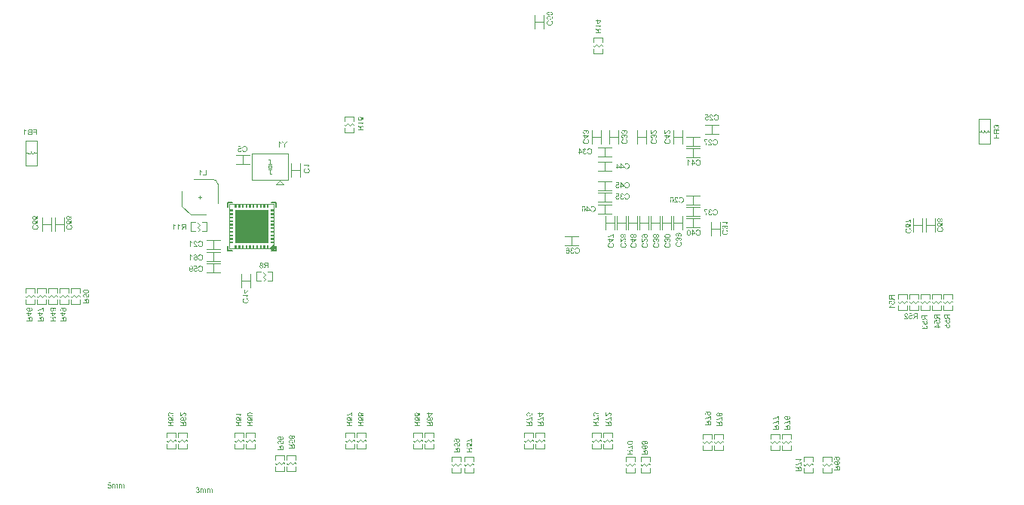
<source format=gbo>
G04*
G04 #@! TF.GenerationSoftware,Altium Limited,Altium Designer,20.0.2 (26)*
G04*
G04 Layer_Color=32896*
%FSLAX25Y25*%
%MOIN*%
G70*
G01*
G75*
%ADD10C,0.00492*%
%ADD12C,0.00472*%
%ADD15C,0.00787*%
%ADD16C,0.01181*%
%ADD20C,0.00200*%
G36*
X264876Y267112D02*
X264934D01*
X264992Y267108D01*
X265043Y267101D01*
X265094Y267097D01*
X265138Y267093D01*
X265178Y267086D01*
X265214Y267082D01*
X265247Y267075D01*
X265273Y267072D01*
X265295Y267068D01*
X265313Y267064D01*
X265324Y267061D01*
X265331Y267057D01*
X265335D01*
X265415Y267035D01*
X265487Y267010D01*
X265549Y266981D01*
X265604Y266959D01*
X265651Y266933D01*
X265684Y266919D01*
X265702Y266904D01*
X265709Y266900D01*
X265764Y266860D01*
X265811Y266820D01*
X265851Y266777D01*
X265888Y266737D01*
X265913Y266700D01*
X265932Y266671D01*
X265942Y266653D01*
X265946Y266649D01*
Y266646D01*
X265975Y266587D01*
X265993Y266526D01*
X266008Y266467D01*
X266019Y266413D01*
X266026Y266365D01*
X266030Y266325D01*
Y266293D01*
X266022Y266194D01*
X266008Y266103D01*
X265983Y266027D01*
X265957Y265961D01*
X265928Y265907D01*
X265917Y265885D01*
X265902Y265867D01*
X265895Y265852D01*
X265888Y265841D01*
X265881Y265838D01*
Y265834D01*
X265822Y265768D01*
X265753Y265714D01*
X265684Y265667D01*
X265618Y265630D01*
X265557Y265601D01*
X265531Y265586D01*
X265506Y265579D01*
X265487Y265572D01*
X265473Y265565D01*
X265466Y265561D01*
X265462D01*
X265407Y265546D01*
X265353Y265532D01*
X265233Y265510D01*
X265112Y265492D01*
X265000Y265481D01*
X264945Y265477D01*
X264898Y265474D01*
X264854D01*
X264814Y265470D01*
X264785D01*
X264759D01*
X264745D01*
X264741D01*
X264614Y265474D01*
X264494Y265481D01*
X264385Y265492D01*
X264283Y265510D01*
X264188Y265528D01*
X264104Y265550D01*
X264028Y265572D01*
X263962Y265594D01*
X263904Y265616D01*
X263853Y265641D01*
X263809Y265659D01*
X263777Y265677D01*
X263748Y265696D01*
X263729Y265706D01*
X263718Y265714D01*
X263715Y265717D01*
X263671Y265757D01*
X263631Y265801D01*
X263595Y265848D01*
X263565Y265896D01*
X263540Y265943D01*
X263518Y265990D01*
X263504Y266038D01*
X263489Y266081D01*
X263478Y266125D01*
X263471Y266165D01*
X263464Y266202D01*
X263460Y266231D01*
X263456Y266256D01*
Y266293D01*
X263464Y266391D01*
X263478Y266482D01*
X263504Y266558D01*
X263529Y266624D01*
X263555Y266678D01*
X263569Y266697D01*
X263580Y266715D01*
X263587Y266729D01*
X263595Y266740D01*
X263602Y266744D01*
Y266748D01*
X263664Y266813D01*
X263729Y266868D01*
X263802Y266915D01*
X263868Y266951D01*
X263930Y266981D01*
X263955Y266995D01*
X263981Y267002D01*
X263999Y267010D01*
X264013Y267017D01*
X264020Y267021D01*
X264024D01*
X264079Y267039D01*
X264133Y267053D01*
X264250Y267075D01*
X264370Y267093D01*
X264486Y267104D01*
X264537Y267108D01*
X264585Y267112D01*
X264628D01*
X264668Y267115D01*
X264698D01*
X264723D01*
X264738D01*
X264741D01*
X264810D01*
X264876Y267112D01*
D02*
G37*
G36*
X264417Y265179D02*
X264479Y265171D01*
X264541Y265160D01*
X264596Y265146D01*
X264647Y265128D01*
X264698Y265110D01*
X264741Y265088D01*
X264781Y265070D01*
X264818Y265048D01*
X264850Y265026D01*
X264876Y265008D01*
X264901Y264989D01*
X264920Y264975D01*
X264931Y264964D01*
X264938Y264957D01*
X264941Y264953D01*
X264982Y264909D01*
X265018Y264866D01*
X265047Y264818D01*
X265072Y264771D01*
X265098Y264724D01*
X265116Y264676D01*
X265142Y264589D01*
X265153Y264549D01*
X265160Y264513D01*
X265163Y264480D01*
X265167Y264451D01*
X265171Y264429D01*
Y264349D01*
X265163Y264305D01*
X265145Y264218D01*
X265120Y264138D01*
X265091Y264065D01*
X265062Y264007D01*
X265047Y263981D01*
X265036Y263959D01*
X265025Y263941D01*
X265018Y263930D01*
X265014Y263923D01*
X265011Y263919D01*
X265691Y264054D01*
Y265062D01*
X265986D01*
Y263810D01*
X264690Y263566D01*
X264650Y263857D01*
X264690Y263883D01*
X264723Y263916D01*
X264756Y263945D01*
X264781Y263974D01*
X264799Y264003D01*
X264818Y264025D01*
X264825Y264039D01*
X264829Y264043D01*
X264850Y264090D01*
X264869Y264138D01*
X264880Y264181D01*
X264891Y264225D01*
X264894Y264261D01*
X264898Y264291D01*
Y264360D01*
X264891Y264403D01*
X264872Y264480D01*
X264847Y264545D01*
X264821Y264604D01*
X264792Y264647D01*
X264767Y264680D01*
X264749Y264698D01*
X264745Y264705D01*
X264741D01*
X264679Y264756D01*
X264614Y264793D01*
X264545Y264818D01*
X264475Y264837D01*
X264417Y264847D01*
X264392Y264851D01*
X264370D01*
X264352Y264855D01*
X264337D01*
X264330D01*
X264326D01*
X264275D01*
X264228Y264847D01*
X264137Y264829D01*
X264061Y264804D01*
X263999Y264778D01*
X263948Y264749D01*
X263908Y264724D01*
X263897Y264713D01*
X263886Y264705D01*
X263882Y264702D01*
X263879Y264698D01*
X263849Y264669D01*
X263824Y264640D01*
X263780Y264575D01*
X263751Y264513D01*
X263733Y264451D01*
X263718Y264400D01*
X263715Y264356D01*
X263711Y264341D01*
Y264320D01*
X263715Y264250D01*
X263729Y264189D01*
X263748Y264134D01*
X263769Y264090D01*
X263791Y264050D01*
X263809Y264021D01*
X263824Y264007D01*
X263828Y263999D01*
X263879Y263956D01*
X263933Y263919D01*
X263995Y263890D01*
X264050Y263868D01*
X264104Y263854D01*
X264144Y263843D01*
X264162Y263839D01*
X264173Y263836D01*
X264181D01*
X264184D01*
X264159Y263512D01*
X264101Y263519D01*
X264046Y263530D01*
X263944Y263563D01*
X263857Y263603D01*
X263817Y263624D01*
X263784Y263646D01*
X263751Y263665D01*
X263722Y263686D01*
X263700Y263704D01*
X263682Y263723D01*
X263667Y263737D01*
X263653Y263745D01*
X263649Y263752D01*
X263646Y263755D01*
X263613Y263799D01*
X263584Y263843D01*
X263558Y263890D01*
X263536Y263937D01*
X263504Y264029D01*
X263482Y264120D01*
X263471Y264159D01*
X263467Y264200D01*
X263464Y264232D01*
X263460Y264261D01*
X263456Y264287D01*
Y264320D01*
X263460Y264396D01*
X263471Y264469D01*
X263485Y264538D01*
X263504Y264600D01*
X263529Y264658D01*
X263555Y264713D01*
X263580Y264764D01*
X263609Y264807D01*
X263638Y264847D01*
X263664Y264884D01*
X263693Y264913D01*
X263715Y264938D01*
X263733Y264957D01*
X263748Y264971D01*
X263758Y264979D01*
X263762Y264982D01*
X263809Y265019D01*
X263860Y265048D01*
X263908Y265077D01*
X263959Y265099D01*
X264057Y265135D01*
X264152Y265157D01*
X264192Y265164D01*
X264232Y265171D01*
X264264Y265175D01*
X264294Y265179D01*
X264319Y265182D01*
X264337D01*
X264348D01*
X264352D01*
X264417Y265179D01*
D02*
G37*
G36*
X285888Y263168D02*
X287519D01*
Y262916D01*
X285888Y261762D01*
X285604D01*
Y262858D01*
X285000D01*
Y263168D01*
X285604D01*
Y263510D01*
X285888D01*
Y263168D01*
D02*
G37*
G36*
X264381Y262893D02*
X264323Y262878D01*
X264268Y262860D01*
X264217Y262842D01*
X264170Y262824D01*
X264126Y262802D01*
X264090Y262780D01*
X264053Y262755D01*
X264020Y262733D01*
X263991Y262714D01*
X263970Y262693D01*
X263948Y262674D01*
X263930Y262660D01*
X263919Y262645D01*
X263908Y262634D01*
X263904Y262631D01*
X263900Y262627D01*
X263871Y262591D01*
X263849Y262551D01*
X263809Y262471D01*
X263780Y262394D01*
X263762Y262318D01*
X263748Y262252D01*
X263744Y262227D01*
Y262201D01*
X263740Y262179D01*
Y262154D01*
X263744Y262070D01*
X263758Y261990D01*
X263777Y261917D01*
X263798Y261852D01*
X263820Y261801D01*
X263831Y261779D01*
X263839Y261761D01*
X263846Y261746D01*
X263853Y261735D01*
X263857Y261728D01*
Y261724D01*
X263908Y261655D01*
X263962Y261597D01*
X264024Y261546D01*
X264082Y261506D01*
X264133Y261473D01*
X264177Y261451D01*
X264195Y261444D01*
X264206Y261437D01*
X264213Y261433D01*
X264217D01*
X264312Y261404D01*
X264406Y261382D01*
X264501Y261364D01*
X264588Y261353D01*
X264628Y261349D01*
X264665Y261346D01*
X264698D01*
X264723Y261342D01*
X264745D01*
X264763D01*
X264774D01*
X264778D01*
X264872Y261346D01*
X264960Y261353D01*
X265040Y261368D01*
X265112Y261382D01*
X265174Y261393D01*
X265200Y261400D01*
X265222Y261408D01*
X265240Y261411D01*
X265251Y261415D01*
X265258Y261419D01*
X265262D01*
X265346Y261455D01*
X265422Y261495D01*
X265484Y261539D01*
X265538Y261586D01*
X265582Y261626D01*
X265611Y261659D01*
X265629Y261684D01*
X265637Y261688D01*
Y261692D01*
X265684Y261768D01*
X265720Y261852D01*
X265746Y261932D01*
X265760Y262008D01*
X265771Y262077D01*
X265775Y262107D01*
Y262132D01*
X265779Y262150D01*
Y262179D01*
X265775Y262270D01*
X265760Y262354D01*
X265739Y262423D01*
X265717Y262485D01*
X265691Y262532D01*
X265673Y262569D01*
X265658Y262591D01*
X265651Y262598D01*
X265597Y262656D01*
X265535Y262711D01*
X265469Y262755D01*
X265404Y262791D01*
X265346Y262820D01*
X265316Y262831D01*
X265295Y262838D01*
X265276Y262845D01*
X265262Y262853D01*
X265254Y262856D01*
X265251D01*
X265327Y263184D01*
X265393Y263162D01*
X265451Y263140D01*
X265506Y263111D01*
X265560Y263086D01*
X265608Y263057D01*
X265651Y263024D01*
X265695Y262995D01*
X265731Y262966D01*
X265760Y262936D01*
X265790Y262911D01*
X265815Y262885D01*
X265833Y262867D01*
X265851Y262849D01*
X265862Y262835D01*
X265866Y262827D01*
X265870Y262824D01*
X265902Y262773D01*
X265935Y262722D01*
X265961Y262671D01*
X265983Y262616D01*
X266015Y262507D01*
X266037Y262409D01*
X266048Y262361D01*
X266052Y262321D01*
X266055Y262281D01*
X266059Y262248D01*
X266063Y262223D01*
Y262187D01*
X266055Y262067D01*
X266037Y261950D01*
X266015Y261848D01*
X266001Y261801D01*
X265986Y261757D01*
X265972Y261717D01*
X265957Y261681D01*
X265946Y261652D01*
X265935Y261622D01*
X265924Y261604D01*
X265917Y261590D01*
X265913Y261579D01*
X265910Y261575D01*
X265848Y261477D01*
X265775Y261393D01*
X265702Y261320D01*
X265629Y261258D01*
X265564Y261211D01*
X265535Y261193D01*
X265509Y261178D01*
X265491Y261164D01*
X265476Y261157D01*
X265466Y261153D01*
X265462Y261149D01*
X265349Y261098D01*
X265233Y261062D01*
X265116Y261036D01*
X265011Y261018D01*
X264963Y261011D01*
X264916Y261007D01*
X264880Y261004D01*
X264843D01*
X264818Y261000D01*
X264796D01*
X264781D01*
X264778D01*
X264647Y261007D01*
X264519Y261022D01*
X264406Y261040D01*
X264352Y261055D01*
X264304Y261066D01*
X264261Y261076D01*
X264221Y261091D01*
X264184Y261102D01*
X264155Y261109D01*
X264133Y261120D01*
X264115Y261124D01*
X264104Y261131D01*
X264101D01*
X263991Y261186D01*
X263893Y261247D01*
X263809Y261313D01*
X263777Y261346D01*
X263744Y261375D01*
X263715Y261404D01*
X263689Y261433D01*
X263667Y261459D01*
X263653Y261480D01*
X263638Y261495D01*
X263627Y261510D01*
X263624Y261517D01*
X263620Y261521D01*
X263591Y261572D01*
X263565Y261622D01*
X263526Y261732D01*
X263496Y261841D01*
X263478Y261946D01*
X263471Y261997D01*
X263464Y262041D01*
X263460Y262081D01*
Y262114D01*
X263456Y262143D01*
Y262183D01*
X263460Y262256D01*
X263467Y262325D01*
X263474Y262390D01*
X263489Y262452D01*
X263507Y262511D01*
X263526Y262565D01*
X263544Y262616D01*
X263565Y262664D01*
X263584Y262703D01*
X263602Y262744D01*
X263620Y262773D01*
X263638Y262802D01*
X263653Y262820D01*
X263660Y262838D01*
X263667Y262845D01*
X263671Y262849D01*
X263715Y262900D01*
X263758Y262944D01*
X263809Y262984D01*
X263860Y263024D01*
X263962Y263089D01*
X264064Y263140D01*
X264111Y263162D01*
X264155Y263180D01*
X264195Y263195D01*
X264228Y263206D01*
X264257Y263217D01*
X264279Y263224D01*
X264294Y263228D01*
X264297D01*
X264381Y262893D01*
D02*
G37*
G36*
X287530Y260874D02*
X287468Y260838D01*
X287410Y260798D01*
X287351Y260751D01*
X287300Y260707D01*
X287257Y260663D01*
X287220Y260630D01*
X287210Y260616D01*
X287199Y260605D01*
X287195Y260601D01*
X287191Y260598D01*
X287129Y260521D01*
X287071Y260445D01*
X287020Y260372D01*
X286980Y260299D01*
X286944Y260237D01*
X286929Y260212D01*
X286918Y260190D01*
X286907Y260172D01*
X286904Y260157D01*
X286896Y260150D01*
Y260146D01*
X286598D01*
X286620Y260201D01*
X286645Y260256D01*
X286671Y260310D01*
X286696Y260361D01*
X286718Y260405D01*
X286736Y260441D01*
X286751Y260463D01*
X286754Y260467D01*
Y260470D01*
X286794Y260536D01*
X286835Y260594D01*
X286871Y260645D01*
X286904Y260685D01*
X286929Y260721D01*
X286951Y260743D01*
X286966Y260761D01*
X286969Y260765D01*
X285000D01*
Y261074D01*
X287530D01*
Y260874D01*
D02*
G37*
G36*
X285684Y259280D02*
X285757Y259229D01*
X285823Y259182D01*
X285877Y259134D01*
X285928Y259094D01*
X285965Y259058D01*
X285994Y259029D01*
X286012Y259011D01*
X286019Y259003D01*
X286041Y258974D01*
X286067Y258941D01*
X286107Y258876D01*
X286121Y258847D01*
X286136Y258825D01*
X286143Y258810D01*
X286147Y258803D01*
X286157Y258869D01*
X286168Y258930D01*
X286187Y258985D01*
X286201Y259040D01*
X286219Y259087D01*
X286241Y259131D01*
X286259Y259171D01*
X286278Y259207D01*
X286299Y259236D01*
X286318Y259265D01*
X286332Y259287D01*
X286347Y259305D01*
X286358Y259320D01*
X286369Y259331D01*
X286372Y259335D01*
X286376Y259338D01*
X286412Y259367D01*
X286449Y259396D01*
X286525Y259440D01*
X286602Y259469D01*
X286674Y259491D01*
X286736Y259506D01*
X286762Y259509D01*
X286787D01*
X286805Y259513D01*
X286820D01*
X286827D01*
X286831D01*
X286907Y259509D01*
X286977Y259498D01*
X287042Y259480D01*
X287097Y259462D01*
X287144Y259440D01*
X287180Y259426D01*
X287202Y259411D01*
X287206Y259407D01*
X287210D01*
X287268Y259364D01*
X287319Y259320D01*
X287362Y259273D01*
X287395Y259229D01*
X287421Y259189D01*
X287435Y259156D01*
X287446Y259134D01*
X287450Y259131D01*
Y259127D01*
X287461Y259094D01*
X287472Y259054D01*
X287490Y258974D01*
X287501Y258887D01*
X287512Y258807D01*
X287515Y258730D01*
Y258698D01*
X287519Y258668D01*
Y257500D01*
X285000D01*
Y257835D01*
X286118D01*
Y258264D01*
X286114Y258304D01*
Y258334D01*
X286110Y258359D01*
X286107Y258377D01*
Y258392D01*
X286103Y258399D01*
Y258403D01*
X286085Y258461D01*
X286074Y258486D01*
X286063Y258508D01*
X286052Y258530D01*
X286045Y258545D01*
X286041Y258552D01*
X286037Y258556D01*
X286016Y258585D01*
X285990Y258614D01*
X285935Y258668D01*
X285910Y258694D01*
X285888Y258712D01*
X285874Y258723D01*
X285870Y258727D01*
X285819Y258763D01*
X285764Y258803D01*
X285706Y258843D01*
X285652Y258883D01*
X285601Y258916D01*
X285561Y258941D01*
X285546Y258952D01*
X285535Y258960D01*
X285528Y258967D01*
X285524D01*
X285000Y259298D01*
Y259713D01*
X285684Y259280D01*
D02*
G37*
G36*
X336220Y221526D02*
X336282Y221522D01*
X336340Y221512D01*
X336395Y221501D01*
X336446Y221486D01*
X336493Y221472D01*
X336537Y221453D01*
X336577Y221435D01*
X336613Y221417D01*
X336643Y221399D01*
X336668Y221384D01*
X336690Y221370D01*
X336708Y221359D01*
X336719Y221348D01*
X336726Y221344D01*
X336730Y221340D01*
X336766Y221304D01*
X336799Y221264D01*
X336832Y221220D01*
X336857Y221177D01*
X336901Y221089D01*
X336930Y221002D01*
X336941Y220962D01*
X336952Y220922D01*
X336959Y220889D01*
X336967Y220860D01*
X336970Y220835D01*
Y220816D01*
X336974Y220805D01*
Y220802D01*
X336657Y220769D01*
X336650Y220853D01*
X336635Y220926D01*
X336613Y220991D01*
X336588Y221042D01*
X336566Y221086D01*
X336544Y221115D01*
X336530Y221133D01*
X336523Y221140D01*
X336468Y221184D01*
X336410Y221217D01*
X336348Y221242D01*
X336293Y221257D01*
X336242Y221268D01*
X336198Y221271D01*
X336184Y221275D01*
X336162D01*
X336086Y221271D01*
X336017Y221257D01*
X335958Y221235D01*
X335907Y221213D01*
X335867Y221188D01*
X335842Y221169D01*
X335824Y221155D01*
X335816Y221148D01*
X335773Y221097D01*
X335740Y221046D01*
X335714Y220995D01*
X335700Y220944D01*
X335689Y220904D01*
X335685Y220867D01*
X335682Y220846D01*
Y220842D01*
Y220838D01*
X335689Y220773D01*
X335703Y220704D01*
X335729Y220642D01*
X335754Y220583D01*
X335784Y220536D01*
X335809Y220496D01*
X335816Y220481D01*
X335824Y220471D01*
X335831Y220467D01*
Y220463D01*
X335860Y220423D01*
X335896Y220383D01*
X335936Y220339D01*
X335980Y220296D01*
X336071Y220209D01*
X336162Y220121D01*
X336209Y220081D01*
X336249Y220045D01*
X336290Y220012D01*
X336322Y219983D01*
X336348Y219961D01*
X336370Y219943D01*
X336384Y219932D01*
X336388Y219928D01*
X336479Y219852D01*
X336562Y219779D01*
X336632Y219713D01*
X336686Y219659D01*
X336734Y219612D01*
X336766Y219579D01*
X336785Y219557D01*
X336792Y219553D01*
Y219550D01*
X336843Y219488D01*
X336883Y219429D01*
X336919Y219371D01*
X336948Y219320D01*
X336970Y219277D01*
X336985Y219244D01*
X336992Y219222D01*
X336996Y219218D01*
Y219215D01*
X337010Y219175D01*
X337017Y219138D01*
X337025Y219102D01*
X337028Y219069D01*
X337032Y219040D01*
Y219018D01*
Y219004D01*
Y219000D01*
X335361D01*
Y219299D01*
X336603D01*
X336559Y219360D01*
X336537Y219386D01*
X336519Y219411D01*
X336501Y219433D01*
X336486Y219448D01*
X336475Y219459D01*
X336472Y219462D01*
X336453Y219480D01*
X336432Y219499D01*
X336381Y219546D01*
X336322Y219601D01*
X336260Y219655D01*
X336202Y219703D01*
X336177Y219724D01*
X336155Y219746D01*
X336137Y219761D01*
X336122Y219772D01*
X336115Y219779D01*
X336111Y219783D01*
X336053Y219834D01*
X335995Y219881D01*
X335944Y219928D01*
X335896Y219968D01*
X335853Y220008D01*
X335816Y220045D01*
X335780Y220077D01*
X335751Y220107D01*
X335722Y220136D01*
X335700Y220158D01*
X335682Y220176D01*
X335663Y220194D01*
X335645Y220216D01*
X335638Y220223D01*
X335587Y220285D01*
X335543Y220339D01*
X335507Y220394D01*
X335478Y220438D01*
X335456Y220478D01*
X335441Y220507D01*
X335434Y220525D01*
X335431Y220532D01*
X335409Y220587D01*
X335394Y220642D01*
X335380Y220693D01*
X335372Y220736D01*
X335369Y220776D01*
X335365Y220805D01*
Y220824D01*
Y220831D01*
X335369Y220885D01*
X335376Y220936D01*
X335383Y220987D01*
X335398Y221031D01*
X335434Y221118D01*
X335471Y221188D01*
X335492Y221220D01*
X335511Y221246D01*
X335529Y221271D01*
X335547Y221290D01*
X335561Y221304D01*
X335569Y221319D01*
X335576Y221322D01*
X335580Y221326D01*
X335620Y221362D01*
X335663Y221395D01*
X335711Y221421D01*
X335758Y221442D01*
X335853Y221479D01*
X335947Y221504D01*
X335987Y221512D01*
X336027Y221519D01*
X336064Y221522D01*
X336093Y221526D01*
X336118Y221530D01*
X336155D01*
X336220Y221526D01*
D02*
G37*
G36*
X334976Y220190D02*
X334684Y220150D01*
X334659Y220190D01*
X334626Y220223D01*
X334597Y220256D01*
X334568Y220281D01*
X334539Y220300D01*
X334517Y220318D01*
X334502Y220325D01*
X334499Y220329D01*
X334451Y220350D01*
X334404Y220369D01*
X334360Y220380D01*
X334317Y220391D01*
X334280Y220394D01*
X334251Y220398D01*
X334182D01*
X334138Y220391D01*
X334062Y220372D01*
X333996Y220347D01*
X333938Y220321D01*
X333894Y220292D01*
X333862Y220267D01*
X333843Y220249D01*
X333836Y220245D01*
Y220241D01*
X333785Y220179D01*
X333749Y220114D01*
X333723Y220045D01*
X333705Y219975D01*
X333694Y219917D01*
X333691Y219892D01*
Y219870D01*
X333687Y219852D01*
Y219837D01*
Y219830D01*
Y219826D01*
Y219775D01*
X333694Y219728D01*
X333712Y219637D01*
X333738Y219561D01*
X333763Y219499D01*
X333792Y219448D01*
X333818Y219408D01*
X333829Y219397D01*
X333836Y219386D01*
X333840Y219382D01*
X333843Y219379D01*
X333873Y219349D01*
X333902Y219324D01*
X333967Y219280D01*
X334029Y219251D01*
X334091Y219233D01*
X334142Y219218D01*
X334186Y219215D01*
X334200Y219211D01*
X334222D01*
X334291Y219215D01*
X334353Y219229D01*
X334408Y219248D01*
X334451Y219269D01*
X334491Y219291D01*
X334521Y219309D01*
X334535Y219324D01*
X334542Y219328D01*
X334586Y219379D01*
X334622Y219433D01*
X334651Y219495D01*
X334673Y219550D01*
X334688Y219604D01*
X334699Y219644D01*
X334702Y219662D01*
X334706Y219673D01*
Y219681D01*
Y219684D01*
X335030Y219659D01*
X335023Y219601D01*
X335012Y219546D01*
X334979Y219444D01*
X334939Y219357D01*
X334917Y219317D01*
X334895Y219284D01*
X334877Y219251D01*
X334855Y219222D01*
X334837Y219200D01*
X334819Y219182D01*
X334804Y219167D01*
X334797Y219153D01*
X334790Y219149D01*
X334786Y219146D01*
X334742Y219113D01*
X334699Y219084D01*
X334651Y219058D01*
X334604Y219036D01*
X334513Y219004D01*
X334422Y218982D01*
X334382Y218971D01*
X334342Y218967D01*
X334309Y218964D01*
X334280Y218960D01*
X334255Y218956D01*
X334222D01*
X334146Y218960D01*
X334073Y218971D01*
X334004Y218985D01*
X333942Y219004D01*
X333884Y219029D01*
X333829Y219055D01*
X333778Y219080D01*
X333734Y219109D01*
X333694Y219138D01*
X333658Y219164D01*
X333629Y219193D01*
X333603Y219215D01*
X333585Y219233D01*
X333570Y219248D01*
X333563Y219258D01*
X333559Y219262D01*
X333523Y219309D01*
X333494Y219360D01*
X333465Y219408D01*
X333443Y219459D01*
X333407Y219557D01*
X333385Y219652D01*
X333378Y219692D01*
X333370Y219732D01*
X333367Y219764D01*
X333363Y219794D01*
X333359Y219819D01*
Y219837D01*
Y219848D01*
Y219852D01*
X333363Y219917D01*
X333370Y219979D01*
X333381Y220041D01*
X333396Y220096D01*
X333414Y220147D01*
X333432Y220198D01*
X333454Y220241D01*
X333472Y220281D01*
X333494Y220318D01*
X333516Y220350D01*
X333534Y220376D01*
X333552Y220401D01*
X333567Y220420D01*
X333578Y220430D01*
X333585Y220438D01*
X333589Y220441D01*
X333632Y220481D01*
X333676Y220518D01*
X333723Y220547D01*
X333771Y220572D01*
X333818Y220598D01*
X333865Y220616D01*
X333953Y220642D01*
X333993Y220653D01*
X334029Y220660D01*
X334062Y220663D01*
X334091Y220667D01*
X334113Y220671D01*
X334193D01*
X334237Y220663D01*
X334324Y220645D01*
X334404Y220620D01*
X334477Y220591D01*
X334535Y220562D01*
X334560Y220547D01*
X334582Y220536D01*
X334601Y220525D01*
X334612Y220518D01*
X334619Y220514D01*
X334622Y220511D01*
X334488Y221191D01*
X333479D01*
Y221486D01*
X334732D01*
X334976Y220190D01*
D02*
G37*
G36*
X338434Y221555D02*
X338550Y221537D01*
X338652Y221515D01*
X338699Y221501D01*
X338743Y221486D01*
X338783Y221472D01*
X338819Y221457D01*
X338848Y221446D01*
X338878Y221435D01*
X338896Y221424D01*
X338910Y221417D01*
X338921Y221413D01*
X338925Y221410D01*
X339023Y221348D01*
X339107Y221275D01*
X339180Y221202D01*
X339242Y221129D01*
X339289Y221064D01*
X339307Y221035D01*
X339322Y221009D01*
X339336Y220991D01*
X339344Y220976D01*
X339347Y220966D01*
X339351Y220962D01*
X339402Y220849D01*
X339438Y220733D01*
X339464Y220616D01*
X339482Y220511D01*
X339489Y220463D01*
X339493Y220416D01*
X339496Y220380D01*
Y220343D01*
X339500Y220318D01*
Y220296D01*
Y220281D01*
Y220278D01*
X339493Y220147D01*
X339478Y220019D01*
X339460Y219906D01*
X339445Y219852D01*
X339435Y219804D01*
X339424Y219761D01*
X339409Y219721D01*
X339398Y219684D01*
X339391Y219655D01*
X339380Y219633D01*
X339376Y219615D01*
X339369Y219604D01*
Y219601D01*
X339314Y219491D01*
X339252Y219393D01*
X339187Y219309D01*
X339154Y219277D01*
X339125Y219244D01*
X339096Y219215D01*
X339067Y219189D01*
X339041Y219167D01*
X339019Y219153D01*
X339005Y219138D01*
X338990Y219127D01*
X338983Y219124D01*
X338980Y219120D01*
X338929Y219091D01*
X338878Y219065D01*
X338768Y219025D01*
X338659Y218996D01*
X338554Y218978D01*
X338503Y218971D01*
X338459Y218964D01*
X338419Y218960D01*
X338386D01*
X338357Y218956D01*
X338317D01*
X338244Y218960D01*
X338175Y218967D01*
X338109Y218974D01*
X338048Y218989D01*
X337989Y219007D01*
X337935Y219025D01*
X337884Y219044D01*
X337837Y219065D01*
X337796Y219084D01*
X337756Y219102D01*
X337727Y219120D01*
X337698Y219138D01*
X337680Y219153D01*
X337662Y219160D01*
X337654Y219167D01*
X337651Y219171D01*
X337600Y219215D01*
X337556Y219258D01*
X337516Y219309D01*
X337476Y219360D01*
X337411Y219462D01*
X337360Y219564D01*
X337338Y219612D01*
X337320Y219655D01*
X337305Y219695D01*
X337294Y219728D01*
X337283Y219757D01*
X337276Y219779D01*
X337272Y219794D01*
Y219797D01*
X337607Y219881D01*
X337622Y219823D01*
X337640Y219768D01*
X337658Y219717D01*
X337676Y219670D01*
X337698Y219626D01*
X337720Y219590D01*
X337745Y219553D01*
X337767Y219520D01*
X337786Y219491D01*
X337807Y219470D01*
X337826Y219448D01*
X337840Y219429D01*
X337855Y219419D01*
X337866Y219408D01*
X337869Y219404D01*
X337873Y219400D01*
X337909Y219371D01*
X337949Y219349D01*
X338029Y219309D01*
X338106Y219280D01*
X338182Y219262D01*
X338248Y219248D01*
X338273Y219244D01*
X338299D01*
X338321Y219240D01*
X338346D01*
X338430Y219244D01*
X338510Y219258D01*
X338583Y219277D01*
X338648Y219299D01*
X338699Y219320D01*
X338721Y219331D01*
X338739Y219338D01*
X338754Y219346D01*
X338765Y219353D01*
X338772Y219357D01*
X338776D01*
X338845Y219408D01*
X338903Y219462D01*
X338954Y219524D01*
X338994Y219582D01*
X339027Y219633D01*
X339049Y219677D01*
X339056Y219695D01*
X339063Y219706D01*
X339067Y219713D01*
Y219717D01*
X339096Y219812D01*
X339118Y219906D01*
X339136Y220001D01*
X339147Y220088D01*
X339151Y220128D01*
X339154Y220165D01*
Y220198D01*
X339158Y220223D01*
Y220245D01*
Y220263D01*
Y220274D01*
Y220278D01*
X339154Y220372D01*
X339147Y220460D01*
X339132Y220540D01*
X339118Y220613D01*
X339107Y220674D01*
X339100Y220700D01*
X339092Y220722D01*
X339089Y220740D01*
X339085Y220751D01*
X339081Y220758D01*
Y220762D01*
X339045Y220846D01*
X339005Y220922D01*
X338961Y220984D01*
X338914Y221038D01*
X338874Y221082D01*
X338841Y221111D01*
X338816Y221129D01*
X338812Y221137D01*
X338808D01*
X338732Y221184D01*
X338648Y221220D01*
X338568Y221246D01*
X338492Y221260D01*
X338423Y221271D01*
X338393Y221275D01*
X338368D01*
X338350Y221279D01*
X338321D01*
X338230Y221275D01*
X338146Y221260D01*
X338077Y221239D01*
X338015Y221217D01*
X337968Y221191D01*
X337931Y221173D01*
X337909Y221159D01*
X337902Y221151D01*
X337844Y221097D01*
X337789Y221035D01*
X337745Y220969D01*
X337709Y220904D01*
X337680Y220846D01*
X337669Y220816D01*
X337662Y220795D01*
X337654Y220776D01*
X337647Y220762D01*
X337644Y220755D01*
Y220751D01*
X337316Y220827D01*
X337338Y220893D01*
X337360Y220951D01*
X337389Y221006D01*
X337414Y221060D01*
X337443Y221108D01*
X337476Y221151D01*
X337505Y221195D01*
X337534Y221231D01*
X337563Y221260D01*
X337589Y221290D01*
X337614Y221315D01*
X337633Y221333D01*
X337651Y221351D01*
X337665Y221362D01*
X337673Y221366D01*
X337676Y221370D01*
X337727Y221402D01*
X337778Y221435D01*
X337829Y221461D01*
X337884Y221482D01*
X337993Y221515D01*
X338091Y221537D01*
X338139Y221548D01*
X338179Y221552D01*
X338219Y221555D01*
X338251Y221559D01*
X338277Y221563D01*
X338313D01*
X338434Y221555D01*
D02*
G37*
G36*
X180917Y220535D02*
X180979Y220528D01*
X181041Y220517D01*
X181096Y220502D01*
X181147Y220484D01*
X181198Y220466D01*
X181241Y220444D01*
X181281Y220426D01*
X181318Y220404D01*
X181350Y220382D01*
X181376Y220364D01*
X181401Y220346D01*
X181420Y220331D01*
X181430Y220320D01*
X181438Y220313D01*
X181441Y220309D01*
X181482Y220266D01*
X181518Y220222D01*
X181547Y220175D01*
X181572Y220127D01*
X181598Y220080D01*
X181616Y220033D01*
X181642Y219945D01*
X181653Y219905D01*
X181660Y219869D01*
X181664Y219836D01*
X181667Y219807D01*
X181671Y219785D01*
Y219705D01*
X181664Y219661D01*
X181645Y219574D01*
X181620Y219494D01*
X181591Y219421D01*
X181562Y219363D01*
X181547Y219338D01*
X181536Y219316D01*
X181525Y219298D01*
X181518Y219287D01*
X181514Y219279D01*
X181511Y219276D01*
X182191Y219410D01*
Y220419D01*
X182486D01*
Y219166D01*
X181190Y218923D01*
X181150Y219214D01*
X181190Y219239D01*
X181223Y219272D01*
X181256Y219301D01*
X181281Y219330D01*
X181299Y219359D01*
X181318Y219381D01*
X181325Y219396D01*
X181329Y219399D01*
X181350Y219447D01*
X181369Y219494D01*
X181380Y219538D01*
X181391Y219581D01*
X181394Y219618D01*
X181398Y219647D01*
Y219716D01*
X181391Y219760D01*
X181372Y219836D01*
X181347Y219902D01*
X181321Y219960D01*
X181292Y220004D01*
X181267Y220036D01*
X181248Y220055D01*
X181245Y220062D01*
X181241D01*
X181179Y220113D01*
X181114Y220149D01*
X181045Y220175D01*
X180975Y220193D01*
X180917Y220204D01*
X180892Y220208D01*
X180870D01*
X180852Y220211D01*
X180837D01*
X180830D01*
X180826D01*
X180775D01*
X180728Y220204D01*
X180637Y220186D01*
X180561Y220160D01*
X180499Y220135D01*
X180448Y220106D01*
X180408Y220080D01*
X180397Y220069D01*
X180386Y220062D01*
X180382Y220058D01*
X180379Y220055D01*
X180349Y220025D01*
X180324Y219996D01*
X180280Y219931D01*
X180251Y219869D01*
X180233Y219807D01*
X180218Y219756D01*
X180215Y219712D01*
X180211Y219698D01*
Y219676D01*
X180215Y219607D01*
X180229Y219545D01*
X180247Y219490D01*
X180269Y219447D01*
X180291Y219407D01*
X180309Y219378D01*
X180324Y219363D01*
X180328Y219356D01*
X180379Y219312D01*
X180433Y219276D01*
X180495Y219247D01*
X180550Y219225D01*
X180604Y219210D01*
X180644Y219199D01*
X180663Y219196D01*
X180673Y219192D01*
X180681D01*
X180684D01*
X180659Y218868D01*
X180601Y218875D01*
X180546Y218886D01*
X180444Y218919D01*
X180357Y218959D01*
X180317Y218981D01*
X180284Y219003D01*
X180251Y219021D01*
X180222Y219043D01*
X180200Y219061D01*
X180182Y219079D01*
X180167Y219094D01*
X180153Y219101D01*
X180149Y219108D01*
X180146Y219112D01*
X180113Y219156D01*
X180084Y219199D01*
X180058Y219247D01*
X180036Y219294D01*
X180004Y219385D01*
X179982Y219476D01*
X179971Y219516D01*
X179967Y219556D01*
X179964Y219589D01*
X179960Y219618D01*
X179956Y219643D01*
Y219676D01*
X179960Y219753D01*
X179971Y219825D01*
X179985Y219895D01*
X180004Y219956D01*
X180029Y220015D01*
X180055Y220069D01*
X180080Y220120D01*
X180109Y220164D01*
X180138Y220204D01*
X180164Y220240D01*
X180193Y220269D01*
X180215Y220295D01*
X180233Y220313D01*
X180247Y220328D01*
X180258Y220335D01*
X180262Y220339D01*
X180309Y220375D01*
X180360Y220404D01*
X180408Y220433D01*
X180459Y220455D01*
X180557Y220491D01*
X180652Y220513D01*
X180692Y220521D01*
X180732Y220528D01*
X180764Y220532D01*
X180793Y220535D01*
X180819Y220539D01*
X180837D01*
X180848D01*
X180852D01*
X180917Y220535D01*
D02*
G37*
G36*
X182530Y217874D02*
X182468Y217838D01*
X182410Y217798D01*
X182351Y217751D01*
X182300Y217707D01*
X182257Y217663D01*
X182220Y217630D01*
X182210Y217616D01*
X182199Y217605D01*
X182195Y217601D01*
X182191Y217598D01*
X182129Y217521D01*
X182071Y217445D01*
X182020Y217372D01*
X181980Y217299D01*
X181944Y217237D01*
X181929Y217212D01*
X181918Y217190D01*
X181907Y217172D01*
X181904Y217157D01*
X181896Y217150D01*
Y217146D01*
X181598D01*
X181620Y217201D01*
X181645Y217255D01*
X181671Y217310D01*
X181696Y217361D01*
X181718Y217405D01*
X181736Y217441D01*
X181751Y217463D01*
X181755Y217467D01*
Y217470D01*
X181795Y217536D01*
X181835Y217594D01*
X181871Y217645D01*
X181904Y217685D01*
X181929Y217721D01*
X181951Y217743D01*
X181966Y217761D01*
X181969Y217765D01*
X180000D01*
Y218074D01*
X182530D01*
Y217874D01*
D02*
G37*
G36*
X461830Y217006D02*
X461910Y216991D01*
X461979Y216970D01*
X462037Y216948D01*
X462085Y216926D01*
X462121Y216904D01*
X462143Y216890D01*
X462150Y216886D01*
X462205Y216835D01*
X462252Y216780D01*
X462289Y216722D01*
X462318Y216664D01*
X462339Y216613D01*
X462354Y216573D01*
X462358Y216558D01*
X462361Y216547D01*
X462365Y216540D01*
Y216536D01*
X462398Y216598D01*
X462430Y216649D01*
X462467Y216693D01*
X462500Y216729D01*
X462529Y216758D01*
X462554Y216780D01*
X462569Y216791D01*
X462576Y216795D01*
X462627Y216824D01*
X462678Y216846D01*
X462729Y216864D01*
X462776Y216875D01*
X462816Y216882D01*
X462846Y216886D01*
X462867D01*
X462875D01*
X462936Y216882D01*
X462998Y216871D01*
X463053Y216857D01*
X463100Y216839D01*
X463140Y216820D01*
X463173Y216806D01*
X463191Y216795D01*
X463199Y216791D01*
X463253Y216755D01*
X463301Y216711D01*
X463341Y216668D01*
X463377Y216624D01*
X463402Y216587D01*
X463424Y216555D01*
X463435Y216533D01*
X463439Y216529D01*
Y216526D01*
X463468Y216460D01*
X463490Y216394D01*
X463508Y216329D01*
X463519Y216271D01*
X463526Y216223D01*
X463530Y216183D01*
Y216092D01*
X463522Y216041D01*
X463504Y215943D01*
X463475Y215859D01*
X463446Y215787D01*
X463428Y215754D01*
X463413Y215728D01*
X463399Y215703D01*
X463384Y215685D01*
X463373Y215670D01*
X463366Y215659D01*
X463362Y215652D01*
X463359Y215648D01*
X463290Y215579D01*
X463213Y215525D01*
X463133Y215481D01*
X463053Y215444D01*
X462984Y215423D01*
X462955Y215412D01*
X462929Y215404D01*
X462907Y215401D01*
X462893Y215397D01*
X462882Y215393D01*
X462878D01*
X462824Y215703D01*
X462904Y215717D01*
X462973Y215739D01*
X463031Y215765D01*
X463078Y215790D01*
X463115Y215816D01*
X463140Y215838D01*
X463159Y215852D01*
X463162Y215856D01*
X463199Y215903D01*
X463228Y215954D01*
X463246Y216001D01*
X463260Y216049D01*
X463268Y216092D01*
X463275Y216125D01*
Y216154D01*
X463271Y216220D01*
X463257Y216278D01*
X463239Y216329D01*
X463220Y216373D01*
X463199Y216405D01*
X463180Y216431D01*
X463166Y216449D01*
X463162Y216453D01*
X463119Y216493D01*
X463071Y216522D01*
X463024Y216540D01*
X462980Y216555D01*
X462940Y216562D01*
X462911Y216569D01*
X462889D01*
X462886D01*
X462882D01*
X462842D01*
X462805Y216562D01*
X462744Y216544D01*
X462689Y216518D01*
X462642Y216489D01*
X462609Y216460D01*
X462583Y216435D01*
X462569Y216416D01*
X462565Y216413D01*
Y216409D01*
X462532Y216347D01*
X462507Y216289D01*
X462489Y216227D01*
X462478Y216172D01*
X462471Y216125D01*
X462463Y216085D01*
Y216038D01*
X462467Y216023D01*
Y216005D01*
X462194Y215969D01*
X462205Y216016D01*
X462212Y216060D01*
X462219Y216096D01*
X462223Y216129D01*
X462227Y216154D01*
Y216187D01*
X462219Y216263D01*
X462205Y216333D01*
X462183Y216394D01*
X462157Y216445D01*
X462132Y216486D01*
X462110Y216515D01*
X462096Y216533D01*
X462088Y216540D01*
X462034Y216587D01*
X461975Y216624D01*
X461917Y216649D01*
X461859Y216664D01*
X461812Y216675D01*
X461772Y216678D01*
X461757Y216682D01*
X461746D01*
X461739D01*
X461735D01*
X461655Y216675D01*
X461582Y216657D01*
X461520Y216635D01*
X461466Y216606D01*
X461422Y216577D01*
X461389Y216555D01*
X461368Y216536D01*
X461360Y216529D01*
X461309Y216471D01*
X461273Y216409D01*
X461247Y216347D01*
X461229Y216289D01*
X461218Y216238D01*
X461215Y216198D01*
X461211Y216183D01*
Y216161D01*
X461215Y216096D01*
X461229Y216034D01*
X461247Y215980D01*
X461269Y215936D01*
X461288Y215899D01*
X461306Y215870D01*
X461320Y215856D01*
X461324Y215848D01*
X461375Y215805D01*
X461433Y215768D01*
X461495Y215736D01*
X461561Y215710D01*
X461615Y215692D01*
X461641Y215685D01*
X461662Y215681D01*
X461681Y215677D01*
X461695Y215674D01*
X461702Y215670D01*
X461706D01*
X461666Y215361D01*
X461608Y215368D01*
X461553Y215379D01*
X461451Y215412D01*
X461364Y215452D01*
X461328Y215474D01*
X461291Y215495D01*
X461258Y215517D01*
X461233Y215539D01*
X461207Y215557D01*
X461189Y215576D01*
X461175Y215586D01*
X461164Y215597D01*
X461157Y215605D01*
X461153Y215608D01*
X461120Y215652D01*
X461087Y215696D01*
X461062Y215739D01*
X461040Y215787D01*
X461004Y215878D01*
X460982Y215965D01*
X460975Y216005D01*
X460967Y216041D01*
X460964Y216074D01*
X460960Y216103D01*
X460956Y216125D01*
Y216158D01*
X460960Y216227D01*
X460967Y216289D01*
X460978Y216351D01*
X460993Y216409D01*
X461011Y216464D01*
X461029Y216511D01*
X461051Y216558D01*
X461073Y216598D01*
X461091Y216638D01*
X461113Y216671D01*
X461131Y216700D01*
X461149Y216722D01*
X461164Y216740D01*
X461175Y216755D01*
X461182Y216762D01*
X461186Y216766D01*
X461229Y216809D01*
X461277Y216846D01*
X461324Y216879D01*
X461371Y216908D01*
X461415Y216930D01*
X461462Y216951D01*
X461550Y216981D01*
X461590Y216988D01*
X461626Y216995D01*
X461659Y217002D01*
X461688Y217006D01*
X461710Y217010D01*
X461728D01*
X461739D01*
X461743D01*
X461830Y217006D01*
D02*
G37*
G36*
X180684Y216280D02*
X180757Y216229D01*
X180823Y216182D01*
X180877Y216134D01*
X180928Y216094D01*
X180965Y216058D01*
X180994Y216029D01*
X181012Y216011D01*
X181019Y216003D01*
X181041Y215974D01*
X181067Y215941D01*
X181107Y215876D01*
X181121Y215847D01*
X181136Y215825D01*
X181143Y215810D01*
X181147Y215803D01*
X181158Y215869D01*
X181168Y215931D01*
X181187Y215985D01*
X181201Y216040D01*
X181219Y216087D01*
X181241Y216131D01*
X181259Y216171D01*
X181278Y216207D01*
X181299Y216236D01*
X181318Y216265D01*
X181332Y216287D01*
X181347Y216305D01*
X181358Y216320D01*
X181369Y216331D01*
X181372Y216335D01*
X181376Y216338D01*
X181412Y216367D01*
X181449Y216396D01*
X181525Y216440D01*
X181602Y216469D01*
X181674Y216491D01*
X181736Y216506D01*
X181762Y216509D01*
X181787D01*
X181805Y216513D01*
X181820D01*
X181827D01*
X181831D01*
X181907Y216509D01*
X181976Y216498D01*
X182042Y216480D01*
X182097Y216462D01*
X182144Y216440D01*
X182180Y216426D01*
X182202Y216411D01*
X182206Y216407D01*
X182210D01*
X182268Y216364D01*
X182319Y216320D01*
X182362Y216273D01*
X182395Y216229D01*
X182421Y216189D01*
X182435Y216156D01*
X182446Y216134D01*
X182450Y216131D01*
Y216127D01*
X182461Y216094D01*
X182472Y216054D01*
X182490Y215974D01*
X182501Y215887D01*
X182512Y215807D01*
X182515Y215730D01*
Y215698D01*
X182519Y215668D01*
Y214500D01*
X180000D01*
Y214835D01*
X181117D01*
Y215264D01*
X181114Y215304D01*
Y215334D01*
X181110Y215359D01*
X181107Y215377D01*
Y215392D01*
X181103Y215399D01*
Y215403D01*
X181085Y215461D01*
X181074Y215486D01*
X181063Y215508D01*
X181052Y215530D01*
X181045Y215545D01*
X181041Y215552D01*
X181037Y215556D01*
X181016Y215585D01*
X180990Y215614D01*
X180936Y215668D01*
X180910Y215694D01*
X180888Y215712D01*
X180874Y215723D01*
X180870Y215727D01*
X180819Y215763D01*
X180764Y215803D01*
X180706Y215843D01*
X180652Y215883D01*
X180601Y215916D01*
X180561Y215941D01*
X180546Y215952D01*
X180535Y215960D01*
X180528Y215967D01*
X180524D01*
X180000Y216298D01*
Y216713D01*
X180684Y216280D01*
D02*
G37*
G36*
X32715Y214968D02*
X32755Y214910D01*
X32802Y214851D01*
X32846Y214801D01*
X32889Y214757D01*
X32922Y214720D01*
X32937Y214709D01*
X32948Y214699D01*
X32951Y214695D01*
X32955Y214691D01*
X33031Y214629D01*
X33108Y214571D01*
X33181Y214520D01*
X33253Y214480D01*
X33315Y214444D01*
X33341Y214429D01*
X33363Y214418D01*
X33381Y214407D01*
X33395Y214404D01*
X33403Y214396D01*
X33406D01*
Y214098D01*
X33352Y214120D01*
X33297Y214145D01*
X33242Y214171D01*
X33192Y214196D01*
X33148Y214218D01*
X33112Y214236D01*
X33090Y214251D01*
X33086Y214254D01*
X33082D01*
X33017Y214295D01*
X32959Y214335D01*
X32908Y214371D01*
X32868Y214404D01*
X32831Y214429D01*
X32809Y214451D01*
X32791Y214466D01*
X32787Y214469D01*
Y212500D01*
X32478D01*
Y215030D01*
X32678D01*
X32715Y214968D01*
D02*
G37*
G36*
X461812Y215022D02*
X461884Y215008D01*
X461946Y214986D01*
X462005Y214964D01*
X462048Y214942D01*
X462081Y214920D01*
X462103Y214906D01*
X462110Y214902D01*
X462168Y214851D01*
X462216Y214796D01*
X462256Y214735D01*
X462289Y214680D01*
X462314Y214629D01*
X462329Y214585D01*
X462336Y214571D01*
X462339Y214560D01*
X462343Y214553D01*
Y214549D01*
X462380Y214611D01*
X462416Y214666D01*
X462456Y214709D01*
X462492Y214746D01*
X462522Y214775D01*
X462551Y214796D01*
X462565Y214807D01*
X462572Y214811D01*
X462627Y214840D01*
X462678Y214862D01*
X462729Y214880D01*
X462776Y214891D01*
X462816Y214898D01*
X462849Y214902D01*
X462867D01*
X462875D01*
X462936Y214898D01*
X462998Y214887D01*
X463053Y214869D01*
X463104Y214851D01*
X463148Y214833D01*
X463177Y214815D01*
X463199Y214804D01*
X463206Y214800D01*
X463260Y214760D01*
X463311Y214716D01*
X463351Y214669D01*
X463384Y214625D01*
X463410Y214589D01*
X463428Y214556D01*
X463439Y214534D01*
X463442Y214531D01*
Y214527D01*
X463468Y214458D01*
X463486Y214382D01*
X463501Y214305D01*
X463508Y214232D01*
X463515Y214167D01*
Y214138D01*
X463519Y214112D01*
Y213122D01*
X461000D01*
Y214083D01*
X461004Y214170D01*
X461007Y214247D01*
X461015Y214316D01*
X461022Y214374D01*
X461029Y214422D01*
X461033Y214458D01*
X461040Y214480D01*
Y214487D01*
X461058Y214549D01*
X461076Y214600D01*
X461098Y214647D01*
X461120Y214687D01*
X461135Y214720D01*
X461149Y214746D01*
X461160Y214760D01*
X461164Y214764D01*
X461197Y214804D01*
X461237Y214840D01*
X461277Y214869D01*
X461313Y214898D01*
X461349Y214920D01*
X461375Y214935D01*
X461393Y214946D01*
X461400Y214949D01*
X461459Y214975D01*
X461517Y214993D01*
X461572Y215008D01*
X461622Y215015D01*
X461666Y215022D01*
X461702Y215026D01*
X461724D01*
X461728D01*
X461732D01*
X461812Y215022D01*
D02*
G37*
G36*
X297330Y214619D02*
X297410Y214604D01*
X297479Y214582D01*
X297537Y214561D01*
X297585Y214539D01*
X297621Y214517D01*
X297643Y214502D01*
X297650Y214499D01*
X297705Y214448D01*
X297752Y214393D01*
X297789Y214335D01*
X297818Y214277D01*
X297839Y214226D01*
X297854Y214186D01*
X297858Y214171D01*
X297861Y214160D01*
X297865Y214153D01*
Y214149D01*
X297898Y214211D01*
X297931Y214262D01*
X297967Y214306D01*
X298000Y214342D01*
X298029Y214371D01*
X298054Y214393D01*
X298069Y214404D01*
X298076Y214408D01*
X298127Y214437D01*
X298178Y214459D01*
X298229Y214477D01*
X298276Y214488D01*
X298316Y214495D01*
X298345Y214499D01*
X298367D01*
X298375D01*
X298436Y214495D01*
X298498Y214484D01*
X298553Y214470D01*
X298600Y214451D01*
X298640Y214433D01*
X298673Y214419D01*
X298691Y214408D01*
X298699Y214404D01*
X298753Y214368D01*
X298800Y214324D01*
X298840Y214280D01*
X298877Y214237D01*
X298902Y214200D01*
X298924Y214167D01*
X298935Y214146D01*
X298939Y214142D01*
Y214138D01*
X298968Y214073D01*
X298990Y214007D01*
X299008Y213942D01*
X299019Y213884D01*
X299026Y213836D01*
X299030Y213796D01*
Y213705D01*
X299023Y213654D01*
X299004Y213556D01*
X298975Y213472D01*
X298946Y213399D01*
X298928Y213367D01*
X298913Y213341D01*
X298899Y213316D01*
X298884Y213298D01*
X298873Y213283D01*
X298866Y213272D01*
X298862Y213265D01*
X298859Y213261D01*
X298790Y213192D01*
X298713Y213137D01*
X298633Y213094D01*
X298553Y213057D01*
X298484Y213035D01*
X298455Y213024D01*
X298429Y213017D01*
X298407Y213014D01*
X298393Y213010D01*
X298382Y213006D01*
X298378D01*
X298324Y213316D01*
X298404Y213330D01*
X298473Y213352D01*
X298531Y213378D01*
X298578Y213403D01*
X298615Y213429D01*
X298640Y213450D01*
X298658Y213465D01*
X298662Y213469D01*
X298699Y213516D01*
X298728Y213567D01*
X298746Y213614D01*
X298760Y213662D01*
X298768Y213705D01*
X298775Y213738D01*
Y213767D01*
X298771Y213833D01*
X298757Y213891D01*
X298739Y213942D01*
X298720Y213985D01*
X298699Y214018D01*
X298680Y214044D01*
X298666Y214062D01*
X298662Y214066D01*
X298619Y214106D01*
X298571Y214135D01*
X298524Y214153D01*
X298480Y214167D01*
X298440Y214175D01*
X298411Y214182D01*
X298389D01*
X298386D01*
X298382D01*
X298342D01*
X298305Y214175D01*
X298244Y214157D01*
X298189Y214131D01*
X298142Y214102D01*
X298109Y214073D01*
X298083Y214047D01*
X298069Y214029D01*
X298065Y214025D01*
Y214022D01*
X298032Y213960D01*
X298007Y213902D01*
X297989Y213840D01*
X297978Y213785D01*
X297971Y213738D01*
X297963Y213698D01*
Y213651D01*
X297967Y213636D01*
Y213618D01*
X297694Y213581D01*
X297705Y213629D01*
X297712Y213672D01*
X297719Y213709D01*
X297723Y213742D01*
X297727Y213767D01*
Y213800D01*
X297719Y213876D01*
X297705Y213945D01*
X297683Y214007D01*
X297657Y214058D01*
X297632Y214098D01*
X297610Y214127D01*
X297596Y214146D01*
X297588Y214153D01*
X297534Y214200D01*
X297476Y214237D01*
X297417Y214262D01*
X297359Y214277D01*
X297312Y214288D01*
X297272Y214291D01*
X297257Y214295D01*
X297246D01*
X297239D01*
X297235D01*
X297155Y214288D01*
X297082Y214269D01*
X297021Y214248D01*
X296966Y214218D01*
X296922Y214189D01*
X296889Y214167D01*
X296868Y214149D01*
X296860Y214142D01*
X296809Y214084D01*
X296773Y214022D01*
X296747Y213960D01*
X296729Y213902D01*
X296718Y213851D01*
X296715Y213811D01*
X296711Y213796D01*
Y213774D01*
X296715Y213709D01*
X296729Y213647D01*
X296747Y213592D01*
X296769Y213549D01*
X296788Y213512D01*
X296806Y213483D01*
X296820Y213469D01*
X296824Y213461D01*
X296875Y213418D01*
X296933Y213381D01*
X296995Y213349D01*
X297061Y213323D01*
X297115Y213305D01*
X297141Y213298D01*
X297163Y213294D01*
X297181Y213290D01*
X297195Y213287D01*
X297202Y213283D01*
X297206D01*
X297166Y212974D01*
X297108Y212981D01*
X297053Y212992D01*
X296951Y213024D01*
X296864Y213065D01*
X296828Y213086D01*
X296791Y213108D01*
X296758Y213130D01*
X296733Y213152D01*
X296708Y213170D01*
X296689Y213188D01*
X296675Y213199D01*
X296664Y213210D01*
X296656Y213217D01*
X296653Y213221D01*
X296620Y213265D01*
X296587Y213308D01*
X296562Y213352D01*
X296540Y213399D01*
X296504Y213490D01*
X296482Y213578D01*
X296475Y213618D01*
X296467Y213654D01*
X296464Y213687D01*
X296460Y213716D01*
X296456Y213738D01*
Y213771D01*
X296460Y213840D01*
X296467Y213902D01*
X296478Y213964D01*
X296493Y214022D01*
X296511Y214076D01*
X296529Y214124D01*
X296551Y214171D01*
X296573Y214211D01*
X296591Y214251D01*
X296613Y214284D01*
X296631Y214313D01*
X296649Y214335D01*
X296664Y214353D01*
X296675Y214368D01*
X296682Y214375D01*
X296686Y214379D01*
X296729Y214422D01*
X296777Y214459D01*
X296824Y214491D01*
X296871Y214521D01*
X296915Y214542D01*
X296962Y214564D01*
X297050Y214593D01*
X297090Y214601D01*
X297126Y214608D01*
X297159Y214615D01*
X297188Y214619D01*
X297210Y214622D01*
X297228D01*
X297239D01*
X297243D01*
X297330Y214619D01*
D02*
G37*
G36*
X280330D02*
X280410Y214604D01*
X280479Y214582D01*
X280537Y214561D01*
X280585Y214539D01*
X280621Y214517D01*
X280643Y214502D01*
X280650Y214499D01*
X280705Y214448D01*
X280752Y214393D01*
X280789Y214335D01*
X280818Y214277D01*
X280839Y214226D01*
X280854Y214186D01*
X280858Y214171D01*
X280861Y214160D01*
X280865Y214153D01*
Y214149D01*
X280898Y214211D01*
X280930Y214262D01*
X280967Y214306D01*
X281000Y214342D01*
X281029Y214371D01*
X281054Y214393D01*
X281069Y214404D01*
X281076Y214408D01*
X281127Y214437D01*
X281178Y214459D01*
X281229Y214477D01*
X281276Y214488D01*
X281316Y214495D01*
X281346Y214499D01*
X281367D01*
X281375D01*
X281436Y214495D01*
X281498Y214484D01*
X281553Y214470D01*
X281600Y214451D01*
X281640Y214433D01*
X281673Y214419D01*
X281691Y214408D01*
X281699Y214404D01*
X281753Y214368D01*
X281801Y214324D01*
X281840Y214280D01*
X281877Y214237D01*
X281902Y214200D01*
X281924Y214167D01*
X281935Y214146D01*
X281939Y214142D01*
Y214138D01*
X281968Y214073D01*
X281990Y214007D01*
X282008Y213942D01*
X282019Y213884D01*
X282026Y213836D01*
X282030Y213796D01*
Y213705D01*
X282023Y213654D01*
X282004Y213556D01*
X281975Y213472D01*
X281946Y213399D01*
X281928Y213367D01*
X281913Y213341D01*
X281899Y213316D01*
X281884Y213298D01*
X281873Y213283D01*
X281866Y213272D01*
X281862Y213265D01*
X281859Y213261D01*
X281790Y213192D01*
X281713Y213137D01*
X281633Y213094D01*
X281553Y213057D01*
X281484Y213035D01*
X281455Y213024D01*
X281429Y213017D01*
X281407Y213014D01*
X281393Y213010D01*
X281382Y213006D01*
X281378D01*
X281324Y213316D01*
X281404Y213330D01*
X281473Y213352D01*
X281531Y213378D01*
X281578Y213403D01*
X281615Y213429D01*
X281640Y213450D01*
X281659Y213465D01*
X281662Y213469D01*
X281699Y213516D01*
X281728Y213567D01*
X281746Y213614D01*
X281760Y213662D01*
X281768Y213705D01*
X281775Y213738D01*
Y213767D01*
X281771Y213833D01*
X281757Y213891D01*
X281739Y213942D01*
X281720Y213985D01*
X281699Y214018D01*
X281680Y214044D01*
X281666Y214062D01*
X281662Y214066D01*
X281618Y214106D01*
X281571Y214135D01*
X281524Y214153D01*
X281480Y214167D01*
X281440Y214175D01*
X281411Y214182D01*
X281389D01*
X281385D01*
X281382D01*
X281342D01*
X281305Y214175D01*
X281244Y214157D01*
X281189Y214131D01*
X281142Y214102D01*
X281109Y214073D01*
X281083Y214047D01*
X281069Y214029D01*
X281065Y214025D01*
Y214022D01*
X281032Y213960D01*
X281007Y213902D01*
X280989Y213840D01*
X280978Y213785D01*
X280971Y213738D01*
X280963Y213698D01*
Y213651D01*
X280967Y213636D01*
Y213618D01*
X280694Y213581D01*
X280705Y213629D01*
X280712Y213672D01*
X280719Y213709D01*
X280723Y213742D01*
X280727Y213767D01*
Y213800D01*
X280719Y213876D01*
X280705Y213945D01*
X280683Y214007D01*
X280658Y214058D01*
X280632Y214098D01*
X280610Y214127D01*
X280596Y214146D01*
X280588Y214153D01*
X280534Y214200D01*
X280475Y214237D01*
X280417Y214262D01*
X280359Y214277D01*
X280312Y214288D01*
X280272Y214291D01*
X280257Y214295D01*
X280246D01*
X280239D01*
X280235D01*
X280155Y214288D01*
X280082Y214269D01*
X280020Y214248D01*
X279966Y214218D01*
X279922Y214189D01*
X279889Y214167D01*
X279868Y214149D01*
X279860Y214142D01*
X279809Y214084D01*
X279773Y214022D01*
X279748Y213960D01*
X279729Y213902D01*
X279718Y213851D01*
X279715Y213811D01*
X279711Y213796D01*
Y213774D01*
X279715Y213709D01*
X279729Y213647D01*
X279748Y213592D01*
X279769Y213549D01*
X279788Y213512D01*
X279806Y213483D01*
X279820Y213469D01*
X279824Y213461D01*
X279875Y213418D01*
X279933Y213381D01*
X279995Y213349D01*
X280061Y213323D01*
X280115Y213305D01*
X280141Y213298D01*
X280163Y213294D01*
X280181Y213290D01*
X280195Y213287D01*
X280203Y213283D01*
X280206D01*
X280166Y212974D01*
X280108Y212981D01*
X280053Y212992D01*
X279951Y213024D01*
X279864Y213065D01*
X279828Y213086D01*
X279791Y213108D01*
X279758Y213130D01*
X279733Y213152D01*
X279708Y213170D01*
X279689Y213188D01*
X279675Y213199D01*
X279664Y213210D01*
X279657Y213217D01*
X279653Y213221D01*
X279620Y213265D01*
X279587Y213308D01*
X279562Y213352D01*
X279540Y213399D01*
X279504Y213490D01*
X279482Y213578D01*
X279474Y213618D01*
X279467Y213654D01*
X279464Y213687D01*
X279460Y213716D01*
X279456Y213738D01*
Y213771D01*
X279460Y213840D01*
X279467Y213902D01*
X279478Y213964D01*
X279493Y214022D01*
X279511Y214076D01*
X279529Y214124D01*
X279551Y214171D01*
X279573Y214211D01*
X279591Y214251D01*
X279613Y214284D01*
X279631Y214313D01*
X279649Y214335D01*
X279664Y214353D01*
X279675Y214368D01*
X279682Y214375D01*
X279686Y214379D01*
X279729Y214422D01*
X279777Y214459D01*
X279824Y214491D01*
X279871Y214521D01*
X279915Y214542D01*
X279962Y214564D01*
X280050Y214593D01*
X280090Y214601D01*
X280126Y214608D01*
X280159Y214615D01*
X280188Y214619D01*
X280210Y214622D01*
X280228D01*
X280239D01*
X280243D01*
X280330Y214619D01*
D02*
G37*
G36*
X315798Y213356D02*
X315860Y213399D01*
X315886Y213421D01*
X315911Y213439D01*
X315933Y213458D01*
X315948Y213472D01*
X315959Y213483D01*
X315962Y213487D01*
X315981Y213505D01*
X315999Y213527D01*
X316046Y213578D01*
X316101Y213636D01*
X316155Y213698D01*
X316202Y213756D01*
X316224Y213782D01*
X316246Y213804D01*
X316261Y213822D01*
X316272Y213836D01*
X316279Y213843D01*
X316283Y213847D01*
X316334Y213905D01*
X316381Y213964D01*
X316428Y214015D01*
X316468Y214062D01*
X316508Y214106D01*
X316545Y214142D01*
X316577Y214178D01*
X316607Y214208D01*
X316636Y214237D01*
X316657Y214259D01*
X316676Y214277D01*
X316694Y214295D01*
X316716Y214313D01*
X316723Y214320D01*
X316785Y214371D01*
X316840Y214415D01*
X316894Y214451D01*
X316938Y214480D01*
X316978Y214502D01*
X317007Y214517D01*
X317025Y214524D01*
X317032Y214528D01*
X317087Y214550D01*
X317142Y214564D01*
X317193Y214579D01*
X317236Y214586D01*
X317276Y214590D01*
X317305Y214593D01*
X317324D01*
X317331D01*
X317386Y214590D01*
X317437Y214582D01*
X317487Y214575D01*
X317531Y214561D01*
X317618Y214524D01*
X317688Y214488D01*
X317720Y214466D01*
X317746Y214448D01*
X317771Y214430D01*
X317790Y214411D01*
X317804Y214397D01*
X317819Y214389D01*
X317822Y214382D01*
X317826Y214379D01*
X317862Y214339D01*
X317895Y214295D01*
X317921Y214248D01*
X317942Y214200D01*
X317979Y214106D01*
X318004Y214011D01*
X318012Y213971D01*
X318019Y213931D01*
X318022Y213895D01*
X318026Y213865D01*
X318030Y213840D01*
Y213804D01*
X318026Y213738D01*
X318022Y213676D01*
X318012Y213618D01*
X318001Y213563D01*
X317986Y213512D01*
X317972Y213465D01*
X317953Y213421D01*
X317935Y213381D01*
X317917Y213345D01*
X317899Y213316D01*
X317884Y213290D01*
X317870Y213268D01*
X317859Y213250D01*
X317848Y213239D01*
X317844Y213232D01*
X317841Y213228D01*
X317804Y213192D01*
X317764Y213159D01*
X317720Y213126D01*
X317677Y213101D01*
X317589Y213057D01*
X317502Y213028D01*
X317462Y213017D01*
X317422Y213006D01*
X317389Y212999D01*
X317360Y212992D01*
X317335Y212988D01*
X317316D01*
X317305Y212984D01*
X317302D01*
X317269Y213301D01*
X317353Y213308D01*
X317426Y213323D01*
X317491Y213345D01*
X317542Y213370D01*
X317586Y213392D01*
X317615Y213414D01*
X317633Y213429D01*
X317640Y213436D01*
X317684Y213490D01*
X317717Y213549D01*
X317742Y213611D01*
X317757Y213665D01*
X317768Y213716D01*
X317771Y213760D01*
X317775Y213774D01*
Y213796D01*
X317771Y213873D01*
X317757Y213942D01*
X317735Y214000D01*
X317713Y214051D01*
X317688Y214091D01*
X317669Y214117D01*
X317655Y214135D01*
X317648Y214142D01*
X317597Y214186D01*
X317546Y214218D01*
X317495Y214244D01*
X317444Y214259D01*
X317404Y214269D01*
X317367Y214273D01*
X317345Y214277D01*
X317342D01*
X317338D01*
X317273Y214269D01*
X317203Y214255D01*
X317142Y214229D01*
X317083Y214204D01*
X317036Y214175D01*
X316996Y214149D01*
X316982Y214142D01*
X316971Y214135D01*
X316967Y214127D01*
X316963D01*
X316923Y214098D01*
X316883Y214062D01*
X316840Y214022D01*
X316796Y213978D01*
X316708Y213887D01*
X316621Y213796D01*
X316581Y213749D01*
X316545Y213709D01*
X316512Y213669D01*
X316483Y213636D01*
X316461Y213611D01*
X316443Y213589D01*
X316432Y213574D01*
X316428Y213570D01*
X316352Y213479D01*
X316279Y213396D01*
X316213Y213327D01*
X316159Y213272D01*
X316111Y213225D01*
X316079Y213192D01*
X316057Y213174D01*
X316053Y213166D01*
X316050D01*
X315988Y213116D01*
X315930Y213075D01*
X315871Y213039D01*
X315820Y213010D01*
X315777Y212988D01*
X315744Y212974D01*
X315722Y212966D01*
X315718Y212963D01*
X315715D01*
X315675Y212948D01*
X315638Y212941D01*
X315602Y212933D01*
X315569Y212930D01*
X315540Y212926D01*
X315518D01*
X315504D01*
X315500D01*
Y214597D01*
X315798D01*
Y213356D01*
D02*
G37*
G36*
X309799D02*
X309860Y213399D01*
X309886Y213421D01*
X309911Y213439D01*
X309933Y213458D01*
X309948Y213472D01*
X309959Y213483D01*
X309962Y213487D01*
X309981Y213505D01*
X309999Y213527D01*
X310046Y213578D01*
X310101Y213636D01*
X310155Y213698D01*
X310203Y213756D01*
X310224Y213782D01*
X310246Y213804D01*
X310261Y213822D01*
X310272Y213836D01*
X310279Y213843D01*
X310283Y213847D01*
X310334Y213905D01*
X310381Y213964D01*
X310428Y214015D01*
X310468Y214062D01*
X310508Y214106D01*
X310545Y214142D01*
X310577Y214178D01*
X310607Y214208D01*
X310636Y214237D01*
X310658Y214259D01*
X310676Y214277D01*
X310694Y214295D01*
X310716Y214313D01*
X310723Y214320D01*
X310785Y214371D01*
X310840Y214415D01*
X310894Y214451D01*
X310938Y214480D01*
X310978Y214502D01*
X311007Y214517D01*
X311025Y214524D01*
X311032Y214528D01*
X311087Y214550D01*
X311142Y214564D01*
X311193Y214579D01*
X311236Y214586D01*
X311276Y214590D01*
X311305Y214593D01*
X311324D01*
X311331D01*
X311385Y214590D01*
X311437Y214582D01*
X311487Y214575D01*
X311531Y214561D01*
X311618Y214524D01*
X311688Y214488D01*
X311720Y214466D01*
X311746Y214448D01*
X311771Y214430D01*
X311790Y214411D01*
X311804Y214397D01*
X311819Y214389D01*
X311822Y214382D01*
X311826Y214379D01*
X311862Y214339D01*
X311895Y214295D01*
X311921Y214248D01*
X311942Y214200D01*
X311979Y214106D01*
X312004Y214011D01*
X312012Y213971D01*
X312019Y213931D01*
X312022Y213895D01*
X312026Y213865D01*
X312030Y213840D01*
Y213804D01*
X312026Y213738D01*
X312022Y213676D01*
X312012Y213618D01*
X312001Y213563D01*
X311986Y213512D01*
X311972Y213465D01*
X311953Y213421D01*
X311935Y213381D01*
X311917Y213345D01*
X311899Y213316D01*
X311884Y213290D01*
X311870Y213268D01*
X311859Y213250D01*
X311848Y213239D01*
X311844Y213232D01*
X311841Y213228D01*
X311804Y213192D01*
X311764Y213159D01*
X311720Y213126D01*
X311677Y213101D01*
X311589Y213057D01*
X311502Y213028D01*
X311462Y213017D01*
X311422Y213006D01*
X311389Y212999D01*
X311360Y212992D01*
X311335Y212988D01*
X311316D01*
X311305Y212984D01*
X311302D01*
X311269Y213301D01*
X311353Y213308D01*
X311426Y213323D01*
X311491Y213345D01*
X311542Y213370D01*
X311586Y213392D01*
X311615Y213414D01*
X311633Y213429D01*
X311640Y213436D01*
X311684Y213490D01*
X311717Y213549D01*
X311742Y213611D01*
X311757Y213665D01*
X311768Y213716D01*
X311771Y213760D01*
X311775Y213774D01*
Y213796D01*
X311771Y213873D01*
X311757Y213942D01*
X311735Y214000D01*
X311713Y214051D01*
X311688Y214091D01*
X311669Y214117D01*
X311655Y214135D01*
X311648Y214142D01*
X311597Y214186D01*
X311546Y214218D01*
X311495Y214244D01*
X311444Y214259D01*
X311404Y214269D01*
X311367Y214273D01*
X311346Y214277D01*
X311342D01*
X311338D01*
X311273Y214269D01*
X311204Y214255D01*
X311142Y214229D01*
X311083Y214204D01*
X311036Y214175D01*
X310996Y214149D01*
X310981Y214142D01*
X310971Y214135D01*
X310967Y214127D01*
X310963D01*
X310923Y214098D01*
X310883Y214062D01*
X310840Y214022D01*
X310796Y213978D01*
X310708Y213887D01*
X310621Y213796D01*
X310581Y213749D01*
X310545Y213709D01*
X310512Y213669D01*
X310483Y213636D01*
X310461Y213611D01*
X310443Y213589D01*
X310432Y213574D01*
X310428Y213570D01*
X310352Y213479D01*
X310279Y213396D01*
X310213Y213327D01*
X310159Y213272D01*
X310111Y213225D01*
X310079Y213192D01*
X310057Y213174D01*
X310053Y213166D01*
X310050D01*
X309988Y213116D01*
X309929Y213075D01*
X309871Y213039D01*
X309820Y213010D01*
X309777Y212988D01*
X309744Y212974D01*
X309722Y212966D01*
X309718Y212963D01*
X309715D01*
X309675Y212948D01*
X309638Y212941D01*
X309602Y212933D01*
X309569Y212930D01*
X309540Y212926D01*
X309518D01*
X309504D01*
X309500D01*
Y214597D01*
X309799D01*
Y213356D01*
D02*
G37*
G36*
X38000Y212500D02*
X37665D01*
Y213643D01*
X36482D01*
Y213941D01*
X37665D01*
Y214720D01*
X36296D01*
Y215019D01*
X38000D01*
Y212500D01*
D02*
G37*
G36*
X35878D02*
X34917D01*
X34830Y212504D01*
X34753Y212507D01*
X34684Y212515D01*
X34626Y212522D01*
X34578Y212529D01*
X34542Y212533D01*
X34520Y212540D01*
X34513D01*
X34451Y212558D01*
X34400Y212576D01*
X34353Y212598D01*
X34313Y212620D01*
X34280Y212635D01*
X34254Y212649D01*
X34240Y212660D01*
X34236Y212664D01*
X34196Y212697D01*
X34160Y212737D01*
X34131Y212777D01*
X34102Y212813D01*
X34080Y212849D01*
X34065Y212875D01*
X34054Y212893D01*
X34051Y212900D01*
X34025Y212959D01*
X34007Y213017D01*
X33992Y213071D01*
X33985Y213122D01*
X33978Y213166D01*
X33974Y213203D01*
Y213224D01*
Y213228D01*
Y213232D01*
X33978Y213312D01*
X33992Y213385D01*
X34014Y213446D01*
X34036Y213505D01*
X34058Y213548D01*
X34080Y213581D01*
X34094Y213603D01*
X34098Y213610D01*
X34149Y213668D01*
X34203Y213716D01*
X34265Y213756D01*
X34320Y213789D01*
X34371Y213814D01*
X34415Y213829D01*
X34429Y213836D01*
X34440Y213840D01*
X34447Y213843D01*
X34451D01*
X34389Y213880D01*
X34334Y213916D01*
X34291Y213956D01*
X34254Y213992D01*
X34225Y214021D01*
X34203Y214051D01*
X34193Y214065D01*
X34189Y214072D01*
X34160Y214127D01*
X34138Y214178D01*
X34120Y214229D01*
X34109Y214276D01*
X34102Y214316D01*
X34098Y214349D01*
Y214367D01*
Y214375D01*
X34102Y214437D01*
X34113Y214498D01*
X34131Y214553D01*
X34149Y214604D01*
X34167Y214648D01*
X34185Y214677D01*
X34196Y214699D01*
X34200Y214706D01*
X34240Y214760D01*
X34284Y214811D01*
X34331Y214851D01*
X34375Y214884D01*
X34411Y214910D01*
X34444Y214928D01*
X34466Y214939D01*
X34469Y214942D01*
X34473D01*
X34542Y214968D01*
X34618Y214986D01*
X34695Y215001D01*
X34768Y215008D01*
X34833Y215015D01*
X34862D01*
X34888Y215019D01*
X35878D01*
Y212500D01*
D02*
G37*
G36*
X463519Y211000D02*
X461000D01*
Y211335D01*
X462143D01*
Y212518D01*
X462441D01*
Y211335D01*
X463220D01*
Y212703D01*
X463519D01*
Y211000D01*
D02*
G37*
G36*
X310330Y212661D02*
X310410Y212646D01*
X310479Y212624D01*
X310537Y212602D01*
X310585Y212580D01*
X310621Y212559D01*
X310643Y212544D01*
X310650Y212540D01*
X310705Y212489D01*
X310752Y212435D01*
X310789Y212377D01*
X310818Y212318D01*
X310840Y212267D01*
X310854Y212227D01*
X310858Y212213D01*
X310861Y212202D01*
X310865Y212195D01*
Y212191D01*
X310898Y212253D01*
X310930Y212304D01*
X310967Y212348D01*
X311000Y212384D01*
X311029Y212413D01*
X311054Y212435D01*
X311069Y212446D01*
X311076Y212449D01*
X311127Y212478D01*
X311178Y212500D01*
X311229Y212519D01*
X311276Y212529D01*
X311316Y212537D01*
X311346Y212540D01*
X311367D01*
X311375D01*
X311437Y212537D01*
X311498Y212526D01*
X311553Y212511D01*
X311600Y212493D01*
X311640Y212475D01*
X311673Y212460D01*
X311691Y212449D01*
X311699Y212446D01*
X311753Y212409D01*
X311801Y212366D01*
X311841Y212322D01*
X311877Y212278D01*
X311902Y212242D01*
X311924Y212209D01*
X311935Y212187D01*
X311939Y212184D01*
Y212180D01*
X311968Y212115D01*
X311990Y212049D01*
X312008Y211983D01*
X312019Y211925D01*
X312026Y211878D01*
X312030Y211838D01*
Y211747D01*
X312022Y211696D01*
X312004Y211598D01*
X311975Y211514D01*
X311946Y211441D01*
X311928Y211408D01*
X311913Y211383D01*
X311899Y211357D01*
X311884Y211339D01*
X311873Y211325D01*
X311866Y211314D01*
X311862Y211306D01*
X311859Y211303D01*
X311790Y211234D01*
X311713Y211179D01*
X311633Y211135D01*
X311553Y211099D01*
X311484Y211077D01*
X311455Y211066D01*
X311429Y211059D01*
X311407Y211055D01*
X311393Y211052D01*
X311382Y211048D01*
X311378D01*
X311324Y211357D01*
X311404Y211372D01*
X311473Y211394D01*
X311531Y211419D01*
X311578Y211445D01*
X311615Y211470D01*
X311640Y211492D01*
X311659Y211507D01*
X311662Y211510D01*
X311699Y211558D01*
X311728Y211609D01*
X311746Y211656D01*
X311760Y211703D01*
X311768Y211747D01*
X311775Y211780D01*
Y211809D01*
X311771Y211874D01*
X311757Y211932D01*
X311739Y211983D01*
X311720Y212027D01*
X311699Y212060D01*
X311680Y212085D01*
X311666Y212104D01*
X311662Y212107D01*
X311618Y212147D01*
X311571Y212176D01*
X311524Y212195D01*
X311480Y212209D01*
X311440Y212216D01*
X311411Y212224D01*
X311389D01*
X311385D01*
X311382D01*
X311342D01*
X311305Y212216D01*
X311244Y212198D01*
X311189Y212173D01*
X311142Y212144D01*
X311109Y212115D01*
X311083Y212089D01*
X311069Y212071D01*
X311065Y212067D01*
Y212064D01*
X311032Y212002D01*
X311007Y211943D01*
X310989Y211882D01*
X310978Y211827D01*
X310971Y211780D01*
X310963Y211740D01*
Y211692D01*
X310967Y211678D01*
Y211660D01*
X310694Y211623D01*
X310705Y211670D01*
X310712Y211714D01*
X310719Y211751D01*
X310723Y211783D01*
X310727Y211809D01*
Y211842D01*
X310719Y211918D01*
X310705Y211987D01*
X310683Y212049D01*
X310658Y212100D01*
X310632Y212140D01*
X310610Y212169D01*
X310596Y212187D01*
X310588Y212195D01*
X310534Y212242D01*
X310475Y212278D01*
X310417Y212304D01*
X310359Y212318D01*
X310312Y212329D01*
X310272Y212333D01*
X310257Y212337D01*
X310246D01*
X310239D01*
X310235D01*
X310155Y212329D01*
X310082Y212311D01*
X310020Y212289D01*
X309966Y212260D01*
X309922Y212231D01*
X309890Y212209D01*
X309868Y212191D01*
X309860Y212184D01*
X309809Y212125D01*
X309773Y212064D01*
X309748Y212002D01*
X309729Y211943D01*
X309718Y211893D01*
X309715Y211852D01*
X309711Y211838D01*
Y211816D01*
X309715Y211751D01*
X309729Y211689D01*
X309748Y211634D01*
X309769Y211590D01*
X309788Y211554D01*
X309806Y211525D01*
X309820Y211510D01*
X309824Y211503D01*
X309875Y211459D01*
X309933Y211423D01*
X309995Y211390D01*
X310061Y211365D01*
X310115Y211347D01*
X310141Y211339D01*
X310162Y211336D01*
X310181Y211332D01*
X310195Y211328D01*
X310203Y211325D01*
X310206D01*
X310166Y211015D01*
X310108Y211022D01*
X310053Y211033D01*
X309951Y211066D01*
X309864Y211106D01*
X309828Y211128D01*
X309791Y211150D01*
X309758Y211172D01*
X309733Y211194D01*
X309707Y211212D01*
X309689Y211230D01*
X309675Y211241D01*
X309664Y211252D01*
X309657Y211259D01*
X309653Y211263D01*
X309620Y211306D01*
X309587Y211350D01*
X309562Y211394D01*
X309540Y211441D01*
X309504Y211532D01*
X309482Y211619D01*
X309474Y211660D01*
X309467Y211696D01*
X309464Y211729D01*
X309460Y211758D01*
X309456Y211780D01*
Y211812D01*
X309460Y211882D01*
X309467Y211943D01*
X309478Y212005D01*
X309493Y212064D01*
X309511Y212118D01*
X309529Y212165D01*
X309551Y212213D01*
X309573Y212253D01*
X309591Y212293D01*
X309613Y212326D01*
X309631Y212355D01*
X309649Y212377D01*
X309664Y212395D01*
X309675Y212409D01*
X309682Y212417D01*
X309686Y212420D01*
X309729Y212464D01*
X309777Y212500D01*
X309824Y212533D01*
X309871Y212562D01*
X309915Y212584D01*
X309962Y212606D01*
X310050Y212635D01*
X310090Y212642D01*
X310126Y212650D01*
X310159Y212657D01*
X310188Y212661D01*
X310210Y212664D01*
X310228D01*
X310239D01*
X310243D01*
X310330Y212661D01*
D02*
G37*
G36*
X297330D02*
X297410Y212646D01*
X297479Y212624D01*
X297537Y212602D01*
X297585Y212580D01*
X297621Y212559D01*
X297643Y212544D01*
X297650Y212540D01*
X297705Y212489D01*
X297752Y212435D01*
X297789Y212377D01*
X297818Y212318D01*
X297839Y212267D01*
X297854Y212227D01*
X297858Y212213D01*
X297861Y212202D01*
X297865Y212195D01*
Y212191D01*
X297898Y212253D01*
X297931Y212304D01*
X297967Y212348D01*
X298000Y212384D01*
X298029Y212413D01*
X298054Y212435D01*
X298069Y212446D01*
X298076Y212449D01*
X298127Y212478D01*
X298178Y212500D01*
X298229Y212519D01*
X298276Y212529D01*
X298316Y212537D01*
X298345Y212540D01*
X298367D01*
X298375D01*
X298436Y212537D01*
X298498Y212526D01*
X298553Y212511D01*
X298600Y212493D01*
X298640Y212475D01*
X298673Y212460D01*
X298691Y212449D01*
X298699Y212446D01*
X298753Y212409D01*
X298800Y212366D01*
X298840Y212322D01*
X298877Y212278D01*
X298902Y212242D01*
X298924Y212209D01*
X298935Y212187D01*
X298939Y212184D01*
Y212180D01*
X298968Y212115D01*
X298990Y212049D01*
X299008Y211983D01*
X299019Y211925D01*
X299026Y211878D01*
X299030Y211838D01*
Y211747D01*
X299023Y211696D01*
X299004Y211598D01*
X298975Y211514D01*
X298946Y211441D01*
X298928Y211408D01*
X298913Y211383D01*
X298899Y211357D01*
X298884Y211339D01*
X298873Y211325D01*
X298866Y211314D01*
X298862Y211306D01*
X298859Y211303D01*
X298790Y211234D01*
X298713Y211179D01*
X298633Y211135D01*
X298553Y211099D01*
X298484Y211077D01*
X298455Y211066D01*
X298429Y211059D01*
X298407Y211055D01*
X298393Y211052D01*
X298382Y211048D01*
X298378D01*
X298324Y211357D01*
X298404Y211372D01*
X298473Y211394D01*
X298531Y211419D01*
X298578Y211445D01*
X298615Y211470D01*
X298640Y211492D01*
X298658Y211507D01*
X298662Y211510D01*
X298699Y211558D01*
X298728Y211609D01*
X298746Y211656D01*
X298760Y211703D01*
X298768Y211747D01*
X298775Y211780D01*
Y211809D01*
X298771Y211874D01*
X298757Y211932D01*
X298739Y211983D01*
X298720Y212027D01*
X298699Y212060D01*
X298680Y212085D01*
X298666Y212104D01*
X298662Y212107D01*
X298619Y212147D01*
X298571Y212176D01*
X298524Y212195D01*
X298480Y212209D01*
X298440Y212216D01*
X298411Y212224D01*
X298389D01*
X298386D01*
X298382D01*
X298342D01*
X298305Y212216D01*
X298244Y212198D01*
X298189Y212173D01*
X298142Y212144D01*
X298109Y212115D01*
X298083Y212089D01*
X298069Y212071D01*
X298065Y212067D01*
Y212064D01*
X298032Y212002D01*
X298007Y211943D01*
X297989Y211882D01*
X297978Y211827D01*
X297971Y211780D01*
X297963Y211740D01*
Y211692D01*
X297967Y211678D01*
Y211660D01*
X297694Y211623D01*
X297705Y211670D01*
X297712Y211714D01*
X297719Y211751D01*
X297723Y211783D01*
X297727Y211809D01*
Y211842D01*
X297719Y211918D01*
X297705Y211987D01*
X297683Y212049D01*
X297657Y212100D01*
X297632Y212140D01*
X297610Y212169D01*
X297596Y212187D01*
X297588Y212195D01*
X297534Y212242D01*
X297476Y212278D01*
X297417Y212304D01*
X297359Y212318D01*
X297312Y212329D01*
X297272Y212333D01*
X297257Y212337D01*
X297246D01*
X297239D01*
X297235D01*
X297155Y212329D01*
X297082Y212311D01*
X297021Y212289D01*
X296966Y212260D01*
X296922Y212231D01*
X296889Y212209D01*
X296868Y212191D01*
X296860Y212184D01*
X296809Y212125D01*
X296773Y212064D01*
X296747Y212002D01*
X296729Y211943D01*
X296718Y211893D01*
X296715Y211852D01*
X296711Y211838D01*
Y211816D01*
X296715Y211751D01*
X296729Y211689D01*
X296747Y211634D01*
X296769Y211590D01*
X296788Y211554D01*
X296806Y211525D01*
X296820Y211510D01*
X296824Y211503D01*
X296875Y211459D01*
X296933Y211423D01*
X296995Y211390D01*
X297061Y211365D01*
X297115Y211347D01*
X297141Y211339D01*
X297163Y211336D01*
X297181Y211332D01*
X297195Y211328D01*
X297202Y211325D01*
X297206D01*
X297166Y211015D01*
X297108Y211022D01*
X297053Y211033D01*
X296951Y211066D01*
X296864Y211106D01*
X296828Y211128D01*
X296791Y211150D01*
X296758Y211172D01*
X296733Y211194D01*
X296708Y211212D01*
X296689Y211230D01*
X296675Y211241D01*
X296664Y211252D01*
X296656Y211259D01*
X296653Y211263D01*
X296620Y211306D01*
X296587Y211350D01*
X296562Y211394D01*
X296540Y211441D01*
X296504Y211532D01*
X296482Y211619D01*
X296475Y211660D01*
X296467Y211696D01*
X296464Y211729D01*
X296460Y211758D01*
X296456Y211780D01*
Y211812D01*
X296460Y211882D01*
X296467Y211943D01*
X296478Y212005D01*
X296493Y212064D01*
X296511Y212118D01*
X296529Y212165D01*
X296551Y212213D01*
X296573Y212253D01*
X296591Y212293D01*
X296613Y212326D01*
X296631Y212355D01*
X296649Y212377D01*
X296664Y212395D01*
X296675Y212409D01*
X296682Y212417D01*
X296686Y212420D01*
X296729Y212464D01*
X296777Y212500D01*
X296824Y212533D01*
X296871Y212562D01*
X296915Y212584D01*
X296962Y212606D01*
X297050Y212635D01*
X297090Y212642D01*
X297126Y212650D01*
X297159Y212657D01*
X297188Y212661D01*
X297210Y212664D01*
X297228D01*
X297239D01*
X297243D01*
X297330Y212661D01*
D02*
G37*
G36*
X316388Y212311D02*
X318019D01*
Y212060D01*
X316388Y210906D01*
X316104D01*
Y212002D01*
X315500D01*
Y212311D01*
X316104D01*
Y212653D01*
X316388D01*
Y212311D01*
D02*
G37*
G36*
X280388D02*
X282019D01*
Y212060D01*
X280388Y210906D01*
X280104D01*
Y212002D01*
X279500D01*
Y212311D01*
X280104D01*
Y212653D01*
X280388D01*
Y212311D01*
D02*
G37*
G36*
X335720Y210526D02*
X335782Y210523D01*
X335841Y210512D01*
X335895Y210501D01*
X335946Y210486D01*
X335993Y210472D01*
X336037Y210453D01*
X336077Y210435D01*
X336114Y210417D01*
X336143Y210399D01*
X336168Y210384D01*
X336190Y210370D01*
X336208Y210359D01*
X336219Y210348D01*
X336226Y210344D01*
X336230Y210340D01*
X336266Y210304D01*
X336299Y210264D01*
X336332Y210220D01*
X336357Y210177D01*
X336401Y210089D01*
X336430Y210002D01*
X336441Y209962D01*
X336452Y209922D01*
X336459Y209889D01*
X336467Y209860D01*
X336470Y209835D01*
Y209816D01*
X336474Y209805D01*
Y209802D01*
X336157Y209769D01*
X336150Y209853D01*
X336135Y209926D01*
X336114Y209991D01*
X336088Y210042D01*
X336066Y210086D01*
X336044Y210115D01*
X336030Y210133D01*
X336022Y210140D01*
X335968Y210184D01*
X335910Y210217D01*
X335848Y210242D01*
X335793Y210257D01*
X335742Y210268D01*
X335699Y210271D01*
X335684Y210275D01*
X335662D01*
X335586Y210271D01*
X335517Y210257D01*
X335458Y210235D01*
X335407Y210213D01*
X335367Y210188D01*
X335342Y210169D01*
X335324Y210155D01*
X335316Y210148D01*
X335273Y210097D01*
X335240Y210046D01*
X335214Y209995D01*
X335200Y209944D01*
X335189Y209904D01*
X335185Y209867D01*
X335182Y209845D01*
Y209842D01*
Y209838D01*
X335189Y209773D01*
X335204Y209703D01*
X335229Y209642D01*
X335254Y209583D01*
X335284Y209536D01*
X335309Y209496D01*
X335316Y209482D01*
X335324Y209471D01*
X335331Y209467D01*
Y209463D01*
X335360Y209423D01*
X335396Y209383D01*
X335436Y209339D01*
X335480Y209296D01*
X335571Y209208D01*
X335662Y209121D01*
X335709Y209081D01*
X335750Y209045D01*
X335789Y209012D01*
X335822Y208983D01*
X335848Y208961D01*
X335870Y208943D01*
X335884Y208932D01*
X335888Y208928D01*
X335979Y208852D01*
X336063Y208779D01*
X336132Y208713D01*
X336186Y208659D01*
X336234Y208611D01*
X336266Y208579D01*
X336285Y208557D01*
X336292Y208553D01*
Y208550D01*
X336343Y208488D01*
X336383Y208430D01*
X336419Y208371D01*
X336448Y208320D01*
X336470Y208277D01*
X336485Y208244D01*
X336492Y208222D01*
X336496Y208218D01*
Y208215D01*
X336510Y208175D01*
X336518Y208138D01*
X336525Y208102D01*
X336528Y208069D01*
X336532Y208040D01*
Y208018D01*
Y208004D01*
Y208000D01*
X334861D01*
Y208298D01*
X336103D01*
X336059Y208360D01*
X336037Y208386D01*
X336019Y208411D01*
X336001Y208433D01*
X335986Y208448D01*
X335975Y208459D01*
X335971Y208462D01*
X335953Y208481D01*
X335931Y208499D01*
X335880Y208546D01*
X335822Y208601D01*
X335760Y208655D01*
X335702Y208702D01*
X335677Y208724D01*
X335655Y208746D01*
X335637Y208761D01*
X335622Y208772D01*
X335615Y208779D01*
X335611Y208783D01*
X335553Y208834D01*
X335495Y208881D01*
X335444Y208928D01*
X335396Y208968D01*
X335353Y209008D01*
X335316Y209045D01*
X335280Y209077D01*
X335251Y209107D01*
X335222Y209136D01*
X335200Y209157D01*
X335182Y209176D01*
X335163Y209194D01*
X335145Y209216D01*
X335138Y209223D01*
X335087Y209285D01*
X335043Y209339D01*
X335007Y209394D01*
X334978Y209438D01*
X334956Y209478D01*
X334941Y209507D01*
X334934Y209525D01*
X334930Y209532D01*
X334909Y209587D01*
X334894Y209642D01*
X334879Y209693D01*
X334872Y209736D01*
X334869Y209776D01*
X334865Y209805D01*
Y209824D01*
Y209831D01*
X334869Y209886D01*
X334876Y209936D01*
X334883Y209987D01*
X334898Y210031D01*
X334934Y210119D01*
X334970Y210188D01*
X334992Y210220D01*
X335011Y210246D01*
X335029Y210271D01*
X335047Y210290D01*
X335062Y210304D01*
X335069Y210319D01*
X335076Y210322D01*
X335080Y210326D01*
X335120Y210362D01*
X335163Y210395D01*
X335211Y210421D01*
X335258Y210442D01*
X335353Y210479D01*
X335447Y210504D01*
X335487Y210512D01*
X335527Y210519D01*
X335564Y210523D01*
X335593Y210526D01*
X335618Y210530D01*
X335655D01*
X335720Y210526D01*
D02*
G37*
G36*
X145189Y209568D02*
X145229Y209510D01*
X145277Y209451D01*
X145320Y209401D01*
X145364Y209357D01*
X145397Y209320D01*
X145411Y209310D01*
X145422Y209299D01*
X145426Y209295D01*
X145430Y209291D01*
X145506Y209229D01*
X145582Y209171D01*
X145655Y209120D01*
X145728Y209080D01*
X145790Y209044D01*
X145815Y209029D01*
X145837Y209018D01*
X145855Y209007D01*
X145870Y209004D01*
X145877Y208996D01*
X145881D01*
Y208698D01*
X145826Y208720D01*
X145772Y208745D01*
X145717Y208771D01*
X145666Y208796D01*
X145623Y208818D01*
X145586Y208836D01*
X145564Y208851D01*
X145561Y208855D01*
X145557D01*
X145491Y208894D01*
X145433Y208935D01*
X145382Y208971D01*
X145342Y209004D01*
X145306Y209029D01*
X145284Y209051D01*
X145266Y209066D01*
X145262Y209069D01*
Y207100D01*
X144953D01*
Y209630D01*
X145153D01*
X145189Y209568D01*
D02*
G37*
G36*
X316381Y210393D02*
X316323Y210378D01*
X316268Y210360D01*
X316217Y210342D01*
X316170Y210324D01*
X316126Y210302D01*
X316090Y210280D01*
X316053Y210255D01*
X316020Y210233D01*
X315991Y210214D01*
X315970Y210193D01*
X315948Y210174D01*
X315930Y210160D01*
X315919Y210145D01*
X315908Y210134D01*
X315904Y210131D01*
X315900Y210127D01*
X315871Y210091D01*
X315849Y210051D01*
X315809Y209971D01*
X315780Y209894D01*
X315762Y209818D01*
X315747Y209752D01*
X315744Y209727D01*
Y209701D01*
X315740Y209679D01*
Y209654D01*
X315744Y209570D01*
X315758Y209490D01*
X315777Y209417D01*
X315798Y209352D01*
X315820Y209301D01*
X315831Y209279D01*
X315839Y209261D01*
X315846Y209246D01*
X315853Y209235D01*
X315857Y209228D01*
Y209224D01*
X315908Y209155D01*
X315962Y209097D01*
X316024Y209046D01*
X316082Y209006D01*
X316133Y208973D01*
X316177Y208951D01*
X316195Y208944D01*
X316206Y208937D01*
X316213Y208933D01*
X316217D01*
X316312Y208904D01*
X316406Y208882D01*
X316501Y208864D01*
X316588Y208853D01*
X316628Y208849D01*
X316665Y208846D01*
X316698D01*
X316723Y208842D01*
X316745D01*
X316763D01*
X316774D01*
X316778D01*
X316872Y208846D01*
X316960Y208853D01*
X317040Y208868D01*
X317112Y208882D01*
X317174Y208893D01*
X317200Y208900D01*
X317222Y208908D01*
X317240Y208911D01*
X317251Y208915D01*
X317258Y208919D01*
X317262D01*
X317345Y208955D01*
X317422Y208995D01*
X317484Y209039D01*
X317538Y209086D01*
X317582Y209126D01*
X317611Y209159D01*
X317629Y209184D01*
X317637Y209188D01*
Y209192D01*
X317684Y209268D01*
X317720Y209352D01*
X317746Y209432D01*
X317760Y209508D01*
X317771Y209577D01*
X317775Y209607D01*
Y209632D01*
X317779Y209650D01*
Y209679D01*
X317775Y209770D01*
X317760Y209854D01*
X317739Y209923D01*
X317717Y209985D01*
X317691Y210032D01*
X317673Y210069D01*
X317658Y210091D01*
X317651Y210098D01*
X317597Y210156D01*
X317535Y210211D01*
X317469Y210255D01*
X317404Y210291D01*
X317345Y210320D01*
X317316Y210331D01*
X317295Y210338D01*
X317276Y210346D01*
X317262Y210353D01*
X317254Y210356D01*
X317251D01*
X317327Y210684D01*
X317393Y210662D01*
X317451Y210640D01*
X317506Y210611D01*
X317560Y210586D01*
X317608Y210557D01*
X317651Y210524D01*
X317695Y210495D01*
X317731Y210466D01*
X317760Y210437D01*
X317790Y210411D01*
X317815Y210385D01*
X317833Y210367D01*
X317851Y210349D01*
X317862Y210335D01*
X317866Y210327D01*
X317870Y210324D01*
X317902Y210273D01*
X317935Y210222D01*
X317961Y210171D01*
X317983Y210116D01*
X318015Y210007D01*
X318037Y209909D01*
X318048Y209861D01*
X318052Y209821D01*
X318055Y209781D01*
X318059Y209749D01*
X318063Y209723D01*
Y209687D01*
X318055Y209566D01*
X318037Y209450D01*
X318015Y209348D01*
X318001Y209301D01*
X317986Y209257D01*
X317972Y209217D01*
X317957Y209181D01*
X317946Y209152D01*
X317935Y209122D01*
X317924Y209104D01*
X317917Y209090D01*
X317913Y209079D01*
X317910Y209075D01*
X317848Y208977D01*
X317775Y208893D01*
X317702Y208820D01*
X317629Y208758D01*
X317564Y208711D01*
X317535Y208693D01*
X317509Y208678D01*
X317491Y208664D01*
X317477Y208657D01*
X317466Y208653D01*
X317462Y208649D01*
X317349Y208598D01*
X317233Y208562D01*
X317116Y208536D01*
X317011Y208518D01*
X316963Y208511D01*
X316916Y208507D01*
X316880Y208504D01*
X316843D01*
X316818Y208500D01*
X316796D01*
X316781D01*
X316778D01*
X316647Y208507D01*
X316519Y208522D01*
X316406Y208540D01*
X316352Y208555D01*
X316304Y208565D01*
X316261Y208576D01*
X316221Y208591D01*
X316184Y208602D01*
X316155Y208609D01*
X316133Y208620D01*
X316115Y208624D01*
X316104Y208631D01*
X316101D01*
X315991Y208686D01*
X315893Y208748D01*
X315809Y208813D01*
X315777Y208846D01*
X315744Y208875D01*
X315715Y208904D01*
X315689Y208933D01*
X315667Y208959D01*
X315653Y208980D01*
X315638Y208995D01*
X315627Y209010D01*
X315624Y209017D01*
X315620Y209020D01*
X315591Y209071D01*
X315565Y209122D01*
X315526Y209232D01*
X315496Y209341D01*
X315478Y209446D01*
X315471Y209497D01*
X315464Y209541D01*
X315460Y209581D01*
Y209614D01*
X315456Y209643D01*
Y209683D01*
X315460Y209756D01*
X315467Y209825D01*
X315475Y209891D01*
X315489Y209952D01*
X315507Y210011D01*
X315526Y210065D01*
X315544Y210116D01*
X315565Y210163D01*
X315584Y210204D01*
X315602Y210244D01*
X315620Y210273D01*
X315638Y210302D01*
X315653Y210320D01*
X315660Y210338D01*
X315667Y210346D01*
X315671Y210349D01*
X315715Y210400D01*
X315758Y210444D01*
X315809Y210484D01*
X315860Y210524D01*
X315962Y210589D01*
X316064Y210640D01*
X316111Y210662D01*
X316155Y210680D01*
X316195Y210695D01*
X316228Y210706D01*
X316257Y210717D01*
X316279Y210724D01*
X316294Y210728D01*
X316297D01*
X316381Y210393D01*
D02*
G37*
G36*
X310381D02*
X310323Y210378D01*
X310268Y210360D01*
X310217Y210342D01*
X310170Y210324D01*
X310126Y210302D01*
X310090Y210280D01*
X310053Y210255D01*
X310020Y210233D01*
X309991Y210214D01*
X309970Y210193D01*
X309948Y210174D01*
X309929Y210160D01*
X309919Y210145D01*
X309908Y210134D01*
X309904Y210131D01*
X309900Y210127D01*
X309871Y210091D01*
X309849Y210051D01*
X309809Y209971D01*
X309780Y209894D01*
X309762Y209818D01*
X309748Y209752D01*
X309744Y209727D01*
Y209701D01*
X309740Y209679D01*
Y209654D01*
X309744Y209570D01*
X309758Y209490D01*
X309777Y209417D01*
X309799Y209352D01*
X309820Y209301D01*
X309831Y209279D01*
X309839Y209261D01*
X309846Y209246D01*
X309853Y209235D01*
X309857Y209228D01*
Y209224D01*
X309908Y209155D01*
X309962Y209097D01*
X310024Y209046D01*
X310082Y209006D01*
X310133Y208973D01*
X310177Y208951D01*
X310195Y208944D01*
X310206Y208937D01*
X310213Y208933D01*
X310217D01*
X310312Y208904D01*
X310406Y208882D01*
X310501Y208864D01*
X310588Y208853D01*
X310628Y208849D01*
X310665Y208846D01*
X310698D01*
X310723Y208842D01*
X310745D01*
X310763D01*
X310774D01*
X310778D01*
X310872Y208846D01*
X310960Y208853D01*
X311040Y208868D01*
X311112Y208882D01*
X311174Y208893D01*
X311200Y208900D01*
X311222Y208908D01*
X311240Y208911D01*
X311251Y208915D01*
X311258Y208919D01*
X311262D01*
X311346Y208955D01*
X311422Y208995D01*
X311484Y209039D01*
X311538Y209086D01*
X311582Y209126D01*
X311611Y209159D01*
X311629Y209184D01*
X311637Y209188D01*
Y209192D01*
X311684Y209268D01*
X311720Y209352D01*
X311746Y209432D01*
X311760Y209508D01*
X311771Y209577D01*
X311775Y209607D01*
Y209632D01*
X311779Y209650D01*
Y209679D01*
X311775Y209770D01*
X311760Y209854D01*
X311739Y209923D01*
X311717Y209985D01*
X311691Y210032D01*
X311673Y210069D01*
X311659Y210091D01*
X311651Y210098D01*
X311597Y210156D01*
X311535Y210211D01*
X311469Y210255D01*
X311404Y210291D01*
X311346Y210320D01*
X311316Y210331D01*
X311295Y210338D01*
X311276Y210346D01*
X311262Y210353D01*
X311255Y210356D01*
X311251D01*
X311327Y210684D01*
X311393Y210662D01*
X311451Y210640D01*
X311506Y210611D01*
X311560Y210586D01*
X311608Y210557D01*
X311651Y210524D01*
X311695Y210495D01*
X311731Y210466D01*
X311760Y210437D01*
X311790Y210411D01*
X311815Y210385D01*
X311833Y210367D01*
X311851Y210349D01*
X311862Y210335D01*
X311866Y210327D01*
X311870Y210324D01*
X311902Y210273D01*
X311935Y210222D01*
X311961Y210171D01*
X311982Y210116D01*
X312015Y210007D01*
X312037Y209909D01*
X312048Y209861D01*
X312052Y209821D01*
X312055Y209781D01*
X312059Y209749D01*
X312063Y209723D01*
Y209687D01*
X312055Y209566D01*
X312037Y209450D01*
X312015Y209348D01*
X312001Y209301D01*
X311986Y209257D01*
X311972Y209217D01*
X311957Y209181D01*
X311946Y209152D01*
X311935Y209122D01*
X311924Y209104D01*
X311917Y209090D01*
X311913Y209079D01*
X311910Y209075D01*
X311848Y208977D01*
X311775Y208893D01*
X311702Y208820D01*
X311629Y208758D01*
X311564Y208711D01*
X311535Y208693D01*
X311509Y208678D01*
X311491Y208664D01*
X311476Y208657D01*
X311466Y208653D01*
X311462Y208649D01*
X311349Y208598D01*
X311233Y208562D01*
X311116Y208536D01*
X311011Y208518D01*
X310963Y208511D01*
X310916Y208507D01*
X310880Y208504D01*
X310843D01*
X310818Y208500D01*
X310796D01*
X310781D01*
X310778D01*
X310647Y208507D01*
X310519Y208522D01*
X310406Y208540D01*
X310352Y208555D01*
X310304Y208565D01*
X310261Y208576D01*
X310221Y208591D01*
X310184Y208602D01*
X310155Y208609D01*
X310133Y208620D01*
X310115Y208624D01*
X310104Y208631D01*
X310101D01*
X309991Y208686D01*
X309893Y208748D01*
X309809Y208813D01*
X309777Y208846D01*
X309744Y208875D01*
X309715Y208904D01*
X309689Y208933D01*
X309667Y208959D01*
X309653Y208980D01*
X309638Y208995D01*
X309627Y209010D01*
X309624Y209017D01*
X309620Y209020D01*
X309591Y209071D01*
X309565Y209122D01*
X309525Y209232D01*
X309496Y209341D01*
X309478Y209446D01*
X309471Y209497D01*
X309464Y209541D01*
X309460Y209581D01*
Y209614D01*
X309456Y209643D01*
Y209683D01*
X309460Y209756D01*
X309467Y209825D01*
X309474Y209891D01*
X309489Y209952D01*
X309507Y210011D01*
X309525Y210065D01*
X309544Y210116D01*
X309565Y210163D01*
X309584Y210204D01*
X309602Y210244D01*
X309620Y210273D01*
X309638Y210302D01*
X309653Y210320D01*
X309660Y210338D01*
X309667Y210346D01*
X309671Y210349D01*
X309715Y210400D01*
X309758Y210444D01*
X309809Y210484D01*
X309860Y210524D01*
X309962Y210589D01*
X310064Y210640D01*
X310111Y210662D01*
X310155Y210680D01*
X310195Y210695D01*
X310228Y210706D01*
X310257Y210717D01*
X310279Y210724D01*
X310294Y210728D01*
X310297D01*
X310381Y210393D01*
D02*
G37*
G36*
X297381D02*
X297323Y210378D01*
X297268Y210360D01*
X297217Y210342D01*
X297170Y210324D01*
X297126Y210302D01*
X297090Y210280D01*
X297053Y210255D01*
X297021Y210233D01*
X296991Y210214D01*
X296970Y210193D01*
X296948Y210174D01*
X296930Y210160D01*
X296919Y210145D01*
X296908Y210134D01*
X296904Y210131D01*
X296900Y210127D01*
X296871Y210091D01*
X296849Y210051D01*
X296809Y209971D01*
X296780Y209894D01*
X296762Y209818D01*
X296747Y209752D01*
X296744Y209727D01*
Y209701D01*
X296740Y209679D01*
Y209654D01*
X296744Y209570D01*
X296758Y209490D01*
X296777Y209417D01*
X296798Y209352D01*
X296820Y209301D01*
X296831Y209279D01*
X296838Y209261D01*
X296846Y209246D01*
X296853Y209235D01*
X296857Y209228D01*
Y209224D01*
X296908Y209155D01*
X296962Y209097D01*
X297024Y209046D01*
X297082Y209006D01*
X297133Y208973D01*
X297177Y208951D01*
X297195Y208944D01*
X297206Y208937D01*
X297213Y208933D01*
X297217D01*
X297312Y208904D01*
X297406Y208882D01*
X297501Y208864D01*
X297588Y208853D01*
X297628Y208849D01*
X297665Y208846D01*
X297698D01*
X297723Y208842D01*
X297745D01*
X297763D01*
X297774D01*
X297778D01*
X297872Y208846D01*
X297960Y208853D01*
X298040Y208868D01*
X298113Y208882D01*
X298174Y208893D01*
X298200Y208900D01*
X298222Y208908D01*
X298240Y208911D01*
X298251Y208915D01*
X298258Y208919D01*
X298262D01*
X298345Y208955D01*
X298422Y208995D01*
X298484Y209039D01*
X298538Y209086D01*
X298582Y209126D01*
X298611Y209159D01*
X298629Y209184D01*
X298637Y209188D01*
Y209192D01*
X298684Y209268D01*
X298720Y209352D01*
X298746Y209432D01*
X298760Y209508D01*
X298771Y209577D01*
X298775Y209607D01*
Y209632D01*
X298779Y209650D01*
Y209679D01*
X298775Y209770D01*
X298760Y209854D01*
X298739Y209923D01*
X298717Y209985D01*
X298691Y210032D01*
X298673Y210069D01*
X298658Y210091D01*
X298651Y210098D01*
X298597Y210156D01*
X298535Y210211D01*
X298469Y210255D01*
X298404Y210291D01*
X298345Y210320D01*
X298316Y210331D01*
X298294Y210338D01*
X298276Y210346D01*
X298262Y210353D01*
X298254Y210356D01*
X298251D01*
X298327Y210684D01*
X298393Y210662D01*
X298451Y210640D01*
X298506Y210611D01*
X298560Y210586D01*
X298608Y210557D01*
X298651Y210524D01*
X298695Y210495D01*
X298731Y210466D01*
X298760Y210437D01*
X298790Y210411D01*
X298815Y210385D01*
X298833Y210367D01*
X298851Y210349D01*
X298862Y210335D01*
X298866Y210327D01*
X298870Y210324D01*
X298902Y210273D01*
X298935Y210222D01*
X298961Y210171D01*
X298983Y210116D01*
X299015Y210007D01*
X299037Y209909D01*
X299048Y209861D01*
X299052Y209821D01*
X299055Y209781D01*
X299059Y209749D01*
X299063Y209723D01*
Y209687D01*
X299055Y209566D01*
X299037Y209450D01*
X299015Y209348D01*
X299001Y209301D01*
X298986Y209257D01*
X298972Y209217D01*
X298957Y209181D01*
X298946Y209152D01*
X298935Y209122D01*
X298924Y209104D01*
X298917Y209090D01*
X298913Y209079D01*
X298910Y209075D01*
X298848Y208977D01*
X298775Y208893D01*
X298702Y208820D01*
X298629Y208758D01*
X298564Y208711D01*
X298535Y208693D01*
X298509Y208678D01*
X298491Y208664D01*
X298477Y208657D01*
X298466Y208653D01*
X298462Y208649D01*
X298349Y208598D01*
X298233Y208562D01*
X298116Y208536D01*
X298011Y208518D01*
X297963Y208511D01*
X297916Y208507D01*
X297880Y208504D01*
X297843D01*
X297818Y208500D01*
X297796D01*
X297781D01*
X297778D01*
X297647Y208507D01*
X297519Y208522D01*
X297406Y208540D01*
X297352Y208555D01*
X297304Y208565D01*
X297261Y208576D01*
X297221Y208591D01*
X297184Y208602D01*
X297155Y208609D01*
X297133Y208620D01*
X297115Y208624D01*
X297104Y208631D01*
X297101D01*
X296991Y208686D01*
X296893Y208748D01*
X296809Y208813D01*
X296777Y208846D01*
X296744Y208875D01*
X296715Y208904D01*
X296689Y208933D01*
X296667Y208959D01*
X296653Y208980D01*
X296638Y208995D01*
X296627Y209010D01*
X296624Y209017D01*
X296620Y209020D01*
X296591Y209071D01*
X296566Y209122D01*
X296526Y209232D01*
X296496Y209341D01*
X296478Y209446D01*
X296471Y209497D01*
X296464Y209541D01*
X296460Y209581D01*
Y209614D01*
X296456Y209643D01*
Y209683D01*
X296460Y209756D01*
X296467Y209825D01*
X296475Y209891D01*
X296489Y209952D01*
X296507Y210011D01*
X296526Y210065D01*
X296544Y210116D01*
X296566Y210163D01*
X296584Y210204D01*
X296602Y210244D01*
X296620Y210273D01*
X296638Y210302D01*
X296653Y210320D01*
X296660Y210338D01*
X296667Y210346D01*
X296671Y210349D01*
X296715Y210400D01*
X296758Y210444D01*
X296809Y210484D01*
X296860Y210524D01*
X296962Y210589D01*
X297064Y210640D01*
X297112Y210662D01*
X297155Y210680D01*
X297195Y210695D01*
X297228Y210706D01*
X297257Y210717D01*
X297279Y210724D01*
X297293Y210728D01*
X297297D01*
X297381Y210393D01*
D02*
G37*
G36*
X280381D02*
X280323Y210378D01*
X280268Y210360D01*
X280217Y210342D01*
X280170Y210324D01*
X280126Y210302D01*
X280090Y210280D01*
X280053Y210255D01*
X280020Y210233D01*
X279991Y210214D01*
X279970Y210193D01*
X279948Y210174D01*
X279929Y210160D01*
X279919Y210145D01*
X279908Y210134D01*
X279904Y210131D01*
X279900Y210127D01*
X279871Y210091D01*
X279849Y210051D01*
X279809Y209971D01*
X279780Y209894D01*
X279762Y209818D01*
X279748Y209752D01*
X279744Y209727D01*
Y209701D01*
X279740Y209679D01*
Y209654D01*
X279744Y209570D01*
X279758Y209490D01*
X279777Y209417D01*
X279799Y209352D01*
X279820Y209301D01*
X279831Y209279D01*
X279838Y209261D01*
X279846Y209246D01*
X279853Y209235D01*
X279857Y209228D01*
Y209224D01*
X279908Y209155D01*
X279962Y209097D01*
X280024Y209046D01*
X280082Y209006D01*
X280133Y208973D01*
X280177Y208951D01*
X280195Y208944D01*
X280206Y208937D01*
X280213Y208933D01*
X280217D01*
X280312Y208904D01*
X280406Y208882D01*
X280501Y208864D01*
X280588Y208853D01*
X280628Y208849D01*
X280665Y208846D01*
X280698D01*
X280723Y208842D01*
X280745D01*
X280763D01*
X280774D01*
X280778D01*
X280872Y208846D01*
X280960Y208853D01*
X281040Y208868D01*
X281113Y208882D01*
X281174Y208893D01*
X281200Y208900D01*
X281222Y208908D01*
X281240Y208911D01*
X281251Y208915D01*
X281258Y208919D01*
X281262D01*
X281346Y208955D01*
X281422Y208995D01*
X281484Y209039D01*
X281538Y209086D01*
X281582Y209126D01*
X281611Y209159D01*
X281629Y209184D01*
X281637Y209188D01*
Y209192D01*
X281684Y209268D01*
X281720Y209352D01*
X281746Y209432D01*
X281760Y209508D01*
X281771Y209577D01*
X281775Y209607D01*
Y209632D01*
X281779Y209650D01*
Y209679D01*
X281775Y209770D01*
X281760Y209854D01*
X281739Y209923D01*
X281717Y209985D01*
X281691Y210032D01*
X281673Y210069D01*
X281659Y210091D01*
X281651Y210098D01*
X281597Y210156D01*
X281535Y210211D01*
X281469Y210255D01*
X281404Y210291D01*
X281346Y210320D01*
X281316Y210331D01*
X281294Y210338D01*
X281276Y210346D01*
X281262Y210353D01*
X281255Y210356D01*
X281251D01*
X281327Y210684D01*
X281393Y210662D01*
X281451Y210640D01*
X281506Y210611D01*
X281560Y210586D01*
X281608Y210557D01*
X281651Y210524D01*
X281695Y210495D01*
X281731Y210466D01*
X281760Y210437D01*
X281790Y210411D01*
X281815Y210385D01*
X281833Y210367D01*
X281851Y210349D01*
X281862Y210335D01*
X281866Y210327D01*
X281870Y210324D01*
X281902Y210273D01*
X281935Y210222D01*
X281961Y210171D01*
X281982Y210116D01*
X282015Y210007D01*
X282037Y209909D01*
X282048Y209861D01*
X282052Y209821D01*
X282055Y209781D01*
X282059Y209749D01*
X282063Y209723D01*
Y209687D01*
X282055Y209566D01*
X282037Y209450D01*
X282015Y209348D01*
X282001Y209301D01*
X281986Y209257D01*
X281972Y209217D01*
X281957Y209181D01*
X281946Y209152D01*
X281935Y209122D01*
X281924Y209104D01*
X281917Y209090D01*
X281913Y209079D01*
X281910Y209075D01*
X281848Y208977D01*
X281775Y208893D01*
X281702Y208820D01*
X281629Y208758D01*
X281564Y208711D01*
X281535Y208693D01*
X281509Y208678D01*
X281491Y208664D01*
X281476Y208657D01*
X281466Y208653D01*
X281462Y208649D01*
X281349Y208598D01*
X281233Y208562D01*
X281116Y208536D01*
X281011Y208518D01*
X280963Y208511D01*
X280916Y208507D01*
X280880Y208504D01*
X280843D01*
X280818Y208500D01*
X280796D01*
X280781D01*
X280778D01*
X280647Y208507D01*
X280519Y208522D01*
X280406Y208540D01*
X280352Y208555D01*
X280304Y208565D01*
X280261Y208576D01*
X280221Y208591D01*
X280184Y208602D01*
X280155Y208609D01*
X280133Y208620D01*
X280115Y208624D01*
X280104Y208631D01*
X280101D01*
X279991Y208686D01*
X279893Y208748D01*
X279809Y208813D01*
X279777Y208846D01*
X279744Y208875D01*
X279715Y208904D01*
X279689Y208933D01*
X279667Y208959D01*
X279653Y208980D01*
X279638Y208995D01*
X279627Y209010D01*
X279624Y209017D01*
X279620Y209020D01*
X279591Y209071D01*
X279566Y209122D01*
X279525Y209232D01*
X279496Y209341D01*
X279478Y209446D01*
X279471Y209497D01*
X279464Y209541D01*
X279460Y209581D01*
Y209614D01*
X279456Y209643D01*
Y209683D01*
X279460Y209756D01*
X279467Y209825D01*
X279474Y209891D01*
X279489Y209952D01*
X279507Y210011D01*
X279525Y210065D01*
X279544Y210116D01*
X279566Y210163D01*
X279584Y210204D01*
X279602Y210244D01*
X279620Y210273D01*
X279638Y210302D01*
X279653Y210320D01*
X279660Y210338D01*
X279667Y210346D01*
X279671Y210349D01*
X279715Y210400D01*
X279758Y210444D01*
X279809Y210484D01*
X279860Y210524D01*
X279962Y210589D01*
X280064Y210640D01*
X280112Y210662D01*
X280155Y210680D01*
X280195Y210695D01*
X280228Y210706D01*
X280257Y210717D01*
X280279Y210724D01*
X280293Y210728D01*
X280297D01*
X280381Y210393D01*
D02*
G37*
G36*
X147632Y208167D02*
Y207100D01*
X147297D01*
Y208167D01*
X146292Y209619D01*
X146682D01*
X147166Y208876D01*
X147224Y208785D01*
X147279Y208702D01*
X147326Y208625D01*
X147366Y208560D01*
X147399Y208505D01*
X147413Y208483D01*
X147424Y208465D01*
X147435Y208450D01*
X147442Y208439D01*
X147446Y208432D01*
Y208429D01*
X147490Y208509D01*
X147537Y208585D01*
X147581Y208658D01*
X147621Y208723D01*
X147654Y208778D01*
X147668Y208800D01*
X147683Y208818D01*
X147690Y208833D01*
X147697Y208844D01*
X147705Y208851D01*
Y208855D01*
X148200Y209619D01*
X148604D01*
X147632Y208167D01*
D02*
G37*
G36*
X337933Y210555D02*
X338050Y210537D01*
X338152Y210515D01*
X338199Y210501D01*
X338243Y210486D01*
X338283Y210472D01*
X338319Y210457D01*
X338348Y210446D01*
X338378Y210435D01*
X338396Y210424D01*
X338410Y210417D01*
X338421Y210413D01*
X338425Y210410D01*
X338523Y210348D01*
X338607Y210275D01*
X338680Y210202D01*
X338742Y210129D01*
X338789Y210064D01*
X338807Y210035D01*
X338822Y210009D01*
X338836Y209991D01*
X338843Y209977D01*
X338847Y209966D01*
X338851Y209962D01*
X338902Y209849D01*
X338938Y209733D01*
X338964Y209616D01*
X338982Y209511D01*
X338989Y209463D01*
X338993Y209416D01*
X338996Y209380D01*
Y209343D01*
X339000Y209318D01*
Y209296D01*
Y209281D01*
Y209278D01*
X338993Y209147D01*
X338978Y209019D01*
X338960Y208906D01*
X338945Y208852D01*
X338934Y208804D01*
X338924Y208761D01*
X338909Y208721D01*
X338898Y208684D01*
X338891Y208655D01*
X338880Y208633D01*
X338876Y208615D01*
X338869Y208604D01*
Y208601D01*
X338814Y208491D01*
X338753Y208393D01*
X338687Y208309D01*
X338654Y208277D01*
X338625Y208244D01*
X338596Y208215D01*
X338567Y208189D01*
X338541Y208167D01*
X338520Y208153D01*
X338505Y208138D01*
X338490Y208127D01*
X338483Y208124D01*
X338479Y208120D01*
X338428Y208091D01*
X338378Y208066D01*
X338268Y208026D01*
X338159Y207996D01*
X338054Y207978D01*
X338003Y207971D01*
X337959Y207964D01*
X337919Y207960D01*
X337886D01*
X337857Y207956D01*
X337817D01*
X337744Y207960D01*
X337675Y207967D01*
X337610Y207975D01*
X337548Y207989D01*
X337489Y208007D01*
X337435Y208026D01*
X337384Y208044D01*
X337336Y208066D01*
X337297Y208084D01*
X337256Y208102D01*
X337227Y208120D01*
X337198Y208138D01*
X337180Y208153D01*
X337162Y208160D01*
X337155Y208167D01*
X337151Y208171D01*
X337100Y208215D01*
X337056Y208258D01*
X337016Y208309D01*
X336976Y208360D01*
X336911Y208462D01*
X336860Y208564D01*
X336838Y208611D01*
X336820Y208655D01*
X336805Y208695D01*
X336794Y208728D01*
X336783Y208757D01*
X336776Y208779D01*
X336772Y208793D01*
Y208797D01*
X337107Y208881D01*
X337122Y208823D01*
X337140Y208768D01*
X337158Y208717D01*
X337176Y208670D01*
X337198Y208626D01*
X337220Y208590D01*
X337245Y208553D01*
X337267Y208521D01*
X337286Y208491D01*
X337307Y208470D01*
X337326Y208448D01*
X337340Y208430D01*
X337355Y208419D01*
X337366Y208408D01*
X337369Y208404D01*
X337373Y208400D01*
X337409Y208371D01*
X337449Y208349D01*
X337529Y208309D01*
X337606Y208280D01*
X337682Y208262D01*
X337748Y208247D01*
X337773Y208244D01*
X337799D01*
X337821Y208240D01*
X337846D01*
X337930Y208244D01*
X338010Y208258D01*
X338083Y208277D01*
X338148Y208298D01*
X338199Y208320D01*
X338221Y208331D01*
X338239Y208338D01*
X338254Y208346D01*
X338265Y208353D01*
X338272Y208357D01*
X338276D01*
X338345Y208408D01*
X338403Y208462D01*
X338454Y208524D01*
X338494Y208582D01*
X338527Y208633D01*
X338549Y208677D01*
X338556Y208695D01*
X338563Y208706D01*
X338567Y208713D01*
Y208717D01*
X338596Y208812D01*
X338618Y208906D01*
X338636Y209001D01*
X338647Y209088D01*
X338651Y209128D01*
X338654Y209165D01*
Y209198D01*
X338658Y209223D01*
Y209245D01*
Y209263D01*
Y209274D01*
Y209278D01*
X338654Y209372D01*
X338647Y209460D01*
X338632Y209540D01*
X338618Y209612D01*
X338607Y209674D01*
X338600Y209700D01*
X338592Y209722D01*
X338589Y209740D01*
X338585Y209751D01*
X338581Y209758D01*
Y209762D01*
X338545Y209845D01*
X338505Y209922D01*
X338461Y209984D01*
X338414Y210038D01*
X338374Y210082D01*
X338341Y210111D01*
X338316Y210129D01*
X338312Y210137D01*
X338308D01*
X338232Y210184D01*
X338148Y210220D01*
X338068Y210246D01*
X337992Y210260D01*
X337923Y210271D01*
X337893Y210275D01*
X337868D01*
X337850Y210279D01*
X337821D01*
X337730Y210275D01*
X337646Y210260D01*
X337577Y210239D01*
X337515Y210217D01*
X337468Y210191D01*
X337431Y210173D01*
X337409Y210158D01*
X337402Y210151D01*
X337344Y210097D01*
X337289Y210035D01*
X337245Y209969D01*
X337209Y209904D01*
X337180Y209845D01*
X337169Y209816D01*
X337162Y209794D01*
X337155Y209776D01*
X337147Y209762D01*
X337144Y209754D01*
Y209751D01*
X336816Y209827D01*
X336838Y209893D01*
X336860Y209951D01*
X336889Y210006D01*
X336914Y210060D01*
X336943Y210108D01*
X336976Y210151D01*
X337005Y210195D01*
X337034Y210231D01*
X337064Y210260D01*
X337089Y210290D01*
X337115Y210315D01*
X337133Y210333D01*
X337151Y210351D01*
X337165Y210362D01*
X337173Y210366D01*
X337176Y210370D01*
X337227Y210402D01*
X337278Y210435D01*
X337329Y210461D01*
X337384Y210483D01*
X337493Y210515D01*
X337591Y210537D01*
X337639Y210548D01*
X337679Y210552D01*
X337719Y210555D01*
X337752Y210559D01*
X337777Y210563D01*
X337813D01*
X337933Y210555D01*
D02*
G37*
G36*
X334508Y210188D02*
X333274D01*
X333362Y210082D01*
X333445Y209969D01*
X333518Y209860D01*
X333587Y209754D01*
X333616Y209707D01*
X333642Y209664D01*
X333667Y209623D01*
X333686Y209591D01*
X333700Y209562D01*
X333711Y209543D01*
X333718Y209529D01*
X333722Y209525D01*
X333795Y209380D01*
X333860Y209234D01*
X333915Y209096D01*
X333937Y209034D01*
X333959Y208972D01*
X333980Y208917D01*
X333995Y208866D01*
X334010Y208823D01*
X334020Y208786D01*
X334031Y208753D01*
X334039Y208732D01*
X334042Y208717D01*
Y208713D01*
X334079Y208564D01*
X334093Y208491D01*
X334104Y208426D01*
X334115Y208364D01*
X334126Y208302D01*
X334133Y208251D01*
X334141Y208200D01*
X334144Y208156D01*
X334148Y208117D01*
X334152Y208080D01*
Y208051D01*
X334155Y208029D01*
Y208015D01*
Y208004D01*
Y208000D01*
X333839D01*
X333828Y208138D01*
X333809Y208266D01*
X333791Y208382D01*
X333780Y208437D01*
X333769Y208488D01*
X333762Y208531D01*
X333751Y208572D01*
X333744Y208608D01*
X333737Y208637D01*
X333729Y208659D01*
X333726Y208677D01*
X333722Y208688D01*
Y208692D01*
X333667Y208859D01*
X333609Y209016D01*
X333580Y209092D01*
X333551Y209165D01*
X333518Y209230D01*
X333489Y209296D01*
X333464Y209354D01*
X333438Y209405D01*
X333416Y209449D01*
X333398Y209489D01*
X333380Y209522D01*
X333369Y209543D01*
X333362Y209558D01*
X333358Y209562D01*
X333314Y209638D01*
X333271Y209714D01*
X333227Y209784D01*
X333183Y209849D01*
X333143Y209907D01*
X333103Y209966D01*
X333063Y210017D01*
X333030Y210060D01*
X332998Y210104D01*
X332968Y210140D01*
X332939Y210169D01*
X332918Y210195D01*
X332903Y210217D01*
X332888Y210231D01*
X332881Y210239D01*
X332877Y210242D01*
Y210486D01*
X334508D01*
Y210188D01*
D02*
G37*
G36*
X128434Y206190D02*
X128143Y206150D01*
X128117Y206190D01*
X128084Y206223D01*
X128055Y206256D01*
X128026Y206281D01*
X127997Y206299D01*
X127975Y206318D01*
X127961Y206325D01*
X127957Y206329D01*
X127910Y206350D01*
X127862Y206369D01*
X127819Y206380D01*
X127775Y206391D01*
X127739Y206394D01*
X127709Y206398D01*
X127640D01*
X127597Y206391D01*
X127520Y206372D01*
X127455Y206347D01*
X127396Y206321D01*
X127353Y206292D01*
X127320Y206267D01*
X127302Y206248D01*
X127295Y206245D01*
Y206241D01*
X127243Y206179D01*
X127207Y206114D01*
X127182Y206045D01*
X127163Y205976D01*
X127153Y205917D01*
X127149Y205892D01*
Y205870D01*
X127145Y205852D01*
Y205837D01*
Y205830D01*
Y205826D01*
Y205775D01*
X127153Y205728D01*
X127171Y205637D01*
X127196Y205561D01*
X127222Y205499D01*
X127251Y205448D01*
X127276Y205408D01*
X127287Y205397D01*
X127295Y205386D01*
X127298Y205382D01*
X127302Y205379D01*
X127331Y205349D01*
X127360Y205324D01*
X127426Y205280D01*
X127487Y205251D01*
X127549Y205233D01*
X127600Y205218D01*
X127644Y205215D01*
X127658Y205211D01*
X127680D01*
X127750Y205215D01*
X127811Y205229D01*
X127866Y205247D01*
X127910Y205269D01*
X127950Y205291D01*
X127979Y205309D01*
X127993Y205324D01*
X128001Y205328D01*
X128044Y205379D01*
X128081Y205433D01*
X128110Y205495D01*
X128132Y205550D01*
X128146Y205604D01*
X128157Y205644D01*
X128161Y205662D01*
X128164Y205673D01*
Y205681D01*
Y205684D01*
X128488Y205659D01*
X128481Y205601D01*
X128470Y205546D01*
X128437Y205444D01*
X128397Y205357D01*
X128376Y205317D01*
X128354Y205284D01*
X128335Y205251D01*
X128314Y205222D01*
X128296Y205200D01*
X128277Y205182D01*
X128263Y205167D01*
X128255Y205153D01*
X128248Y205149D01*
X128244Y205146D01*
X128201Y205113D01*
X128157Y205084D01*
X128110Y205058D01*
X128062Y205036D01*
X127971Y205004D01*
X127881Y204982D01*
X127840Y204971D01*
X127800Y204967D01*
X127768Y204964D01*
X127739Y204960D01*
X127713Y204956D01*
X127680D01*
X127604Y204960D01*
X127531Y204971D01*
X127462Y204985D01*
X127400Y205004D01*
X127342Y205029D01*
X127287Y205055D01*
X127236Y205080D01*
X127193Y205109D01*
X127153Y205138D01*
X127116Y205164D01*
X127087Y205193D01*
X127061Y205215D01*
X127043Y205233D01*
X127029Y205247D01*
X127022Y205258D01*
X127018Y205262D01*
X126981Y205309D01*
X126952Y205360D01*
X126923Y205408D01*
X126901Y205459D01*
X126865Y205557D01*
X126843Y205652D01*
X126836Y205692D01*
X126829Y205732D01*
X126825Y205764D01*
X126821Y205793D01*
X126818Y205819D01*
Y205837D01*
Y205848D01*
Y205852D01*
X126821Y205917D01*
X126829Y205979D01*
X126839Y206041D01*
X126854Y206096D01*
X126872Y206147D01*
X126890Y206198D01*
X126912Y206241D01*
X126930Y206281D01*
X126952Y206318D01*
X126974Y206350D01*
X126992Y206376D01*
X127011Y206401D01*
X127025Y206420D01*
X127036Y206431D01*
X127043Y206438D01*
X127047Y206441D01*
X127091Y206482D01*
X127134Y206518D01*
X127182Y206547D01*
X127229Y206573D01*
X127276Y206598D01*
X127324Y206616D01*
X127411Y206642D01*
X127451Y206653D01*
X127487Y206660D01*
X127520Y206663D01*
X127549Y206667D01*
X127571Y206671D01*
X127651D01*
X127695Y206663D01*
X127782Y206645D01*
X127862Y206620D01*
X127935Y206591D01*
X127993Y206562D01*
X128019Y206547D01*
X128041Y206536D01*
X128059Y206525D01*
X128070Y206518D01*
X128077Y206514D01*
X128081Y206511D01*
X127946Y207191D01*
X126938D01*
Y207486D01*
X128190D01*
X128434Y206190D01*
D02*
G37*
G36*
X280304Y206522D02*
X280402Y206504D01*
X280486Y206475D01*
X280559Y206446D01*
X280592Y206428D01*
X280617Y206413D01*
X280643Y206399D01*
X280661Y206384D01*
X280675Y206373D01*
X280686Y206366D01*
X280694Y206362D01*
X280697Y206359D01*
X280766Y206290D01*
X280821Y206213D01*
X280865Y206133D01*
X280901Y206053D01*
X280923Y205984D01*
X280934Y205955D01*
X280941Y205929D01*
X280945Y205907D01*
X280948Y205893D01*
X280952Y205882D01*
Y205878D01*
X280643Y205824D01*
X280628Y205904D01*
X280606Y205973D01*
X280581Y206031D01*
X280555Y206078D01*
X280530Y206115D01*
X280508Y206140D01*
X280493Y206158D01*
X280490Y206162D01*
X280442Y206199D01*
X280391Y206228D01*
X280344Y206246D01*
X280297Y206260D01*
X280253Y206268D01*
X280220Y206275D01*
X280191D01*
X280126Y206271D01*
X280067Y206257D01*
X280016Y206239D01*
X279973Y206220D01*
X279940Y206199D01*
X279915Y206180D01*
X279896Y206166D01*
X279893Y206162D01*
X279853Y206118D01*
X279824Y206071D01*
X279805Y206024D01*
X279791Y205980D01*
X279784Y205940D01*
X279776Y205911D01*
Y205889D01*
Y205886D01*
Y205882D01*
Y205842D01*
X279784Y205805D01*
X279802Y205744D01*
X279827Y205689D01*
X279856Y205642D01*
X279886Y205609D01*
X279911Y205583D01*
X279929Y205569D01*
X279933Y205565D01*
X279936D01*
X279998Y205532D01*
X280057Y205507D01*
X280118Y205489D01*
X280173Y205478D01*
X280220Y205471D01*
X280260Y205463D01*
X280308D01*
X280322Y205467D01*
X280341D01*
X280377Y205194D01*
X280330Y205205D01*
X280286Y205212D01*
X280250Y205219D01*
X280217Y205223D01*
X280191Y205227D01*
X280158D01*
X280082Y205219D01*
X280013Y205205D01*
X279951Y205183D01*
X279900Y205157D01*
X279860Y205132D01*
X279831Y205110D01*
X279813Y205096D01*
X279805Y205088D01*
X279758Y205034D01*
X279722Y204976D01*
X279696Y204917D01*
X279682Y204859D01*
X279671Y204812D01*
X279667Y204772D01*
X279663Y204757D01*
Y204746D01*
Y204739D01*
Y204735D01*
X279671Y204655D01*
X279689Y204582D01*
X279711Y204521D01*
X279740Y204466D01*
X279769Y204422D01*
X279791Y204390D01*
X279809Y204368D01*
X279816Y204360D01*
X279875Y204309D01*
X279936Y204273D01*
X279998Y204247D01*
X280057Y204229D01*
X280107Y204218D01*
X280148Y204215D01*
X280162Y204211D01*
X280184D01*
X280250Y204215D01*
X280311Y204229D01*
X280366Y204247D01*
X280410Y204269D01*
X280446Y204288D01*
X280475Y204306D01*
X280490Y204320D01*
X280497Y204324D01*
X280541Y204375D01*
X280577Y204433D01*
X280610Y204495D01*
X280635Y204561D01*
X280654Y204615D01*
X280661Y204641D01*
X280664Y204662D01*
X280668Y204681D01*
X280672Y204695D01*
X280675Y204702D01*
Y204706D01*
X280985Y204666D01*
X280978Y204608D01*
X280967Y204553D01*
X280934Y204451D01*
X280894Y204364D01*
X280872Y204328D01*
X280850Y204291D01*
X280828Y204258D01*
X280806Y204233D01*
X280788Y204207D01*
X280770Y204189D01*
X280759Y204175D01*
X280748Y204164D01*
X280741Y204156D01*
X280737Y204153D01*
X280694Y204120D01*
X280650Y204087D01*
X280606Y204062D01*
X280559Y204040D01*
X280468Y204004D01*
X280381Y203982D01*
X280341Y203975D01*
X280304Y203967D01*
X280271Y203964D01*
X280242Y203960D01*
X280220Y203956D01*
X280188D01*
X280118Y203960D01*
X280057Y203967D01*
X279995Y203978D01*
X279936Y203993D01*
X279882Y204011D01*
X279835Y204029D01*
X279787Y204051D01*
X279747Y204073D01*
X279707Y204091D01*
X279674Y204113D01*
X279645Y204131D01*
X279623Y204149D01*
X279605Y204164D01*
X279591Y204175D01*
X279583Y204182D01*
X279580Y204186D01*
X279536Y204229D01*
X279500Y204277D01*
X279467Y204324D01*
X279438Y204371D01*
X279416Y204415D01*
X279394Y204462D01*
X279365Y204550D01*
X279358Y204590D01*
X279350Y204626D01*
X279343Y204659D01*
X279340Y204688D01*
X279336Y204710D01*
Y204728D01*
Y204739D01*
Y204743D01*
X279340Y204830D01*
X279354Y204910D01*
X279376Y204979D01*
X279398Y205037D01*
X279420Y205085D01*
X279441Y205121D01*
X279456Y205143D01*
X279460Y205150D01*
X279511Y205205D01*
X279565Y205252D01*
X279623Y205289D01*
X279682Y205318D01*
X279733Y205340D01*
X279773Y205354D01*
X279787Y205358D01*
X279798Y205361D01*
X279805Y205365D01*
X279809D01*
X279747Y205398D01*
X279696Y205431D01*
X279653Y205467D01*
X279616Y205500D01*
X279587Y205529D01*
X279565Y205554D01*
X279554Y205569D01*
X279551Y205576D01*
X279521Y205627D01*
X279500Y205678D01*
X279481Y205729D01*
X279470Y205776D01*
X279463Y205816D01*
X279460Y205845D01*
Y205867D01*
Y205875D01*
X279463Y205937D01*
X279474Y205998D01*
X279489Y206053D01*
X279507Y206100D01*
X279525Y206140D01*
X279540Y206173D01*
X279551Y206191D01*
X279554Y206199D01*
X279591Y206253D01*
X279634Y206300D01*
X279678Y206341D01*
X279722Y206377D01*
X279758Y206402D01*
X279791Y206424D01*
X279813Y206435D01*
X279816Y206439D01*
X279820D01*
X279886Y206468D01*
X279951Y206490D01*
X280016Y206508D01*
X280075Y206519D01*
X280122Y206526D01*
X280162Y206530D01*
X280253D01*
X280304Y206522D01*
D02*
G37*
G36*
X129934Y207555D02*
X130050Y207537D01*
X130152Y207515D01*
X130199Y207501D01*
X130243Y207486D01*
X130283Y207472D01*
X130319Y207457D01*
X130348Y207446D01*
X130378Y207435D01*
X130396Y207424D01*
X130410Y207417D01*
X130421Y207413D01*
X130425Y207410D01*
X130523Y207348D01*
X130607Y207275D01*
X130680Y207202D01*
X130742Y207129D01*
X130789Y207064D01*
X130807Y207035D01*
X130822Y207009D01*
X130836Y206991D01*
X130843Y206977D01*
X130847Y206966D01*
X130851Y206962D01*
X130902Y206849D01*
X130938Y206733D01*
X130964Y206616D01*
X130982Y206511D01*
X130989Y206463D01*
X130993Y206416D01*
X130996Y206380D01*
Y206343D01*
X131000Y206318D01*
Y206296D01*
Y206281D01*
Y206278D01*
X130993Y206147D01*
X130978Y206019D01*
X130960Y205906D01*
X130945Y205852D01*
X130935Y205804D01*
X130924Y205761D01*
X130909Y205721D01*
X130898Y205684D01*
X130891Y205655D01*
X130880Y205633D01*
X130876Y205615D01*
X130869Y205604D01*
Y205601D01*
X130814Y205491D01*
X130753Y205393D01*
X130687Y205309D01*
X130654Y205277D01*
X130625Y205244D01*
X130596Y205215D01*
X130567Y205189D01*
X130541Y205167D01*
X130519Y205153D01*
X130505Y205138D01*
X130490Y205127D01*
X130483Y205124D01*
X130480Y205120D01*
X130429Y205091D01*
X130378Y205065D01*
X130268Y205026D01*
X130159Y204996D01*
X130054Y204978D01*
X130003Y204971D01*
X129959Y204964D01*
X129919Y204960D01*
X129886D01*
X129857Y204956D01*
X129817D01*
X129744Y204960D01*
X129675Y204967D01*
X129610Y204975D01*
X129548Y204989D01*
X129489Y205007D01*
X129435Y205026D01*
X129384Y205044D01*
X129337Y205065D01*
X129297Y205084D01*
X129256Y205102D01*
X129227Y205120D01*
X129198Y205138D01*
X129180Y205153D01*
X129162Y205160D01*
X129155Y205167D01*
X129151Y205171D01*
X129100Y205215D01*
X129056Y205258D01*
X129016Y205309D01*
X128976Y205360D01*
X128911Y205462D01*
X128860Y205564D01*
X128838Y205611D01*
X128820Y205655D01*
X128805Y205695D01*
X128794Y205728D01*
X128783Y205757D01*
X128776Y205779D01*
X128772Y205793D01*
Y205797D01*
X129107Y205881D01*
X129122Y205823D01*
X129140Y205768D01*
X129158Y205717D01*
X129176Y205670D01*
X129198Y205626D01*
X129220Y205590D01*
X129245Y205553D01*
X129267Y205521D01*
X129286Y205491D01*
X129307Y205470D01*
X129326Y205448D01*
X129340Y205430D01*
X129355Y205419D01*
X129366Y205408D01*
X129369Y205404D01*
X129373Y205400D01*
X129409Y205371D01*
X129449Y205349D01*
X129529Y205309D01*
X129606Y205280D01*
X129682Y205262D01*
X129748Y205247D01*
X129773Y205244D01*
X129799D01*
X129821Y205240D01*
X129846D01*
X129930Y205244D01*
X130010Y205258D01*
X130083Y205277D01*
X130148Y205298D01*
X130199Y205320D01*
X130221Y205331D01*
X130239Y205339D01*
X130254Y205346D01*
X130265Y205353D01*
X130272Y205357D01*
X130276D01*
X130345Y205408D01*
X130403Y205462D01*
X130454Y205524D01*
X130494Y205582D01*
X130527Y205633D01*
X130549Y205677D01*
X130556Y205695D01*
X130563Y205706D01*
X130567Y205713D01*
Y205717D01*
X130596Y205812D01*
X130618Y205906D01*
X130636Y206001D01*
X130647Y206088D01*
X130651Y206128D01*
X130654Y206165D01*
Y206198D01*
X130658Y206223D01*
Y206245D01*
Y206263D01*
Y206274D01*
Y206278D01*
X130654Y206372D01*
X130647Y206460D01*
X130632Y206540D01*
X130618Y206612D01*
X130607Y206674D01*
X130600Y206700D01*
X130592Y206722D01*
X130589Y206740D01*
X130585Y206751D01*
X130581Y206758D01*
Y206762D01*
X130545Y206845D01*
X130505Y206922D01*
X130461Y206984D01*
X130414Y207038D01*
X130374Y207082D01*
X130341Y207111D01*
X130316Y207129D01*
X130312Y207137D01*
X130308D01*
X130232Y207184D01*
X130148Y207220D01*
X130068Y207246D01*
X129992Y207260D01*
X129923Y207271D01*
X129893Y207275D01*
X129868D01*
X129850Y207279D01*
X129821D01*
X129730Y207275D01*
X129646Y207260D01*
X129577Y207239D01*
X129515Y207217D01*
X129468Y207191D01*
X129431Y207173D01*
X129409Y207158D01*
X129402Y207151D01*
X129344Y207097D01*
X129289Y207035D01*
X129245Y206969D01*
X129209Y206904D01*
X129180Y206845D01*
X129169Y206816D01*
X129162Y206795D01*
X129155Y206776D01*
X129147Y206762D01*
X129144Y206754D01*
Y206751D01*
X128816Y206827D01*
X128838Y206893D01*
X128860Y206951D01*
X128889Y207006D01*
X128914Y207060D01*
X128943Y207108D01*
X128976Y207151D01*
X129005Y207195D01*
X129034Y207231D01*
X129063Y207260D01*
X129089Y207290D01*
X129114Y207315D01*
X129133Y207333D01*
X129151Y207351D01*
X129165Y207362D01*
X129173Y207366D01*
X129176Y207370D01*
X129227Y207402D01*
X129278Y207435D01*
X129329Y207461D01*
X129384Y207483D01*
X129493Y207515D01*
X129591Y207537D01*
X129639Y207548D01*
X129679Y207552D01*
X129719Y207555D01*
X129752Y207559D01*
X129777Y207563D01*
X129813D01*
X129934Y207555D01*
D02*
G37*
G36*
X282434Y206555D02*
X282550Y206537D01*
X282652Y206515D01*
X282699Y206501D01*
X282743Y206486D01*
X282783Y206472D01*
X282819Y206457D01*
X282848Y206446D01*
X282878Y206435D01*
X282896Y206424D01*
X282910Y206417D01*
X282921Y206413D01*
X282925Y206410D01*
X283023Y206348D01*
X283107Y206275D01*
X283180Y206202D01*
X283242Y206129D01*
X283289Y206064D01*
X283307Y206035D01*
X283322Y206009D01*
X283336Y205991D01*
X283344Y205977D01*
X283347Y205966D01*
X283351Y205962D01*
X283402Y205849D01*
X283438Y205733D01*
X283464Y205616D01*
X283482Y205511D01*
X283489Y205463D01*
X283493Y205416D01*
X283496Y205380D01*
Y205343D01*
X283500Y205318D01*
Y205296D01*
Y205281D01*
Y205278D01*
X283493Y205147D01*
X283478Y205019D01*
X283460Y204906D01*
X283445Y204852D01*
X283435Y204804D01*
X283424Y204761D01*
X283409Y204721D01*
X283398Y204684D01*
X283391Y204655D01*
X283380Y204633D01*
X283376Y204615D01*
X283369Y204604D01*
Y204601D01*
X283314Y204491D01*
X283253Y204393D01*
X283187Y204309D01*
X283154Y204277D01*
X283125Y204244D01*
X283096Y204215D01*
X283067Y204189D01*
X283041Y204167D01*
X283019Y204153D01*
X283005Y204138D01*
X282990Y204127D01*
X282983Y204124D01*
X282979Y204120D01*
X282928Y204091D01*
X282878Y204065D01*
X282768Y204026D01*
X282659Y203996D01*
X282554Y203978D01*
X282503Y203971D01*
X282459Y203964D01*
X282419Y203960D01*
X282386D01*
X282357Y203956D01*
X282317D01*
X282244Y203960D01*
X282175Y203967D01*
X282109Y203975D01*
X282048Y203989D01*
X281989Y204007D01*
X281935Y204026D01*
X281884Y204044D01*
X281837Y204065D01*
X281797Y204084D01*
X281756Y204102D01*
X281727Y204120D01*
X281698Y204138D01*
X281680Y204153D01*
X281662Y204160D01*
X281655Y204167D01*
X281651Y204171D01*
X281600Y204215D01*
X281556Y204258D01*
X281516Y204309D01*
X281476Y204360D01*
X281411Y204462D01*
X281360Y204564D01*
X281338Y204611D01*
X281320Y204655D01*
X281305Y204695D01*
X281294Y204728D01*
X281283Y204757D01*
X281276Y204779D01*
X281272Y204794D01*
Y204797D01*
X281607Y204881D01*
X281622Y204823D01*
X281640Y204768D01*
X281658Y204717D01*
X281676Y204670D01*
X281698Y204626D01*
X281720Y204590D01*
X281746Y204553D01*
X281767Y204521D01*
X281786Y204491D01*
X281807Y204470D01*
X281826Y204448D01*
X281840Y204430D01*
X281855Y204419D01*
X281866Y204408D01*
X281869Y204404D01*
X281873Y204400D01*
X281909Y204371D01*
X281949Y204349D01*
X282029Y204309D01*
X282106Y204280D01*
X282182Y204262D01*
X282248Y204247D01*
X282273Y204244D01*
X282299D01*
X282321Y204240D01*
X282346D01*
X282430Y204244D01*
X282510Y204258D01*
X282583Y204277D01*
X282648Y204298D01*
X282699Y204320D01*
X282721Y204331D01*
X282739Y204339D01*
X282754Y204346D01*
X282765Y204353D01*
X282772Y204357D01*
X282776D01*
X282845Y204408D01*
X282903Y204462D01*
X282954Y204524D01*
X282994Y204582D01*
X283027Y204633D01*
X283049Y204677D01*
X283056Y204695D01*
X283063Y204706D01*
X283067Y204713D01*
Y204717D01*
X283096Y204812D01*
X283118Y204906D01*
X283136Y205001D01*
X283147Y205088D01*
X283151Y205128D01*
X283154Y205165D01*
Y205198D01*
X283158Y205223D01*
Y205245D01*
Y205263D01*
Y205274D01*
Y205278D01*
X283154Y205372D01*
X283147Y205460D01*
X283132Y205540D01*
X283118Y205612D01*
X283107Y205674D01*
X283100Y205700D01*
X283092Y205722D01*
X283089Y205740D01*
X283085Y205751D01*
X283081Y205758D01*
Y205762D01*
X283045Y205845D01*
X283005Y205922D01*
X282961Y205984D01*
X282914Y206038D01*
X282874Y206082D01*
X282841Y206111D01*
X282816Y206129D01*
X282812Y206137D01*
X282808D01*
X282732Y206184D01*
X282648Y206220D01*
X282568Y206246D01*
X282492Y206260D01*
X282423Y206271D01*
X282393Y206275D01*
X282368D01*
X282350Y206279D01*
X282321D01*
X282230Y206275D01*
X282146Y206260D01*
X282077Y206239D01*
X282015Y206217D01*
X281968Y206191D01*
X281931Y206173D01*
X281909Y206158D01*
X281902Y206151D01*
X281844Y206097D01*
X281789Y206035D01*
X281746Y205969D01*
X281709Y205904D01*
X281680Y205845D01*
X281669Y205816D01*
X281662Y205795D01*
X281655Y205776D01*
X281647Y205762D01*
X281644Y205754D01*
Y205751D01*
X281316Y205827D01*
X281338Y205893D01*
X281360Y205951D01*
X281389Y206006D01*
X281414Y206060D01*
X281443Y206108D01*
X281476Y206151D01*
X281505Y206195D01*
X281534Y206231D01*
X281563Y206260D01*
X281589Y206290D01*
X281614Y206315D01*
X281633Y206333D01*
X281651Y206351D01*
X281665Y206362D01*
X281673Y206366D01*
X281676Y206370D01*
X281727Y206402D01*
X281778Y206435D01*
X281829Y206461D01*
X281884Y206483D01*
X281993Y206515D01*
X282091Y206537D01*
X282139Y206548D01*
X282179Y206552D01*
X282219Y206555D01*
X282252Y206559D01*
X282277Y206563D01*
X282313D01*
X282434Y206555D01*
D02*
G37*
G36*
X279136Y204888D02*
Y204604D01*
X278040D01*
Y204000D01*
X277731D01*
Y204604D01*
X277388D01*
Y204888D01*
X277731D01*
Y206519D01*
X277982D01*
X279136Y204888D01*
D02*
G37*
G36*
X326102Y201468D02*
X326142Y201410D01*
X326189Y201351D01*
X326233Y201301D01*
X326277Y201257D01*
X326309Y201220D01*
X326324Y201209D01*
X326335Y201199D01*
X326339Y201195D01*
X326342Y201191D01*
X326419Y201129D01*
X326495Y201071D01*
X326568Y201020D01*
X326641Y200980D01*
X326702Y200944D01*
X326728Y200929D01*
X326750Y200918D01*
X326768Y200907D01*
X326783Y200904D01*
X326790Y200896D01*
X326794D01*
Y200598D01*
X326739Y200620D01*
X326684Y200645D01*
X326630Y200671D01*
X326579Y200696D01*
X326535Y200718D01*
X326499Y200736D01*
X326477Y200751D01*
X326473Y200754D01*
X326469D01*
X326404Y200795D01*
X326346Y200835D01*
X326295Y200871D01*
X326255Y200904D01*
X326218Y200929D01*
X326197Y200951D01*
X326178Y200966D01*
X326175Y200969D01*
Y199000D01*
X325865D01*
Y201530D01*
X326065D01*
X326102Y201468D01*
D02*
G37*
G36*
X330434Y201555D02*
X330550Y201537D01*
X330652Y201515D01*
X330699Y201501D01*
X330743Y201486D01*
X330783Y201472D01*
X330819Y201457D01*
X330848Y201446D01*
X330878Y201435D01*
X330896Y201424D01*
X330910Y201417D01*
X330921Y201413D01*
X330925Y201410D01*
X331023Y201348D01*
X331107Y201275D01*
X331180Y201202D01*
X331242Y201129D01*
X331289Y201064D01*
X331307Y201035D01*
X331322Y201009D01*
X331336Y200991D01*
X331344Y200976D01*
X331347Y200966D01*
X331351Y200962D01*
X331402Y200849D01*
X331438Y200733D01*
X331464Y200616D01*
X331482Y200511D01*
X331489Y200463D01*
X331493Y200416D01*
X331496Y200380D01*
Y200343D01*
X331500Y200318D01*
Y200296D01*
Y200281D01*
Y200278D01*
X331493Y200147D01*
X331478Y200019D01*
X331460Y199906D01*
X331445Y199852D01*
X331434Y199804D01*
X331424Y199761D01*
X331409Y199721D01*
X331398Y199684D01*
X331391Y199655D01*
X331380Y199633D01*
X331376Y199615D01*
X331369Y199604D01*
Y199601D01*
X331314Y199491D01*
X331253Y199393D01*
X331187Y199309D01*
X331154Y199277D01*
X331125Y199244D01*
X331096Y199215D01*
X331067Y199189D01*
X331041Y199167D01*
X331019Y199153D01*
X331005Y199138D01*
X330990Y199127D01*
X330983Y199124D01*
X330979Y199120D01*
X330928Y199091D01*
X330878Y199065D01*
X330768Y199025D01*
X330659Y198996D01*
X330554Y198978D01*
X330503Y198971D01*
X330459Y198964D01*
X330419Y198960D01*
X330386D01*
X330357Y198956D01*
X330317D01*
X330244Y198960D01*
X330175Y198967D01*
X330110Y198975D01*
X330048Y198989D01*
X329989Y199007D01*
X329935Y199025D01*
X329884Y199044D01*
X329837Y199065D01*
X329797Y199084D01*
X329756Y199102D01*
X329727Y199120D01*
X329698Y199138D01*
X329680Y199153D01*
X329662Y199160D01*
X329655Y199167D01*
X329651Y199171D01*
X329600Y199215D01*
X329556Y199258D01*
X329516Y199309D01*
X329476Y199360D01*
X329411Y199462D01*
X329360Y199564D01*
X329338Y199611D01*
X329320Y199655D01*
X329305Y199695D01*
X329294Y199728D01*
X329283Y199757D01*
X329276Y199779D01*
X329272Y199794D01*
Y199797D01*
X329607Y199881D01*
X329622Y199823D01*
X329640Y199768D01*
X329658Y199717D01*
X329676Y199670D01*
X329698Y199626D01*
X329720Y199590D01*
X329746Y199553D01*
X329767Y199521D01*
X329786Y199491D01*
X329807Y199470D01*
X329826Y199448D01*
X329840Y199430D01*
X329855Y199419D01*
X329866Y199408D01*
X329869Y199404D01*
X329873Y199400D01*
X329909Y199371D01*
X329949Y199349D01*
X330029Y199309D01*
X330106Y199280D01*
X330182Y199262D01*
X330248Y199248D01*
X330273Y199244D01*
X330299D01*
X330321Y199240D01*
X330346D01*
X330430Y199244D01*
X330510Y199258D01*
X330583Y199277D01*
X330648Y199299D01*
X330699Y199320D01*
X330721Y199331D01*
X330739Y199338D01*
X330754Y199346D01*
X330765Y199353D01*
X330772Y199357D01*
X330776D01*
X330845Y199408D01*
X330903Y199462D01*
X330954Y199524D01*
X330994Y199582D01*
X331027Y199633D01*
X331049Y199677D01*
X331056Y199695D01*
X331063Y199706D01*
X331067Y199713D01*
Y199717D01*
X331096Y199812D01*
X331118Y199906D01*
X331136Y200001D01*
X331147Y200088D01*
X331151Y200128D01*
X331154Y200165D01*
Y200198D01*
X331158Y200223D01*
Y200245D01*
Y200263D01*
Y200274D01*
Y200278D01*
X331154Y200372D01*
X331147Y200460D01*
X331132Y200540D01*
X331118Y200612D01*
X331107Y200674D01*
X331100Y200700D01*
X331092Y200722D01*
X331089Y200740D01*
X331085Y200751D01*
X331081Y200758D01*
Y200762D01*
X331045Y200846D01*
X331005Y200922D01*
X330961Y200984D01*
X330914Y201038D01*
X330874Y201082D01*
X330841Y201111D01*
X330816Y201129D01*
X330812Y201137D01*
X330808D01*
X330732Y201184D01*
X330648Y201220D01*
X330568Y201246D01*
X330492Y201260D01*
X330423Y201271D01*
X330393Y201275D01*
X330368D01*
X330350Y201279D01*
X330321D01*
X330230Y201275D01*
X330146Y201260D01*
X330077Y201239D01*
X330015Y201217D01*
X329968Y201191D01*
X329931Y201173D01*
X329909Y201158D01*
X329902Y201151D01*
X329844Y201097D01*
X329789Y201035D01*
X329746Y200969D01*
X329709Y200904D01*
X329680Y200846D01*
X329669Y200816D01*
X329662Y200795D01*
X329655Y200776D01*
X329647Y200762D01*
X329644Y200754D01*
Y200751D01*
X329316Y200827D01*
X329338Y200893D01*
X329360Y200951D01*
X329389Y201006D01*
X329414Y201060D01*
X329443Y201108D01*
X329476Y201151D01*
X329505Y201195D01*
X329534Y201231D01*
X329563Y201260D01*
X329589Y201290D01*
X329614Y201315D01*
X329633Y201333D01*
X329651Y201351D01*
X329665Y201362D01*
X329673Y201366D01*
X329676Y201370D01*
X329727Y201402D01*
X329778Y201435D01*
X329829Y201461D01*
X329884Y201483D01*
X329993Y201515D01*
X330091Y201537D01*
X330139Y201548D01*
X330179Y201552D01*
X330219Y201555D01*
X330252Y201559D01*
X330277Y201563D01*
X330313D01*
X330434Y201555D01*
D02*
G37*
G36*
X329094Y199888D02*
Y199604D01*
X327998D01*
Y199000D01*
X327689D01*
Y199604D01*
X327347D01*
Y199888D01*
X327689D01*
Y201519D01*
X327940D01*
X329094Y199888D01*
D02*
G37*
G36*
X158530Y198976D02*
X158468Y198940D01*
X158410Y198900D01*
X158351Y198852D01*
X158300Y198809D01*
X158257Y198765D01*
X158220Y198732D01*
X158210Y198718D01*
X158199Y198707D01*
X158195Y198703D01*
X158191Y198700D01*
X158129Y198623D01*
X158071Y198547D01*
X158020Y198474D01*
X157980Y198401D01*
X157944Y198339D01*
X157929Y198314D01*
X157918Y198292D01*
X157907Y198274D01*
X157904Y198259D01*
X157896Y198252D01*
Y198248D01*
X157598D01*
X157620Y198303D01*
X157645Y198357D01*
X157671Y198412D01*
X157696Y198463D01*
X157718Y198507D01*
X157736Y198543D01*
X157751Y198565D01*
X157755Y198568D01*
Y198572D01*
X157794Y198638D01*
X157835Y198696D01*
X157871Y198747D01*
X157904Y198787D01*
X157929Y198823D01*
X157951Y198845D01*
X157966Y198863D01*
X157969Y198867D01*
X156000D01*
Y199176D01*
X158530D01*
Y198976D01*
D02*
G37*
G36*
X298934Y200055D02*
X299050Y200037D01*
X299152Y200015D01*
X299199Y200001D01*
X299243Y199986D01*
X299283Y199972D01*
X299319Y199957D01*
X299348Y199946D01*
X299378Y199935D01*
X299396Y199924D01*
X299410Y199917D01*
X299421Y199913D01*
X299425Y199910D01*
X299523Y199848D01*
X299607Y199775D01*
X299680Y199702D01*
X299742Y199629D01*
X299789Y199564D01*
X299807Y199535D01*
X299822Y199509D01*
X299836Y199491D01*
X299844Y199477D01*
X299847Y199466D01*
X299851Y199462D01*
X299902Y199349D01*
X299938Y199233D01*
X299964Y199116D01*
X299982Y199011D01*
X299989Y198963D01*
X299993Y198916D01*
X299996Y198880D01*
Y198843D01*
X300000Y198818D01*
Y198796D01*
Y198781D01*
Y198778D01*
X299993Y198647D01*
X299978Y198519D01*
X299960Y198406D01*
X299945Y198352D01*
X299935Y198304D01*
X299924Y198261D01*
X299909Y198221D01*
X299898Y198184D01*
X299891Y198155D01*
X299880Y198133D01*
X299876Y198115D01*
X299869Y198104D01*
Y198101D01*
X299814Y197991D01*
X299752Y197893D01*
X299687Y197809D01*
X299654Y197777D01*
X299625Y197744D01*
X299596Y197715D01*
X299567Y197689D01*
X299541Y197667D01*
X299519Y197653D01*
X299505Y197638D01*
X299490Y197627D01*
X299483Y197624D01*
X299480Y197620D01*
X299429Y197591D01*
X299378Y197565D01*
X299268Y197526D01*
X299159Y197496D01*
X299054Y197478D01*
X299003Y197471D01*
X298959Y197464D01*
X298919Y197460D01*
X298886D01*
X298857Y197456D01*
X298817D01*
X298744Y197460D01*
X298675Y197467D01*
X298609Y197475D01*
X298548Y197489D01*
X298489Y197507D01*
X298435Y197526D01*
X298384Y197544D01*
X298337Y197565D01*
X298296Y197584D01*
X298256Y197602D01*
X298227Y197620D01*
X298198Y197638D01*
X298180Y197653D01*
X298162Y197660D01*
X298154Y197667D01*
X298151Y197671D01*
X298100Y197715D01*
X298056Y197758D01*
X298016Y197809D01*
X297976Y197860D01*
X297911Y197962D01*
X297860Y198064D01*
X297838Y198111D01*
X297820Y198155D01*
X297805Y198195D01*
X297794Y198228D01*
X297783Y198257D01*
X297776Y198279D01*
X297772Y198293D01*
Y198297D01*
X298107Y198381D01*
X298122Y198323D01*
X298140Y198268D01*
X298158Y198217D01*
X298176Y198170D01*
X298198Y198126D01*
X298220Y198090D01*
X298246Y198053D01*
X298267Y198021D01*
X298286Y197991D01*
X298307Y197970D01*
X298326Y197948D01*
X298340Y197930D01*
X298355Y197919D01*
X298366Y197908D01*
X298369Y197904D01*
X298373Y197900D01*
X298409Y197871D01*
X298449Y197849D01*
X298529Y197809D01*
X298606Y197780D01*
X298682Y197762D01*
X298748Y197748D01*
X298773Y197744D01*
X298799D01*
X298821Y197740D01*
X298846D01*
X298930Y197744D01*
X299010Y197758D01*
X299083Y197777D01*
X299148Y197799D01*
X299199Y197820D01*
X299221Y197831D01*
X299239Y197838D01*
X299254Y197846D01*
X299265Y197853D01*
X299272Y197857D01*
X299276D01*
X299345Y197908D01*
X299403Y197962D01*
X299454Y198024D01*
X299494Y198082D01*
X299527Y198133D01*
X299549Y198177D01*
X299556Y198195D01*
X299563Y198206D01*
X299567Y198213D01*
Y198217D01*
X299596Y198312D01*
X299618Y198406D01*
X299636Y198501D01*
X299647Y198588D01*
X299651Y198628D01*
X299654Y198665D01*
Y198698D01*
X299658Y198723D01*
Y198745D01*
Y198763D01*
Y198774D01*
Y198778D01*
X299654Y198872D01*
X299647Y198960D01*
X299632Y199040D01*
X299618Y199112D01*
X299607Y199174D01*
X299600Y199200D01*
X299592Y199222D01*
X299589Y199240D01*
X299585Y199251D01*
X299581Y199258D01*
Y199262D01*
X299545Y199346D01*
X299505Y199422D01*
X299461Y199484D01*
X299414Y199538D01*
X299374Y199582D01*
X299341Y199611D01*
X299316Y199629D01*
X299312Y199637D01*
X299308D01*
X299232Y199684D01*
X299148Y199720D01*
X299068Y199746D01*
X298992Y199760D01*
X298923Y199771D01*
X298893Y199775D01*
X298868D01*
X298850Y199779D01*
X298821D01*
X298730Y199775D01*
X298646Y199760D01*
X298577Y199739D01*
X298515Y199717D01*
X298468Y199691D01*
X298431Y199673D01*
X298409Y199659D01*
X298402Y199651D01*
X298344Y199597D01*
X298289Y199535D01*
X298246Y199469D01*
X298209Y199404D01*
X298180Y199346D01*
X298169Y199316D01*
X298162Y199294D01*
X298154Y199276D01*
X298147Y199262D01*
X298144Y199255D01*
Y199251D01*
X297816Y199327D01*
X297838Y199393D01*
X297860Y199451D01*
X297889Y199506D01*
X297914Y199560D01*
X297943Y199608D01*
X297976Y199651D01*
X298005Y199695D01*
X298034Y199731D01*
X298063Y199760D01*
X298089Y199790D01*
X298114Y199815D01*
X298133Y199833D01*
X298151Y199851D01*
X298165Y199862D01*
X298173Y199866D01*
X298176Y199870D01*
X298227Y199902D01*
X298278Y199935D01*
X298329Y199961D01*
X298384Y199983D01*
X298493Y200015D01*
X298591Y200037D01*
X298639Y200048D01*
X298679Y200052D01*
X298719Y200055D01*
X298751Y200059D01*
X298777Y200063D01*
X298813D01*
X298934Y200055D01*
D02*
G37*
G36*
X297594Y198388D02*
Y198104D01*
X296498D01*
Y197500D01*
X296189D01*
Y198104D01*
X295847D01*
Y198388D01*
X296189D01*
Y200019D01*
X296440D01*
X297594Y198388D01*
D02*
G37*
G36*
X295636D02*
Y198104D01*
X294540D01*
Y197500D01*
X294231D01*
Y198104D01*
X293888D01*
Y198388D01*
X294231D01*
Y200019D01*
X294482D01*
X295636Y198388D01*
D02*
G37*
G36*
X110226Y196968D02*
X110266Y196910D01*
X110314Y196851D01*
X110357Y196800D01*
X110401Y196757D01*
X110434Y196720D01*
X110448Y196710D01*
X110459Y196699D01*
X110463Y196695D01*
X110467Y196691D01*
X110543Y196629D01*
X110619Y196571D01*
X110692Y196520D01*
X110765Y196480D01*
X110827Y196444D01*
X110852Y196429D01*
X110874Y196418D01*
X110892Y196407D01*
X110907Y196404D01*
X110914Y196396D01*
X110918D01*
Y196098D01*
X110863Y196120D01*
X110809Y196145D01*
X110754Y196171D01*
X110703Y196196D01*
X110660Y196218D01*
X110623Y196236D01*
X110601Y196251D01*
X110598Y196255D01*
X110594D01*
X110528Y196294D01*
X110470Y196335D01*
X110419Y196371D01*
X110379Y196404D01*
X110343Y196429D01*
X110321Y196451D01*
X110303Y196466D01*
X110299Y196469D01*
Y194500D01*
X109990D01*
Y197030D01*
X110190D01*
X110226Y196968D01*
D02*
G37*
G36*
X156881Y197393D02*
X156823Y197378D01*
X156768Y197360D01*
X156717Y197342D01*
X156670Y197324D01*
X156626Y197302D01*
X156590Y197280D01*
X156553Y197255D01*
X156520Y197233D01*
X156491Y197214D01*
X156470Y197193D01*
X156448Y197174D01*
X156430Y197160D01*
X156419Y197145D01*
X156408Y197134D01*
X156404Y197131D01*
X156400Y197127D01*
X156371Y197091D01*
X156349Y197051D01*
X156309Y196971D01*
X156280Y196894D01*
X156262Y196818D01*
X156247Y196752D01*
X156244Y196727D01*
Y196701D01*
X156240Y196679D01*
Y196654D01*
X156244Y196570D01*
X156258Y196490D01*
X156277Y196417D01*
X156298Y196352D01*
X156320Y196301D01*
X156331Y196279D01*
X156339Y196261D01*
X156346Y196246D01*
X156353Y196235D01*
X156357Y196228D01*
Y196224D01*
X156408Y196155D01*
X156462Y196097D01*
X156524Y196046D01*
X156582Y196006D01*
X156633Y195973D01*
X156677Y195951D01*
X156695Y195944D01*
X156706Y195937D01*
X156713Y195933D01*
X156717D01*
X156812Y195904D01*
X156906Y195882D01*
X157001Y195864D01*
X157088Y195853D01*
X157128Y195849D01*
X157165Y195846D01*
X157198D01*
X157223Y195842D01*
X157245D01*
X157263D01*
X157274D01*
X157278D01*
X157372Y195846D01*
X157460Y195853D01*
X157540Y195868D01*
X157613Y195882D01*
X157674Y195893D01*
X157700Y195900D01*
X157722Y195908D01*
X157740Y195911D01*
X157751Y195915D01*
X157758Y195919D01*
X157762D01*
X157845Y195955D01*
X157922Y195995D01*
X157984Y196039D01*
X158038Y196086D01*
X158082Y196126D01*
X158111Y196159D01*
X158129Y196184D01*
X158137Y196188D01*
Y196192D01*
X158184Y196268D01*
X158220Y196352D01*
X158246Y196432D01*
X158260Y196508D01*
X158271Y196577D01*
X158275Y196607D01*
Y196632D01*
X158279Y196650D01*
Y196679D01*
X158275Y196770D01*
X158260Y196854D01*
X158239Y196923D01*
X158217Y196985D01*
X158191Y197032D01*
X158173Y197069D01*
X158159Y197091D01*
X158151Y197098D01*
X158097Y197156D01*
X158035Y197211D01*
X157969Y197255D01*
X157904Y197291D01*
X157845Y197320D01*
X157816Y197331D01*
X157794Y197338D01*
X157776Y197345D01*
X157762Y197353D01*
X157755Y197356D01*
X157751D01*
X157827Y197684D01*
X157893Y197662D01*
X157951Y197640D01*
X158006Y197611D01*
X158060Y197586D01*
X158108Y197557D01*
X158151Y197524D01*
X158195Y197495D01*
X158231Y197466D01*
X158260Y197436D01*
X158290Y197411D01*
X158315Y197386D01*
X158333Y197367D01*
X158351Y197349D01*
X158362Y197335D01*
X158366Y197327D01*
X158370Y197324D01*
X158402Y197273D01*
X158435Y197222D01*
X158461Y197171D01*
X158483Y197116D01*
X158515Y197007D01*
X158537Y196909D01*
X158548Y196861D01*
X158552Y196821D01*
X158555Y196781D01*
X158559Y196748D01*
X158563Y196723D01*
Y196687D01*
X158555Y196566D01*
X158537Y196450D01*
X158515Y196348D01*
X158501Y196301D01*
X158486Y196257D01*
X158472Y196217D01*
X158457Y196181D01*
X158446Y196152D01*
X158435Y196122D01*
X158424Y196104D01*
X158417Y196090D01*
X158413Y196079D01*
X158410Y196075D01*
X158348Y195977D01*
X158275Y195893D01*
X158202Y195820D01*
X158129Y195758D01*
X158064Y195711D01*
X158035Y195693D01*
X158009Y195678D01*
X157991Y195664D01*
X157976Y195657D01*
X157966Y195653D01*
X157962Y195649D01*
X157849Y195598D01*
X157733Y195562D01*
X157616Y195536D01*
X157511Y195518D01*
X157463Y195511D01*
X157416Y195507D01*
X157380Y195504D01*
X157343D01*
X157318Y195500D01*
X157296D01*
X157281D01*
X157278D01*
X157147Y195507D01*
X157019Y195522D01*
X156906Y195540D01*
X156852Y195555D01*
X156804Y195565D01*
X156761Y195576D01*
X156721Y195591D01*
X156684Y195602D01*
X156655Y195609D01*
X156633Y195620D01*
X156615Y195624D01*
X156604Y195631D01*
X156601D01*
X156491Y195686D01*
X156393Y195747D01*
X156309Y195813D01*
X156277Y195846D01*
X156244Y195875D01*
X156215Y195904D01*
X156189Y195933D01*
X156167Y195959D01*
X156153Y195981D01*
X156138Y195995D01*
X156127Y196010D01*
X156124Y196017D01*
X156120Y196020D01*
X156091Y196072D01*
X156065Y196122D01*
X156026Y196232D01*
X155996Y196341D01*
X155978Y196446D01*
X155971Y196497D01*
X155964Y196541D01*
X155960Y196581D01*
Y196614D01*
X155956Y196643D01*
Y196683D01*
X155960Y196756D01*
X155967Y196825D01*
X155974Y196890D01*
X155989Y196952D01*
X156007Y197011D01*
X156026Y197065D01*
X156044Y197116D01*
X156065Y197163D01*
X156084Y197204D01*
X156102Y197244D01*
X156120Y197273D01*
X156138Y197302D01*
X156153Y197320D01*
X156160Y197338D01*
X156167Y197345D01*
X156171Y197349D01*
X156215Y197400D01*
X156258Y197444D01*
X156309Y197484D01*
X156360Y197524D01*
X156462Y197589D01*
X156564Y197640D01*
X156612Y197662D01*
X156655Y197680D01*
X156695Y197695D01*
X156728Y197706D01*
X156757Y197717D01*
X156779Y197724D01*
X156793Y197728D01*
X156797D01*
X156881Y197393D01*
D02*
G37*
G36*
X113000Y194500D02*
X111424D01*
Y194799D01*
X112665D01*
Y197019D01*
X113000D01*
Y194500D01*
D02*
G37*
G36*
X295476Y190190D02*
X295184Y190150D01*
X295159Y190190D01*
X295126Y190223D01*
X295097Y190256D01*
X295068Y190281D01*
X295039Y190299D01*
X295017Y190318D01*
X295002Y190325D01*
X294999Y190329D01*
X294951Y190350D01*
X294904Y190369D01*
X294860Y190380D01*
X294817Y190391D01*
X294780Y190394D01*
X294751Y190398D01*
X294682D01*
X294638Y190391D01*
X294562Y190372D01*
X294496Y190347D01*
X294438Y190321D01*
X294394Y190292D01*
X294362Y190267D01*
X294343Y190249D01*
X294336Y190245D01*
Y190241D01*
X294285Y190179D01*
X294249Y190114D01*
X294223Y190045D01*
X294205Y189976D01*
X294194Y189917D01*
X294191Y189892D01*
Y189870D01*
X294187Y189852D01*
Y189837D01*
Y189830D01*
Y189826D01*
Y189775D01*
X294194Y189728D01*
X294212Y189637D01*
X294238Y189561D01*
X294263Y189499D01*
X294292Y189448D01*
X294318Y189408D01*
X294329Y189397D01*
X294336Y189386D01*
X294340Y189382D01*
X294343Y189379D01*
X294373Y189349D01*
X294402Y189324D01*
X294467Y189280D01*
X294529Y189251D01*
X294591Y189233D01*
X294642Y189218D01*
X294686Y189215D01*
X294700Y189211D01*
X294722D01*
X294791Y189215D01*
X294853Y189229D01*
X294908Y189248D01*
X294951Y189269D01*
X294991Y189291D01*
X295021Y189309D01*
X295035Y189324D01*
X295042Y189328D01*
X295086Y189379D01*
X295122Y189433D01*
X295151Y189495D01*
X295173Y189550D01*
X295188Y189604D01*
X295199Y189644D01*
X295202Y189663D01*
X295206Y189673D01*
Y189681D01*
Y189684D01*
X295530Y189659D01*
X295523Y189601D01*
X295512Y189546D01*
X295479Y189444D01*
X295439Y189357D01*
X295417Y189317D01*
X295395Y189284D01*
X295377Y189251D01*
X295355Y189222D01*
X295337Y189200D01*
X295319Y189182D01*
X295304Y189167D01*
X295297Y189153D01*
X295290Y189149D01*
X295286Y189146D01*
X295243Y189113D01*
X295199Y189084D01*
X295151Y189058D01*
X295104Y189036D01*
X295013Y189004D01*
X294922Y188982D01*
X294882Y188971D01*
X294842Y188967D01*
X294809Y188964D01*
X294780Y188960D01*
X294755Y188956D01*
X294722D01*
X294646Y188960D01*
X294573Y188971D01*
X294504Y188985D01*
X294442Y189004D01*
X294384Y189029D01*
X294329Y189055D01*
X294278Y189080D01*
X294234Y189109D01*
X294194Y189138D01*
X294158Y189164D01*
X294129Y189193D01*
X294103Y189215D01*
X294085Y189233D01*
X294070Y189248D01*
X294063Y189258D01*
X294059Y189262D01*
X294023Y189309D01*
X293994Y189360D01*
X293965Y189408D01*
X293943Y189459D01*
X293907Y189557D01*
X293885Y189652D01*
X293878Y189692D01*
X293870Y189732D01*
X293867Y189764D01*
X293863Y189794D01*
X293859Y189819D01*
Y189837D01*
Y189848D01*
Y189852D01*
X293863Y189917D01*
X293870Y189979D01*
X293881Y190041D01*
X293896Y190096D01*
X293914Y190147D01*
X293932Y190198D01*
X293954Y190241D01*
X293972Y190281D01*
X293994Y190318D01*
X294016Y190350D01*
X294034Y190376D01*
X294052Y190401D01*
X294067Y190420D01*
X294078Y190430D01*
X294085Y190438D01*
X294089Y190441D01*
X294132Y190481D01*
X294176Y190518D01*
X294223Y190547D01*
X294271Y190573D01*
X294318Y190598D01*
X294365Y190616D01*
X294453Y190642D01*
X294493Y190653D01*
X294529Y190660D01*
X294562Y190664D01*
X294591Y190667D01*
X294613Y190671D01*
X294693D01*
X294737Y190664D01*
X294824Y190645D01*
X294904Y190620D01*
X294977Y190591D01*
X295035Y190562D01*
X295060Y190547D01*
X295082Y190536D01*
X295101Y190525D01*
X295111Y190518D01*
X295119Y190514D01*
X295122Y190511D01*
X294988Y191191D01*
X293979D01*
Y191486D01*
X295232D01*
X295476Y190190D01*
D02*
G37*
G36*
X298934Y191555D02*
X299050Y191537D01*
X299152Y191515D01*
X299199Y191501D01*
X299243Y191486D01*
X299283Y191472D01*
X299319Y191457D01*
X299348Y191446D01*
X299378Y191435D01*
X299396Y191424D01*
X299410Y191417D01*
X299421Y191413D01*
X299425Y191410D01*
X299523Y191348D01*
X299607Y191275D01*
X299680Y191202D01*
X299742Y191129D01*
X299789Y191064D01*
X299807Y191035D01*
X299822Y191009D01*
X299836Y190991D01*
X299844Y190977D01*
X299847Y190966D01*
X299851Y190962D01*
X299902Y190849D01*
X299938Y190733D01*
X299964Y190616D01*
X299982Y190511D01*
X299989Y190463D01*
X299993Y190416D01*
X299996Y190380D01*
Y190343D01*
X300000Y190318D01*
Y190296D01*
Y190281D01*
Y190278D01*
X299993Y190147D01*
X299978Y190019D01*
X299960Y189906D01*
X299945Y189852D01*
X299935Y189804D01*
X299924Y189761D01*
X299909Y189721D01*
X299898Y189684D01*
X299891Y189655D01*
X299880Y189633D01*
X299876Y189615D01*
X299869Y189604D01*
Y189601D01*
X299814Y189491D01*
X299752Y189393D01*
X299687Y189309D01*
X299654Y189277D01*
X299625Y189244D01*
X299596Y189215D01*
X299567Y189189D01*
X299541Y189167D01*
X299519Y189153D01*
X299505Y189138D01*
X299490Y189127D01*
X299483Y189124D01*
X299480Y189120D01*
X299429Y189091D01*
X299378Y189066D01*
X299268Y189025D01*
X299159Y188996D01*
X299054Y188978D01*
X299003Y188971D01*
X298959Y188964D01*
X298919Y188960D01*
X298886D01*
X298857Y188956D01*
X298817D01*
X298744Y188960D01*
X298675Y188967D01*
X298609Y188974D01*
X298548Y188989D01*
X298489Y189007D01*
X298435Y189025D01*
X298384Y189044D01*
X298337Y189066D01*
X298296Y189084D01*
X298256Y189102D01*
X298227Y189120D01*
X298198Y189138D01*
X298180Y189153D01*
X298162Y189160D01*
X298154Y189167D01*
X298151Y189171D01*
X298100Y189215D01*
X298056Y189258D01*
X298016Y189309D01*
X297976Y189360D01*
X297911Y189462D01*
X297860Y189564D01*
X297838Y189611D01*
X297820Y189655D01*
X297805Y189695D01*
X297794Y189728D01*
X297783Y189757D01*
X297776Y189779D01*
X297772Y189794D01*
Y189797D01*
X298107Y189881D01*
X298122Y189823D01*
X298140Y189768D01*
X298158Y189717D01*
X298176Y189670D01*
X298198Y189626D01*
X298220Y189590D01*
X298246Y189553D01*
X298267Y189521D01*
X298286Y189491D01*
X298307Y189470D01*
X298326Y189448D01*
X298340Y189429D01*
X298355Y189419D01*
X298366Y189408D01*
X298369Y189404D01*
X298373Y189400D01*
X298409Y189371D01*
X298449Y189349D01*
X298529Y189309D01*
X298606Y189280D01*
X298682Y189262D01*
X298748Y189248D01*
X298773Y189244D01*
X298799D01*
X298821Y189240D01*
X298846D01*
X298930Y189244D01*
X299010Y189258D01*
X299083Y189277D01*
X299148Y189298D01*
X299199Y189320D01*
X299221Y189331D01*
X299239Y189339D01*
X299254Y189346D01*
X299265Y189353D01*
X299272Y189357D01*
X299276D01*
X299345Y189408D01*
X299403Y189462D01*
X299454Y189524D01*
X299494Y189582D01*
X299527Y189633D01*
X299549Y189677D01*
X299556Y189695D01*
X299563Y189706D01*
X299567Y189713D01*
Y189717D01*
X299596Y189812D01*
X299618Y189906D01*
X299636Y190001D01*
X299647Y190088D01*
X299651Y190128D01*
X299654Y190165D01*
Y190198D01*
X299658Y190223D01*
Y190245D01*
Y190263D01*
Y190274D01*
Y190278D01*
X299654Y190372D01*
X299647Y190460D01*
X299632Y190540D01*
X299618Y190612D01*
X299607Y190674D01*
X299600Y190700D01*
X299592Y190722D01*
X299589Y190740D01*
X299585Y190751D01*
X299581Y190758D01*
Y190762D01*
X299545Y190846D01*
X299505Y190922D01*
X299461Y190984D01*
X299414Y191038D01*
X299374Y191082D01*
X299341Y191111D01*
X299316Y191129D01*
X299312Y191137D01*
X299308D01*
X299232Y191184D01*
X299148Y191220D01*
X299068Y191246D01*
X298992Y191260D01*
X298923Y191271D01*
X298893Y191275D01*
X298868D01*
X298850Y191279D01*
X298821D01*
X298730Y191275D01*
X298646Y191260D01*
X298577Y191239D01*
X298515Y191217D01*
X298468Y191191D01*
X298431Y191173D01*
X298409Y191158D01*
X298402Y191151D01*
X298344Y191097D01*
X298289Y191035D01*
X298246Y190969D01*
X298209Y190904D01*
X298180Y190846D01*
X298169Y190816D01*
X298162Y190795D01*
X298154Y190776D01*
X298147Y190762D01*
X298144Y190754D01*
Y190751D01*
X297816Y190827D01*
X297838Y190893D01*
X297860Y190951D01*
X297889Y191006D01*
X297914Y191060D01*
X297943Y191108D01*
X297976Y191151D01*
X298005Y191195D01*
X298034Y191231D01*
X298063Y191260D01*
X298089Y191290D01*
X298114Y191315D01*
X298133Y191333D01*
X298151Y191351D01*
X298165Y191362D01*
X298173Y191366D01*
X298176Y191370D01*
X298227Y191402D01*
X298278Y191435D01*
X298329Y191461D01*
X298384Y191482D01*
X298493Y191515D01*
X298591Y191537D01*
X298639Y191548D01*
X298679Y191552D01*
X298719Y191555D01*
X298751Y191559D01*
X298777Y191563D01*
X298813D01*
X298934Y191555D01*
D02*
G37*
G36*
X297594Y189888D02*
Y189604D01*
X296498D01*
Y189000D01*
X296189D01*
Y189604D01*
X295847D01*
Y189888D01*
X296189D01*
Y191519D01*
X296440D01*
X297594Y189888D01*
D02*
G37*
G36*
X296804Y186522D02*
X296902Y186504D01*
X296986Y186475D01*
X297059Y186446D01*
X297092Y186428D01*
X297117Y186413D01*
X297143Y186399D01*
X297161Y186384D01*
X297175Y186373D01*
X297186Y186366D01*
X297194Y186362D01*
X297197Y186359D01*
X297266Y186290D01*
X297321Y186213D01*
X297365Y186133D01*
X297401Y186053D01*
X297423Y185984D01*
X297434Y185955D01*
X297441Y185929D01*
X297445Y185907D01*
X297448Y185893D01*
X297452Y185882D01*
Y185878D01*
X297143Y185824D01*
X297128Y185904D01*
X297106Y185973D01*
X297081Y186031D01*
X297055Y186078D01*
X297030Y186115D01*
X297008Y186140D01*
X296993Y186159D01*
X296990Y186162D01*
X296942Y186199D01*
X296891Y186228D01*
X296844Y186246D01*
X296797Y186260D01*
X296753Y186268D01*
X296720Y186275D01*
X296691D01*
X296626Y186271D01*
X296568Y186257D01*
X296516Y186239D01*
X296473Y186220D01*
X296440Y186199D01*
X296415Y186180D01*
X296396Y186166D01*
X296393Y186162D01*
X296353Y186118D01*
X296324Y186071D01*
X296305Y186024D01*
X296291Y185980D01*
X296284Y185940D01*
X296276Y185911D01*
Y185889D01*
Y185886D01*
Y185882D01*
Y185842D01*
X296284Y185805D01*
X296302Y185744D01*
X296327Y185689D01*
X296356Y185642D01*
X296386Y185609D01*
X296411Y185583D01*
X296429Y185569D01*
X296433Y185565D01*
X296436D01*
X296498Y185532D01*
X296557Y185507D01*
X296618Y185489D01*
X296673Y185478D01*
X296720Y185471D01*
X296760Y185463D01*
X296808D01*
X296822Y185467D01*
X296841D01*
X296877Y185194D01*
X296830Y185205D01*
X296786Y185212D01*
X296749Y185219D01*
X296717Y185223D01*
X296691Y185227D01*
X296658D01*
X296582Y185219D01*
X296513Y185205D01*
X296451Y185183D01*
X296400Y185158D01*
X296360Y185132D01*
X296331Y185110D01*
X296313Y185096D01*
X296305Y185088D01*
X296258Y185034D01*
X296222Y184976D01*
X296196Y184917D01*
X296182Y184859D01*
X296171Y184812D01*
X296167Y184772D01*
X296163Y184757D01*
Y184746D01*
Y184739D01*
Y184735D01*
X296171Y184655D01*
X296189Y184582D01*
X296211Y184520D01*
X296240Y184466D01*
X296269Y184422D01*
X296291Y184389D01*
X296309Y184368D01*
X296316Y184360D01*
X296375Y184309D01*
X296436Y184273D01*
X296498Y184248D01*
X296557Y184229D01*
X296607Y184218D01*
X296648Y184215D01*
X296662Y184211D01*
X296684D01*
X296749Y184215D01*
X296811Y184229D01*
X296866Y184248D01*
X296910Y184269D01*
X296946Y184288D01*
X296975Y184306D01*
X296990Y184320D01*
X296997Y184324D01*
X297041Y184375D01*
X297077Y184433D01*
X297110Y184495D01*
X297135Y184561D01*
X297153Y184615D01*
X297161Y184641D01*
X297164Y184662D01*
X297168Y184681D01*
X297172Y184695D01*
X297175Y184703D01*
Y184706D01*
X297485Y184666D01*
X297478Y184608D01*
X297467Y184553D01*
X297434Y184451D01*
X297394Y184364D01*
X297372Y184328D01*
X297350Y184291D01*
X297328Y184258D01*
X297306Y184233D01*
X297288Y184207D01*
X297270Y184189D01*
X297259Y184175D01*
X297248Y184164D01*
X297241Y184157D01*
X297237Y184153D01*
X297194Y184120D01*
X297150Y184087D01*
X297106Y184062D01*
X297059Y184040D01*
X296968Y184004D01*
X296881Y183982D01*
X296841Y183975D01*
X296804Y183967D01*
X296771Y183964D01*
X296742Y183960D01*
X296720Y183956D01*
X296688D01*
X296618Y183960D01*
X296557Y183967D01*
X296495Y183978D01*
X296436Y183993D01*
X296382Y184011D01*
X296335Y184029D01*
X296287Y184051D01*
X296247Y184073D01*
X296207Y184091D01*
X296174Y184113D01*
X296145Y184131D01*
X296123Y184149D01*
X296105Y184164D01*
X296091Y184175D01*
X296083Y184182D01*
X296080Y184186D01*
X296036Y184229D01*
X296000Y184277D01*
X295967Y184324D01*
X295938Y184371D01*
X295916Y184415D01*
X295894Y184462D01*
X295865Y184550D01*
X295858Y184590D01*
X295850Y184626D01*
X295843Y184659D01*
X295840Y184688D01*
X295836Y184710D01*
Y184728D01*
Y184739D01*
Y184743D01*
X295840Y184830D01*
X295854Y184910D01*
X295876Y184979D01*
X295898Y185037D01*
X295920Y185085D01*
X295941Y185121D01*
X295956Y185143D01*
X295960Y185150D01*
X296011Y185205D01*
X296065Y185252D01*
X296123Y185289D01*
X296182Y185318D01*
X296233Y185339D01*
X296273Y185354D01*
X296287Y185358D01*
X296298Y185361D01*
X296305Y185365D01*
X296309D01*
X296247Y185398D01*
X296196Y185431D01*
X296152Y185467D01*
X296116Y185500D01*
X296087Y185529D01*
X296065Y185554D01*
X296054Y185569D01*
X296051Y185576D01*
X296022Y185627D01*
X296000Y185678D01*
X295981Y185729D01*
X295971Y185776D01*
X295963Y185816D01*
X295960Y185845D01*
Y185867D01*
Y185875D01*
X295963Y185936D01*
X295974Y185998D01*
X295989Y186053D01*
X296007Y186100D01*
X296025Y186140D01*
X296040Y186173D01*
X296051Y186191D01*
X296054Y186199D01*
X296091Y186253D01*
X296134Y186301D01*
X296178Y186340D01*
X296222Y186377D01*
X296258Y186402D01*
X296291Y186424D01*
X296313Y186435D01*
X296316Y186439D01*
X296320D01*
X296386Y186468D01*
X296451Y186490D01*
X296516Y186508D01*
X296575Y186519D01*
X296622Y186526D01*
X296662Y186530D01*
X296753D01*
X296804Y186522D01*
D02*
G37*
G36*
X295476Y185190D02*
X295184Y185150D01*
X295159Y185190D01*
X295126Y185223D01*
X295097Y185256D01*
X295068Y185281D01*
X295039Y185300D01*
X295017Y185318D01*
X295002Y185325D01*
X294999Y185329D01*
X294951Y185350D01*
X294904Y185369D01*
X294860Y185380D01*
X294817Y185390D01*
X294780Y185394D01*
X294751Y185398D01*
X294682D01*
X294638Y185390D01*
X294562Y185372D01*
X294496Y185347D01*
X294438Y185321D01*
X294394Y185292D01*
X294362Y185267D01*
X294343Y185248D01*
X294336Y185245D01*
Y185241D01*
X294285Y185179D01*
X294249Y185114D01*
X294223Y185045D01*
X294205Y184976D01*
X294194Y184917D01*
X294191Y184892D01*
Y184870D01*
X294187Y184852D01*
Y184837D01*
Y184830D01*
Y184826D01*
Y184775D01*
X294194Y184728D01*
X294212Y184637D01*
X294238Y184561D01*
X294263Y184499D01*
X294292Y184448D01*
X294318Y184408D01*
X294329Y184397D01*
X294336Y184386D01*
X294340Y184382D01*
X294343Y184379D01*
X294373Y184349D01*
X294402Y184324D01*
X294467Y184280D01*
X294529Y184251D01*
X294591Y184233D01*
X294642Y184218D01*
X294686Y184215D01*
X294700Y184211D01*
X294722D01*
X294791Y184215D01*
X294853Y184229D01*
X294908Y184248D01*
X294951Y184269D01*
X294991Y184291D01*
X295021Y184309D01*
X295035Y184324D01*
X295042Y184328D01*
X295086Y184379D01*
X295122Y184433D01*
X295151Y184495D01*
X295173Y184550D01*
X295188Y184604D01*
X295199Y184644D01*
X295202Y184662D01*
X295206Y184673D01*
Y184681D01*
Y184684D01*
X295530Y184659D01*
X295523Y184601D01*
X295512Y184546D01*
X295479Y184444D01*
X295439Y184357D01*
X295417Y184317D01*
X295395Y184284D01*
X295377Y184251D01*
X295355Y184222D01*
X295337Y184200D01*
X295319Y184182D01*
X295304Y184167D01*
X295297Y184153D01*
X295290Y184149D01*
X295286Y184146D01*
X295243Y184113D01*
X295199Y184084D01*
X295151Y184058D01*
X295104Y184036D01*
X295013Y184004D01*
X294922Y183982D01*
X294882Y183971D01*
X294842Y183967D01*
X294809Y183964D01*
X294780Y183960D01*
X294755Y183956D01*
X294722D01*
X294646Y183960D01*
X294573Y183971D01*
X294504Y183985D01*
X294442Y184004D01*
X294384Y184029D01*
X294329Y184055D01*
X294278Y184080D01*
X294234Y184109D01*
X294194Y184138D01*
X294158Y184164D01*
X294129Y184193D01*
X294103Y184215D01*
X294085Y184233D01*
X294070Y184248D01*
X294063Y184258D01*
X294059Y184262D01*
X294023Y184309D01*
X293994Y184360D01*
X293965Y184408D01*
X293943Y184459D01*
X293907Y184557D01*
X293885Y184652D01*
X293878Y184692D01*
X293870Y184732D01*
X293867Y184764D01*
X293863Y184793D01*
X293859Y184819D01*
Y184837D01*
Y184848D01*
Y184852D01*
X293863Y184917D01*
X293870Y184979D01*
X293881Y185041D01*
X293896Y185096D01*
X293914Y185147D01*
X293932Y185198D01*
X293954Y185241D01*
X293972Y185281D01*
X293994Y185318D01*
X294016Y185350D01*
X294034Y185376D01*
X294052Y185401D01*
X294067Y185420D01*
X294078Y185431D01*
X294085Y185438D01*
X294089Y185441D01*
X294132Y185482D01*
X294176Y185518D01*
X294223Y185547D01*
X294271Y185573D01*
X294318Y185598D01*
X294365Y185616D01*
X294453Y185642D01*
X294493Y185653D01*
X294529Y185660D01*
X294562Y185663D01*
X294591Y185667D01*
X294613Y185671D01*
X294693D01*
X294737Y185663D01*
X294824Y185645D01*
X294904Y185620D01*
X294977Y185591D01*
X295035Y185562D01*
X295060Y185547D01*
X295082Y185536D01*
X295101Y185525D01*
X295111Y185518D01*
X295119Y185514D01*
X295122Y185511D01*
X294988Y186191D01*
X293979D01*
Y186486D01*
X295232D01*
X295476Y185190D01*
D02*
G37*
G36*
X320720Y185026D02*
X320782Y185022D01*
X320841Y185012D01*
X320895Y185001D01*
X320946Y184986D01*
X320993Y184972D01*
X321037Y184953D01*
X321077Y184935D01*
X321113Y184917D01*
X321143Y184899D01*
X321168Y184884D01*
X321190Y184870D01*
X321208Y184859D01*
X321219Y184848D01*
X321226Y184844D01*
X321230Y184841D01*
X321266Y184804D01*
X321299Y184764D01*
X321332Y184720D01*
X321357Y184677D01*
X321401Y184589D01*
X321430Y184502D01*
X321441Y184462D01*
X321452Y184422D01*
X321459Y184389D01*
X321467Y184360D01*
X321470Y184335D01*
Y184316D01*
X321474Y184305D01*
Y184302D01*
X321157Y184269D01*
X321150Y184353D01*
X321135Y184426D01*
X321113Y184491D01*
X321088Y184542D01*
X321066Y184586D01*
X321044Y184615D01*
X321030Y184633D01*
X321023Y184640D01*
X320968Y184684D01*
X320910Y184717D01*
X320848Y184742D01*
X320793Y184757D01*
X320742Y184768D01*
X320698Y184771D01*
X320684Y184775D01*
X320662D01*
X320586Y184771D01*
X320516Y184757D01*
X320458Y184735D01*
X320407Y184713D01*
X320367Y184688D01*
X320342Y184669D01*
X320324Y184655D01*
X320316Y184648D01*
X320273Y184597D01*
X320240Y184546D01*
X320214Y184495D01*
X320200Y184444D01*
X320189Y184404D01*
X320185Y184367D01*
X320182Y184345D01*
Y184342D01*
Y184338D01*
X320189Y184273D01*
X320203Y184204D01*
X320229Y184142D01*
X320254Y184083D01*
X320284Y184036D01*
X320309Y183996D01*
X320316Y183982D01*
X320324Y183971D01*
X320331Y183967D01*
Y183963D01*
X320360Y183923D01*
X320396Y183883D01*
X320436Y183839D01*
X320480Y183796D01*
X320571Y183709D01*
X320662Y183621D01*
X320709Y183581D01*
X320749Y183545D01*
X320790Y183512D01*
X320822Y183483D01*
X320848Y183461D01*
X320870Y183443D01*
X320884Y183432D01*
X320888Y183428D01*
X320979Y183352D01*
X321062Y183279D01*
X321132Y183213D01*
X321186Y183159D01*
X321234Y183112D01*
X321266Y183079D01*
X321285Y183057D01*
X321292Y183053D01*
Y183050D01*
X321343Y182988D01*
X321383Y182930D01*
X321419Y182871D01*
X321448Y182820D01*
X321470Y182777D01*
X321485Y182744D01*
X321492Y182722D01*
X321496Y182718D01*
Y182715D01*
X321510Y182675D01*
X321517Y182638D01*
X321525Y182602D01*
X321528Y182569D01*
X321532Y182540D01*
Y182518D01*
Y182504D01*
Y182500D01*
X319861D01*
Y182799D01*
X321103D01*
X321059Y182860D01*
X321037Y182886D01*
X321019Y182911D01*
X321001Y182933D01*
X320986Y182948D01*
X320975Y182959D01*
X320971Y182962D01*
X320953Y182981D01*
X320932Y182999D01*
X320881Y183046D01*
X320822Y183101D01*
X320760Y183155D01*
X320702Y183203D01*
X320677Y183224D01*
X320655Y183246D01*
X320637Y183261D01*
X320622Y183272D01*
X320615Y183279D01*
X320611Y183283D01*
X320553Y183334D01*
X320495Y183381D01*
X320444Y183428D01*
X320396Y183468D01*
X320353Y183508D01*
X320316Y183545D01*
X320280Y183577D01*
X320251Y183607D01*
X320222Y183636D01*
X320200Y183658D01*
X320182Y183676D01*
X320163Y183694D01*
X320145Y183716D01*
X320138Y183723D01*
X320087Y183785D01*
X320043Y183839D01*
X320007Y183894D01*
X319978Y183938D01*
X319956Y183978D01*
X319941Y184007D01*
X319934Y184025D01*
X319931Y184032D01*
X319909Y184087D01*
X319894Y184142D01*
X319880Y184193D01*
X319872Y184236D01*
X319869Y184276D01*
X319865Y184305D01*
Y184324D01*
Y184331D01*
X319869Y184386D01*
X319876Y184437D01*
X319883Y184487D01*
X319898Y184531D01*
X319934Y184618D01*
X319970Y184688D01*
X319992Y184720D01*
X320011Y184746D01*
X320029Y184771D01*
X320047Y184790D01*
X320061Y184804D01*
X320069Y184819D01*
X320076Y184822D01*
X320080Y184826D01*
X320120Y184862D01*
X320163Y184895D01*
X320211Y184921D01*
X320258Y184942D01*
X320353Y184979D01*
X320447Y185004D01*
X320487Y185012D01*
X320527Y185019D01*
X320564Y185022D01*
X320593Y185026D01*
X320618Y185030D01*
X320655D01*
X320720Y185026D01*
D02*
G37*
G36*
X298934Y186555D02*
X299050Y186537D01*
X299152Y186515D01*
X299199Y186501D01*
X299243Y186486D01*
X299283Y186472D01*
X299319Y186457D01*
X299348Y186446D01*
X299378Y186435D01*
X299396Y186424D01*
X299410Y186417D01*
X299421Y186413D01*
X299425Y186410D01*
X299523Y186348D01*
X299607Y186275D01*
X299680Y186202D01*
X299742Y186129D01*
X299789Y186064D01*
X299807Y186035D01*
X299822Y186009D01*
X299836Y185991D01*
X299844Y185977D01*
X299847Y185966D01*
X299851Y185962D01*
X299902Y185849D01*
X299938Y185733D01*
X299964Y185616D01*
X299982Y185511D01*
X299989Y185463D01*
X299993Y185416D01*
X299996Y185380D01*
Y185343D01*
X300000Y185318D01*
Y185296D01*
Y185281D01*
Y185278D01*
X299993Y185147D01*
X299978Y185019D01*
X299960Y184906D01*
X299945Y184852D01*
X299935Y184804D01*
X299924Y184761D01*
X299909Y184721D01*
X299898Y184684D01*
X299891Y184655D01*
X299880Y184633D01*
X299876Y184615D01*
X299869Y184604D01*
Y184601D01*
X299814Y184491D01*
X299752Y184393D01*
X299687Y184309D01*
X299654Y184277D01*
X299625Y184244D01*
X299596Y184215D01*
X299567Y184189D01*
X299541Y184167D01*
X299519Y184153D01*
X299505Y184138D01*
X299490Y184127D01*
X299483Y184124D01*
X299480Y184120D01*
X299429Y184091D01*
X299378Y184065D01*
X299268Y184026D01*
X299159Y183996D01*
X299054Y183978D01*
X299003Y183971D01*
X298959Y183964D01*
X298919Y183960D01*
X298886D01*
X298857Y183956D01*
X298817D01*
X298744Y183960D01*
X298675Y183967D01*
X298609Y183975D01*
X298548Y183989D01*
X298489Y184007D01*
X298435Y184026D01*
X298384Y184044D01*
X298337Y184065D01*
X298296Y184084D01*
X298256Y184102D01*
X298227Y184120D01*
X298198Y184138D01*
X298180Y184153D01*
X298162Y184160D01*
X298154Y184167D01*
X298151Y184171D01*
X298100Y184215D01*
X298056Y184258D01*
X298016Y184309D01*
X297976Y184360D01*
X297911Y184462D01*
X297860Y184564D01*
X297838Y184611D01*
X297820Y184655D01*
X297805Y184695D01*
X297794Y184728D01*
X297783Y184757D01*
X297776Y184779D01*
X297772Y184793D01*
Y184797D01*
X298107Y184881D01*
X298122Y184823D01*
X298140Y184768D01*
X298158Y184717D01*
X298176Y184670D01*
X298198Y184626D01*
X298220Y184590D01*
X298246Y184553D01*
X298267Y184520D01*
X298286Y184491D01*
X298307Y184470D01*
X298326Y184448D01*
X298340Y184430D01*
X298355Y184419D01*
X298366Y184408D01*
X298369Y184404D01*
X298373Y184400D01*
X298409Y184371D01*
X298449Y184349D01*
X298529Y184309D01*
X298606Y184280D01*
X298682Y184262D01*
X298748Y184248D01*
X298773Y184244D01*
X298799D01*
X298821Y184240D01*
X298846D01*
X298930Y184244D01*
X299010Y184258D01*
X299083Y184277D01*
X299148Y184299D01*
X299199Y184320D01*
X299221Y184331D01*
X299239Y184338D01*
X299254Y184346D01*
X299265Y184353D01*
X299272Y184357D01*
X299276D01*
X299345Y184408D01*
X299403Y184462D01*
X299454Y184524D01*
X299494Y184582D01*
X299527Y184633D01*
X299549Y184677D01*
X299556Y184695D01*
X299563Y184706D01*
X299567Y184713D01*
Y184717D01*
X299596Y184812D01*
X299618Y184906D01*
X299636Y185001D01*
X299647Y185088D01*
X299651Y185128D01*
X299654Y185165D01*
Y185198D01*
X299658Y185223D01*
Y185245D01*
Y185263D01*
Y185274D01*
Y185278D01*
X299654Y185372D01*
X299647Y185460D01*
X299632Y185540D01*
X299618Y185612D01*
X299607Y185674D01*
X299600Y185700D01*
X299592Y185722D01*
X299589Y185740D01*
X299585Y185751D01*
X299581Y185758D01*
Y185762D01*
X299545Y185845D01*
X299505Y185922D01*
X299461Y185984D01*
X299414Y186038D01*
X299374Y186082D01*
X299341Y186111D01*
X299316Y186129D01*
X299312Y186137D01*
X299308D01*
X299232Y186184D01*
X299148Y186220D01*
X299068Y186246D01*
X298992Y186260D01*
X298923Y186271D01*
X298893Y186275D01*
X298868D01*
X298850Y186279D01*
X298821D01*
X298730Y186275D01*
X298646Y186260D01*
X298577Y186239D01*
X298515Y186217D01*
X298468Y186191D01*
X298431Y186173D01*
X298409Y186159D01*
X298402Y186151D01*
X298344Y186097D01*
X298289Y186035D01*
X298246Y185969D01*
X298209Y185904D01*
X298180Y185845D01*
X298169Y185816D01*
X298162Y185794D01*
X298154Y185776D01*
X298147Y185762D01*
X298144Y185755D01*
Y185751D01*
X297816Y185827D01*
X297838Y185893D01*
X297860Y185951D01*
X297889Y186006D01*
X297914Y186060D01*
X297943Y186108D01*
X297976Y186151D01*
X298005Y186195D01*
X298034Y186231D01*
X298063Y186260D01*
X298089Y186290D01*
X298114Y186315D01*
X298133Y186333D01*
X298151Y186351D01*
X298165Y186362D01*
X298173Y186366D01*
X298176Y186370D01*
X298227Y186402D01*
X298278Y186435D01*
X298329Y186461D01*
X298384Y186483D01*
X298493Y186515D01*
X298591Y186537D01*
X298639Y186548D01*
X298679Y186552D01*
X298719Y186555D01*
X298751Y186559D01*
X298777Y186563D01*
X298813D01*
X298934Y186555D01*
D02*
G37*
G36*
X318711Y185026D02*
X318780Y185019D01*
X318846Y185004D01*
X318908Y184986D01*
X318962Y184961D01*
X319017Y184939D01*
X319064Y184910D01*
X319108Y184884D01*
X319144Y184859D01*
X319181Y184830D01*
X319210Y184808D01*
X319232Y184786D01*
X319250Y184764D01*
X319264Y184749D01*
X319272Y184742D01*
X319275Y184739D01*
X319323Y184673D01*
X319363Y184597D01*
X319399Y184517D01*
X319432Y184433D01*
X319457Y184345D01*
X319479Y184258D01*
X319497Y184167D01*
X319512Y184083D01*
X319523Y184000D01*
X319530Y183923D01*
X319537Y183854D01*
X319541Y183796D01*
Y183745D01*
X319545Y183709D01*
Y183694D01*
Y183683D01*
Y183679D01*
Y183676D01*
X319541Y183559D01*
X319534Y183450D01*
X319523Y183348D01*
X319505Y183254D01*
X319486Y183170D01*
X319468Y183093D01*
X319446Y183024D01*
X319421Y182962D01*
X319399Y182911D01*
X319377Y182864D01*
X319359Y182828D01*
X319337Y182795D01*
X319323Y182769D01*
X319312Y182755D01*
X319304Y182744D01*
X319301Y182740D01*
X319253Y182689D01*
X319202Y182646D01*
X319151Y182609D01*
X319101Y182576D01*
X319046Y182547D01*
X318995Y182526D01*
X318944Y182507D01*
X318893Y182493D01*
X318849Y182482D01*
X318806Y182471D01*
X318769Y182464D01*
X318737Y182460D01*
X318707D01*
X318689Y182456D01*
X318671D01*
X318587Y182460D01*
X318511Y182475D01*
X318442Y182489D01*
X318380Y182511D01*
X318333Y182529D01*
X318296Y182547D01*
X318282Y182551D01*
X318271Y182558D01*
X318267Y182562D01*
X318263D01*
X318201Y182606D01*
X318143Y182657D01*
X318096Y182708D01*
X318056Y182758D01*
X318023Y182806D01*
X318001Y182842D01*
X317994Y182857D01*
X317987Y182868D01*
X317983Y182871D01*
Y182875D01*
X317947Y182951D01*
X317921Y183031D01*
X317903Y183104D01*
X317892Y183173D01*
X317881Y183232D01*
Y183254D01*
X317878Y183275D01*
Y183293D01*
Y183304D01*
Y183312D01*
Y183315D01*
X317881Y183381D01*
X317888Y183443D01*
X317899Y183505D01*
X317910Y183559D01*
X317929Y183610D01*
X317947Y183661D01*
X317965Y183705D01*
X317987Y183745D01*
X318009Y183781D01*
X318027Y183814D01*
X318045Y183839D01*
X318063Y183865D01*
X318074Y183883D01*
X318085Y183894D01*
X318092Y183901D01*
X318096Y183905D01*
X318136Y183945D01*
X318180Y183982D01*
X318227Y184011D01*
X318271Y184036D01*
X318314Y184062D01*
X318358Y184080D01*
X318442Y184105D01*
X318478Y184116D01*
X318514Y184123D01*
X318544Y184127D01*
X318573Y184131D01*
X318595Y184134D01*
X318624D01*
X318689Y184131D01*
X318751Y184120D01*
X318809Y184109D01*
X318860Y184094D01*
X318904Y184076D01*
X318937Y184065D01*
X318959Y184054D01*
X318962Y184051D01*
X318966D01*
X319024Y184014D01*
X319075Y183974D01*
X319122Y183934D01*
X319159Y183890D01*
X319192Y183854D01*
X319217Y183825D01*
X319232Y183803D01*
X319235Y183800D01*
Y183865D01*
X319232Y183931D01*
X319228Y183989D01*
X319221Y184047D01*
X319217Y184098D01*
X319210Y184145D01*
X319202Y184189D01*
X319192Y184229D01*
X319184Y184265D01*
X319177Y184294D01*
X319170Y184320D01*
X319166Y184342D01*
X319159Y184356D01*
X319155Y184367D01*
X319151Y184375D01*
Y184378D01*
X319115Y184451D01*
X319079Y184517D01*
X319039Y184567D01*
X319002Y184611D01*
X318969Y184648D01*
X318944Y184673D01*
X318926Y184688D01*
X318919Y184691D01*
X318875Y184720D01*
X318831Y184739D01*
X318788Y184753D01*
X318744Y184764D01*
X318711Y184771D01*
X318682Y184775D01*
X318656D01*
X318591Y184768D01*
X318529Y184753D01*
X318478Y184731D01*
X318431Y184710D01*
X318394Y184684D01*
X318369Y184662D01*
X318354Y184648D01*
X318347Y184640D01*
X318322Y184608D01*
X318296Y184567D01*
X318274Y184524D01*
X318260Y184480D01*
X318245Y184440D01*
X318234Y184407D01*
X318231Y184386D01*
X318227Y184382D01*
Y184378D01*
X317918Y184404D01*
X317939Y184506D01*
X317972Y184597D01*
X318009Y184677D01*
X318049Y184742D01*
X318089Y184793D01*
X318103Y184815D01*
X318121Y184833D01*
X318132Y184844D01*
X318143Y184855D01*
X318147Y184859D01*
X318150Y184862D01*
X318187Y184891D01*
X318227Y184917D01*
X318307Y184961D01*
X318387Y184990D01*
X318464Y185008D01*
X318533Y185022D01*
X318562Y185026D01*
X318587D01*
X318609Y185030D01*
X318638D01*
X318711Y185026D01*
D02*
G37*
G36*
X322934Y185055D02*
X323050Y185037D01*
X323152Y185015D01*
X323199Y185001D01*
X323243Y184986D01*
X323283Y184972D01*
X323319Y184957D01*
X323348Y184946D01*
X323378Y184935D01*
X323396Y184924D01*
X323410Y184917D01*
X323421Y184913D01*
X323425Y184910D01*
X323523Y184848D01*
X323607Y184775D01*
X323680Y184702D01*
X323742Y184629D01*
X323789Y184564D01*
X323807Y184535D01*
X323822Y184509D01*
X323836Y184491D01*
X323844Y184476D01*
X323847Y184466D01*
X323851Y184462D01*
X323902Y184349D01*
X323938Y184233D01*
X323964Y184116D01*
X323982Y184011D01*
X323989Y183963D01*
X323993Y183916D01*
X323996Y183880D01*
Y183843D01*
X324000Y183818D01*
Y183796D01*
Y183781D01*
Y183778D01*
X323993Y183647D01*
X323978Y183519D01*
X323960Y183406D01*
X323945Y183352D01*
X323935Y183304D01*
X323924Y183261D01*
X323909Y183221D01*
X323898Y183184D01*
X323891Y183155D01*
X323880Y183133D01*
X323876Y183115D01*
X323869Y183104D01*
Y183101D01*
X323814Y182991D01*
X323752Y182893D01*
X323687Y182809D01*
X323654Y182777D01*
X323625Y182744D01*
X323596Y182715D01*
X323567Y182689D01*
X323541Y182667D01*
X323519Y182653D01*
X323505Y182638D01*
X323490Y182627D01*
X323483Y182624D01*
X323480Y182620D01*
X323429Y182591D01*
X323378Y182565D01*
X323268Y182526D01*
X323159Y182496D01*
X323054Y182478D01*
X323003Y182471D01*
X322959Y182464D01*
X322919Y182460D01*
X322886D01*
X322857Y182456D01*
X322817D01*
X322744Y182460D01*
X322675Y182467D01*
X322609Y182475D01*
X322548Y182489D01*
X322489Y182507D01*
X322435Y182526D01*
X322384Y182544D01*
X322337Y182565D01*
X322297Y182584D01*
X322256Y182602D01*
X322227Y182620D01*
X322198Y182638D01*
X322180Y182653D01*
X322162Y182660D01*
X322154Y182667D01*
X322151Y182671D01*
X322100Y182715D01*
X322056Y182758D01*
X322016Y182809D01*
X321976Y182860D01*
X321911Y182962D01*
X321860Y183064D01*
X321838Y183112D01*
X321820Y183155D01*
X321805Y183195D01*
X321794Y183228D01*
X321783Y183257D01*
X321776Y183279D01*
X321772Y183293D01*
Y183297D01*
X322107Y183381D01*
X322122Y183323D01*
X322140Y183268D01*
X322158Y183217D01*
X322176Y183170D01*
X322198Y183126D01*
X322220Y183090D01*
X322246Y183053D01*
X322267Y183020D01*
X322286Y182991D01*
X322307Y182970D01*
X322326Y182948D01*
X322340Y182930D01*
X322355Y182919D01*
X322366Y182908D01*
X322369Y182904D01*
X322373Y182900D01*
X322409Y182871D01*
X322449Y182849D01*
X322529Y182809D01*
X322606Y182780D01*
X322682Y182762D01*
X322748Y182747D01*
X322773Y182744D01*
X322799D01*
X322821Y182740D01*
X322846D01*
X322930Y182744D01*
X323010Y182758D01*
X323083Y182777D01*
X323148Y182799D01*
X323199Y182820D01*
X323221Y182831D01*
X323239Y182838D01*
X323254Y182846D01*
X323265Y182853D01*
X323272Y182857D01*
X323276D01*
X323345Y182908D01*
X323403Y182962D01*
X323454Y183024D01*
X323494Y183082D01*
X323527Y183133D01*
X323549Y183177D01*
X323556Y183195D01*
X323563Y183206D01*
X323567Y183213D01*
Y183217D01*
X323596Y183312D01*
X323618Y183406D01*
X323636Y183501D01*
X323647Y183588D01*
X323651Y183628D01*
X323654Y183665D01*
Y183698D01*
X323658Y183723D01*
Y183745D01*
Y183763D01*
Y183774D01*
Y183778D01*
X323654Y183872D01*
X323647Y183960D01*
X323632Y184040D01*
X323618Y184113D01*
X323607Y184174D01*
X323600Y184200D01*
X323592Y184222D01*
X323589Y184240D01*
X323585Y184251D01*
X323581Y184258D01*
Y184262D01*
X323545Y184345D01*
X323505Y184422D01*
X323461Y184484D01*
X323414Y184538D01*
X323374Y184582D01*
X323341Y184611D01*
X323316Y184629D01*
X323312Y184637D01*
X323308D01*
X323232Y184684D01*
X323148Y184720D01*
X323068Y184746D01*
X322992Y184760D01*
X322923Y184771D01*
X322893Y184775D01*
X322868D01*
X322850Y184779D01*
X322821D01*
X322730Y184775D01*
X322646Y184760D01*
X322577Y184739D01*
X322515Y184717D01*
X322468Y184691D01*
X322431Y184673D01*
X322409Y184659D01*
X322402Y184651D01*
X322344Y184597D01*
X322289Y184535D01*
X322246Y184469D01*
X322209Y184404D01*
X322180Y184345D01*
X322169Y184316D01*
X322162Y184294D01*
X322154Y184276D01*
X322147Y184262D01*
X322144Y184255D01*
Y184251D01*
X321816Y184327D01*
X321838Y184393D01*
X321860Y184451D01*
X321889Y184506D01*
X321914Y184560D01*
X321943Y184608D01*
X321976Y184651D01*
X322005Y184695D01*
X322034Y184731D01*
X322063Y184760D01*
X322089Y184790D01*
X322114Y184815D01*
X322133Y184833D01*
X322151Y184851D01*
X322165Y184862D01*
X322173Y184866D01*
X322176Y184870D01*
X322227Y184902D01*
X322278Y184935D01*
X322329Y184961D01*
X322384Y184983D01*
X322493Y185015D01*
X322591Y185037D01*
X322639Y185048D01*
X322679Y185052D01*
X322719Y185055D01*
X322751Y185059D01*
X322777Y185063D01*
X322813D01*
X322934Y185055D01*
D02*
G37*
G36*
X140480Y180268D02*
X139693D01*
Y181843D01*
X140480D01*
Y180268D01*
D02*
G37*
G36*
X138906D02*
X138118D01*
Y181843D01*
X138906D01*
Y180268D01*
D02*
G37*
G36*
X137331D02*
X136543D01*
Y181843D01*
X137331D01*
Y180268D01*
D02*
G37*
G36*
X135756D02*
X134968D01*
Y181843D01*
X135756D01*
Y180268D01*
D02*
G37*
G36*
X134181D02*
X133394D01*
Y181843D01*
X134181D01*
Y180268D01*
D02*
G37*
G36*
X132606D02*
X131819D01*
Y181843D01*
X132606D01*
Y180268D01*
D02*
G37*
G36*
X131032D02*
X130244D01*
Y181843D01*
X131032D01*
Y180268D01*
D02*
G37*
G36*
X129457D02*
X128669D01*
Y181843D01*
X129457D01*
Y180268D01*
D02*
G37*
G36*
X127882D02*
X127094D01*
Y181843D01*
X127882D01*
Y180268D01*
D02*
G37*
G36*
X126307D02*
X125520D01*
Y181843D01*
X126307D01*
Y180268D01*
D02*
G37*
G36*
X279711Y181026D02*
X279780Y181019D01*
X279846Y181004D01*
X279908Y180986D01*
X279962Y180961D01*
X280017Y180939D01*
X280064Y180910D01*
X280108Y180884D01*
X280144Y180859D01*
X280181Y180830D01*
X280210Y180808D01*
X280232Y180786D01*
X280250Y180764D01*
X280264Y180749D01*
X280272Y180742D01*
X280275Y180739D01*
X280323Y180673D01*
X280363Y180597D01*
X280399Y180517D01*
X280432Y180433D01*
X280457Y180345D01*
X280479Y180258D01*
X280497Y180167D01*
X280512Y180083D01*
X280523Y180000D01*
X280530Y179923D01*
X280537Y179854D01*
X280541Y179796D01*
Y179745D01*
X280545Y179709D01*
Y179694D01*
Y179683D01*
Y179679D01*
Y179676D01*
X280541Y179559D01*
X280534Y179450D01*
X280523Y179348D01*
X280505Y179253D01*
X280486Y179170D01*
X280468Y179093D01*
X280446Y179024D01*
X280421Y178962D01*
X280399Y178911D01*
X280377Y178864D01*
X280359Y178828D01*
X280337Y178795D01*
X280323Y178769D01*
X280312Y178755D01*
X280304Y178744D01*
X280301Y178740D01*
X280253Y178689D01*
X280203Y178646D01*
X280152Y178609D01*
X280101Y178576D01*
X280046Y178547D01*
X279995Y178525D01*
X279944Y178507D01*
X279893Y178493D01*
X279849Y178482D01*
X279806Y178471D01*
X279769Y178464D01*
X279737Y178460D01*
X279707D01*
X279689Y178456D01*
X279671D01*
X279587Y178460D01*
X279511Y178474D01*
X279442Y178489D01*
X279380Y178511D01*
X279332Y178529D01*
X279296Y178547D01*
X279282Y178551D01*
X279271Y178558D01*
X279267Y178562D01*
X279263D01*
X279202Y178606D01*
X279143Y178656D01*
X279096Y178708D01*
X279056Y178758D01*
X279023Y178806D01*
X279001Y178842D01*
X278994Y178857D01*
X278987Y178868D01*
X278983Y178871D01*
Y178875D01*
X278947Y178951D01*
X278921Y179031D01*
X278903Y179104D01*
X278892Y179173D01*
X278881Y179232D01*
Y179253D01*
X278877Y179275D01*
Y179294D01*
Y179304D01*
Y179312D01*
Y179315D01*
X278881Y179381D01*
X278888Y179443D01*
X278899Y179505D01*
X278910Y179559D01*
X278928Y179610D01*
X278947Y179661D01*
X278965Y179705D01*
X278987Y179745D01*
X279009Y179781D01*
X279027Y179814D01*
X279045Y179840D01*
X279063Y179865D01*
X279074Y179883D01*
X279085Y179894D01*
X279092Y179901D01*
X279096Y179905D01*
X279136Y179945D01*
X279180Y179982D01*
X279227Y180011D01*
X279271Y180036D01*
X279314Y180062D01*
X279358Y180080D01*
X279442Y180105D01*
X279478Y180116D01*
X279515Y180123D01*
X279544Y180127D01*
X279573Y180131D01*
X279595Y180134D01*
X279624D01*
X279689Y180131D01*
X279751Y180120D01*
X279809Y180109D01*
X279860Y180094D01*
X279904Y180076D01*
X279937Y180065D01*
X279959Y180054D01*
X279962Y180051D01*
X279966D01*
X280024Y180014D01*
X280075Y179974D01*
X280122Y179934D01*
X280159Y179891D01*
X280192Y179854D01*
X280217Y179825D01*
X280232Y179803D01*
X280235Y179799D01*
Y179865D01*
X280232Y179930D01*
X280228Y179989D01*
X280221Y180047D01*
X280217Y180098D01*
X280210Y180145D01*
X280203Y180189D01*
X280192Y180229D01*
X280184Y180265D01*
X280177Y180295D01*
X280170Y180320D01*
X280166Y180342D01*
X280159Y180356D01*
X280155Y180367D01*
X280152Y180375D01*
Y180378D01*
X280115Y180451D01*
X280079Y180517D01*
X280039Y180568D01*
X280002Y180611D01*
X279970Y180648D01*
X279944Y180673D01*
X279926Y180688D01*
X279919Y180691D01*
X279875Y180720D01*
X279831Y180739D01*
X279787Y180753D01*
X279744Y180764D01*
X279711Y180771D01*
X279682Y180775D01*
X279657D01*
X279591Y180768D01*
X279529Y180753D01*
X279478Y180731D01*
X279431Y180710D01*
X279394Y180684D01*
X279369Y180662D01*
X279354Y180648D01*
X279347Y180640D01*
X279322Y180608D01*
X279296Y180568D01*
X279274Y180524D01*
X279260Y180480D01*
X279245Y180440D01*
X279234Y180407D01*
X279231Y180385D01*
X279227Y180382D01*
Y180378D01*
X278918Y180404D01*
X278939Y180506D01*
X278972Y180597D01*
X279009Y180677D01*
X279049Y180742D01*
X279089Y180793D01*
X279103Y180815D01*
X279121Y180833D01*
X279132Y180844D01*
X279143Y180855D01*
X279147Y180859D01*
X279151Y180862D01*
X279187Y180892D01*
X279227Y180917D01*
X279307Y180961D01*
X279387Y180990D01*
X279464Y181008D01*
X279533Y181023D01*
X279562Y181026D01*
X279587D01*
X279609Y181030D01*
X279638D01*
X279711Y181026D01*
D02*
G37*
G36*
X335804Y179523D02*
X335902Y179504D01*
X335986Y179475D01*
X336059Y179446D01*
X336092Y179428D01*
X336117Y179413D01*
X336143Y179399D01*
X336161Y179384D01*
X336175Y179373D01*
X336186Y179366D01*
X336194Y179362D01*
X336197Y179359D01*
X336266Y179290D01*
X336321Y179213D01*
X336365Y179133D01*
X336401Y179053D01*
X336423Y178984D01*
X336434Y178955D01*
X336441Y178929D01*
X336445Y178907D01*
X336448Y178893D01*
X336452Y178882D01*
Y178878D01*
X336143Y178824D01*
X336128Y178904D01*
X336106Y178973D01*
X336081Y179031D01*
X336055Y179078D01*
X336030Y179115D01*
X336008Y179140D01*
X335993Y179158D01*
X335990Y179162D01*
X335942Y179199D01*
X335891Y179228D01*
X335844Y179246D01*
X335797Y179260D01*
X335753Y179268D01*
X335720Y179275D01*
X335691D01*
X335626Y179271D01*
X335567Y179257D01*
X335517Y179239D01*
X335473Y179220D01*
X335440Y179199D01*
X335415Y179180D01*
X335396Y179166D01*
X335393Y179162D01*
X335353Y179119D01*
X335324Y179071D01*
X335305Y179024D01*
X335291Y178980D01*
X335284Y178940D01*
X335276Y178911D01*
Y178889D01*
Y178885D01*
Y178882D01*
Y178842D01*
X335284Y178805D01*
X335302Y178744D01*
X335327Y178689D01*
X335356Y178642D01*
X335385Y178609D01*
X335411Y178583D01*
X335429Y178569D01*
X335433Y178565D01*
X335436D01*
X335498Y178532D01*
X335557Y178507D01*
X335618Y178489D01*
X335673Y178478D01*
X335720Y178471D01*
X335760Y178463D01*
X335808D01*
X335822Y178467D01*
X335841D01*
X335877Y178194D01*
X335830Y178205D01*
X335786Y178212D01*
X335750Y178219D01*
X335717Y178223D01*
X335691Y178227D01*
X335659D01*
X335582Y178219D01*
X335513Y178205D01*
X335451Y178183D01*
X335400Y178157D01*
X335360Y178132D01*
X335331Y178110D01*
X335313Y178096D01*
X335305Y178088D01*
X335258Y178034D01*
X335222Y177975D01*
X335196Y177917D01*
X335182Y177859D01*
X335171Y177812D01*
X335167Y177772D01*
X335163Y177757D01*
Y177746D01*
Y177739D01*
Y177735D01*
X335171Y177655D01*
X335189Y177582D01*
X335211Y177521D01*
X335240Y177466D01*
X335269Y177422D01*
X335291Y177390D01*
X335309Y177368D01*
X335316Y177360D01*
X335375Y177309D01*
X335436Y177273D01*
X335498Y177248D01*
X335557Y177229D01*
X335608Y177218D01*
X335648Y177215D01*
X335662Y177211D01*
X335684D01*
X335750Y177215D01*
X335811Y177229D01*
X335866Y177248D01*
X335910Y177269D01*
X335946Y177288D01*
X335975Y177306D01*
X335990Y177320D01*
X335997Y177324D01*
X336041Y177375D01*
X336077Y177433D01*
X336110Y177495D01*
X336135Y177561D01*
X336154Y177615D01*
X336161Y177641D01*
X336164Y177663D01*
X336168Y177681D01*
X336172Y177695D01*
X336175Y177702D01*
Y177706D01*
X336485Y177666D01*
X336477Y177608D01*
X336467Y177553D01*
X336434Y177451D01*
X336394Y177364D01*
X336372Y177328D01*
X336350Y177291D01*
X336328Y177258D01*
X336306Y177233D01*
X336288Y177208D01*
X336270Y177189D01*
X336259Y177175D01*
X336248Y177164D01*
X336241Y177156D01*
X336237Y177153D01*
X336194Y177120D01*
X336150Y177087D01*
X336106Y177062D01*
X336059Y177040D01*
X335968Y177004D01*
X335880Y176982D01*
X335841Y176974D01*
X335804Y176967D01*
X335771Y176964D01*
X335742Y176960D01*
X335720Y176956D01*
X335688D01*
X335618Y176960D01*
X335557Y176967D01*
X335495Y176978D01*
X335436Y176993D01*
X335382Y177011D01*
X335334Y177029D01*
X335287Y177051D01*
X335247Y177073D01*
X335207Y177091D01*
X335174Y177113D01*
X335145Y177131D01*
X335123Y177149D01*
X335105Y177164D01*
X335091Y177175D01*
X335083Y177182D01*
X335080Y177186D01*
X335036Y177229D01*
X335000Y177277D01*
X334967Y177324D01*
X334938Y177371D01*
X334916Y177415D01*
X334894Y177462D01*
X334865Y177550D01*
X334858Y177590D01*
X334850Y177626D01*
X334843Y177659D01*
X334840Y177688D01*
X334836Y177710D01*
Y177728D01*
Y177739D01*
Y177743D01*
X334840Y177830D01*
X334854Y177910D01*
X334876Y177979D01*
X334898Y178037D01*
X334920Y178085D01*
X334941Y178121D01*
X334956Y178143D01*
X334960Y178150D01*
X335011Y178205D01*
X335065Y178252D01*
X335123Y178289D01*
X335182Y178318D01*
X335233Y178340D01*
X335273Y178354D01*
X335287Y178358D01*
X335298Y178361D01*
X335305Y178365D01*
X335309D01*
X335247Y178398D01*
X335196Y178430D01*
X335153Y178467D01*
X335116Y178500D01*
X335087Y178529D01*
X335065Y178554D01*
X335054Y178569D01*
X335051Y178576D01*
X335021Y178627D01*
X335000Y178678D01*
X334981Y178729D01*
X334970Y178776D01*
X334963Y178816D01*
X334960Y178846D01*
Y178867D01*
Y178875D01*
X334963Y178937D01*
X334974Y178998D01*
X334989Y179053D01*
X335007Y179100D01*
X335025Y179140D01*
X335040Y179173D01*
X335051Y179191D01*
X335054Y179199D01*
X335091Y179253D01*
X335134Y179300D01*
X335178Y179341D01*
X335222Y179377D01*
X335258Y179402D01*
X335291Y179424D01*
X335313Y179435D01*
X335316Y179439D01*
X335320D01*
X335385Y179468D01*
X335451Y179490D01*
X335517Y179508D01*
X335575Y179519D01*
X335622Y179526D01*
X335662Y179530D01*
X335753D01*
X335804Y179523D01*
D02*
G37*
G36*
X283933Y181055D02*
X284050Y181037D01*
X284152Y181015D01*
X284199Y181001D01*
X284243Y180986D01*
X284283Y180972D01*
X284319Y180957D01*
X284348Y180946D01*
X284378Y180935D01*
X284396Y180924D01*
X284410Y180917D01*
X284421Y180913D01*
X284425Y180910D01*
X284523Y180848D01*
X284607Y180775D01*
X284680Y180702D01*
X284742Y180629D01*
X284789Y180564D01*
X284807Y180535D01*
X284822Y180509D01*
X284836Y180491D01*
X284843Y180476D01*
X284847Y180466D01*
X284851Y180462D01*
X284902Y180349D01*
X284938Y180233D01*
X284964Y180116D01*
X284982Y180011D01*
X284989Y179963D01*
X284993Y179916D01*
X284996Y179880D01*
Y179843D01*
X285000Y179818D01*
Y179796D01*
Y179781D01*
Y179778D01*
X284993Y179647D01*
X284978Y179519D01*
X284960Y179406D01*
X284945Y179352D01*
X284934Y179304D01*
X284924Y179261D01*
X284909Y179221D01*
X284898Y179184D01*
X284891Y179155D01*
X284880Y179133D01*
X284876Y179115D01*
X284869Y179104D01*
Y179101D01*
X284814Y178991D01*
X284752Y178893D01*
X284687Y178809D01*
X284654Y178777D01*
X284625Y178744D01*
X284596Y178715D01*
X284567Y178689D01*
X284541Y178667D01*
X284520Y178653D01*
X284505Y178638D01*
X284490Y178627D01*
X284483Y178624D01*
X284479Y178620D01*
X284429Y178591D01*
X284378Y178566D01*
X284268Y178525D01*
X284159Y178496D01*
X284054Y178478D01*
X284003Y178471D01*
X283959Y178464D01*
X283919Y178460D01*
X283886D01*
X283857Y178456D01*
X283817D01*
X283744Y178460D01*
X283675Y178467D01*
X283610Y178474D01*
X283548Y178489D01*
X283489Y178507D01*
X283435Y178525D01*
X283384Y178544D01*
X283336Y178566D01*
X283296Y178584D01*
X283256Y178602D01*
X283227Y178620D01*
X283198Y178638D01*
X283180Y178653D01*
X283162Y178660D01*
X283155Y178667D01*
X283151Y178671D01*
X283100Y178715D01*
X283056Y178758D01*
X283016Y178809D01*
X282976Y178860D01*
X282911Y178962D01*
X282860Y179064D01*
X282838Y179112D01*
X282820Y179155D01*
X282805Y179195D01*
X282794Y179228D01*
X282783Y179257D01*
X282776Y179279D01*
X282772Y179294D01*
Y179297D01*
X283107Y179381D01*
X283122Y179323D01*
X283140Y179268D01*
X283158Y179217D01*
X283176Y179170D01*
X283198Y179126D01*
X283220Y179090D01*
X283245Y179053D01*
X283267Y179021D01*
X283286Y178991D01*
X283307Y178970D01*
X283326Y178948D01*
X283340Y178929D01*
X283355Y178919D01*
X283366Y178908D01*
X283369Y178904D01*
X283373Y178900D01*
X283409Y178871D01*
X283449Y178849D01*
X283529Y178809D01*
X283606Y178780D01*
X283682Y178762D01*
X283748Y178747D01*
X283773Y178744D01*
X283799D01*
X283821Y178740D01*
X283846D01*
X283930Y178744D01*
X284010Y178758D01*
X284083Y178777D01*
X284148Y178798D01*
X284199Y178820D01*
X284221Y178831D01*
X284239Y178839D01*
X284254Y178846D01*
X284265Y178853D01*
X284272Y178857D01*
X284276D01*
X284345Y178908D01*
X284403Y178962D01*
X284454Y179024D01*
X284494Y179082D01*
X284527Y179133D01*
X284549Y179177D01*
X284556Y179195D01*
X284563Y179206D01*
X284567Y179213D01*
Y179217D01*
X284596Y179312D01*
X284618Y179406D01*
X284636Y179501D01*
X284647Y179588D01*
X284651Y179628D01*
X284654Y179665D01*
Y179698D01*
X284658Y179723D01*
Y179745D01*
Y179763D01*
Y179774D01*
Y179778D01*
X284654Y179872D01*
X284647Y179960D01*
X284632Y180040D01*
X284618Y180113D01*
X284607Y180174D01*
X284600Y180200D01*
X284592Y180222D01*
X284589Y180240D01*
X284585Y180251D01*
X284581Y180258D01*
Y180262D01*
X284545Y180345D01*
X284505Y180422D01*
X284461Y180484D01*
X284414Y180538D01*
X284374Y180582D01*
X284341Y180611D01*
X284316Y180629D01*
X284312Y180637D01*
X284308D01*
X284232Y180684D01*
X284148Y180720D01*
X284068Y180746D01*
X283992Y180760D01*
X283923Y180771D01*
X283893Y180775D01*
X283868D01*
X283850Y180779D01*
X283821D01*
X283730Y180775D01*
X283646Y180760D01*
X283577Y180739D01*
X283515Y180717D01*
X283468Y180691D01*
X283431Y180673D01*
X283409Y180658D01*
X283402Y180651D01*
X283344Y180597D01*
X283289Y180535D01*
X283245Y180469D01*
X283209Y180404D01*
X283180Y180345D01*
X283169Y180316D01*
X283162Y180295D01*
X283155Y180276D01*
X283147Y180262D01*
X283144Y180254D01*
Y180251D01*
X282816Y180327D01*
X282838Y180393D01*
X282860Y180451D01*
X282889Y180506D01*
X282914Y180560D01*
X282943Y180608D01*
X282976Y180651D01*
X283005Y180695D01*
X283034Y180731D01*
X283064Y180760D01*
X283089Y180790D01*
X283115Y180815D01*
X283133Y180833D01*
X283151Y180851D01*
X283165Y180862D01*
X283173Y180866D01*
X283176Y180870D01*
X283227Y180902D01*
X283278Y180935D01*
X283329Y180961D01*
X283384Y180982D01*
X283493Y181015D01*
X283591Y181037D01*
X283639Y181048D01*
X283679Y181052D01*
X283719Y181055D01*
X283752Y181059D01*
X283777Y181063D01*
X283813D01*
X283933Y181055D01*
D02*
G37*
G36*
X142842Y178693D02*
X141268D01*
Y179480D01*
X142842D01*
Y178693D01*
D02*
G37*
G36*
X124732D02*
X123158D01*
Y179480D01*
X124732D01*
Y178693D01*
D02*
G37*
G36*
X282594Y179388D02*
Y179104D01*
X281498D01*
Y178500D01*
X281189D01*
Y179104D01*
X280847D01*
Y179388D01*
X281189D01*
Y181019D01*
X281440D01*
X282594Y179388D01*
D02*
G37*
G36*
X337933Y179555D02*
X338050Y179537D01*
X338152Y179515D01*
X338199Y179501D01*
X338243Y179486D01*
X338283Y179472D01*
X338319Y179457D01*
X338348Y179446D01*
X338378Y179435D01*
X338396Y179424D01*
X338410Y179417D01*
X338421Y179413D01*
X338425Y179410D01*
X338523Y179348D01*
X338607Y179275D01*
X338680Y179202D01*
X338742Y179129D01*
X338789Y179064D01*
X338807Y179035D01*
X338822Y179009D01*
X338836Y178991D01*
X338843Y178977D01*
X338847Y178966D01*
X338851Y178962D01*
X338902Y178849D01*
X338938Y178733D01*
X338964Y178616D01*
X338982Y178511D01*
X338989Y178463D01*
X338993Y178416D01*
X338996Y178380D01*
Y178343D01*
X339000Y178318D01*
Y178296D01*
Y178281D01*
Y178278D01*
X338993Y178147D01*
X338978Y178019D01*
X338960Y177906D01*
X338945Y177852D01*
X338934Y177804D01*
X338924Y177761D01*
X338909Y177721D01*
X338898Y177684D01*
X338891Y177655D01*
X338880Y177633D01*
X338876Y177615D01*
X338869Y177604D01*
Y177601D01*
X338814Y177491D01*
X338753Y177393D01*
X338687Y177309D01*
X338654Y177277D01*
X338625Y177244D01*
X338596Y177215D01*
X338567Y177189D01*
X338541Y177167D01*
X338520Y177153D01*
X338505Y177138D01*
X338490Y177127D01*
X338483Y177124D01*
X338479Y177120D01*
X338428Y177091D01*
X338378Y177066D01*
X338268Y177025D01*
X338159Y176996D01*
X338054Y176978D01*
X338003Y176971D01*
X337959Y176964D01*
X337919Y176960D01*
X337886D01*
X337857Y176956D01*
X337817D01*
X337744Y176960D01*
X337675Y176967D01*
X337610Y176974D01*
X337548Y176989D01*
X337489Y177007D01*
X337435Y177025D01*
X337384Y177044D01*
X337336Y177066D01*
X337297Y177084D01*
X337256Y177102D01*
X337227Y177120D01*
X337198Y177138D01*
X337180Y177153D01*
X337162Y177160D01*
X337155Y177167D01*
X337151Y177171D01*
X337100Y177215D01*
X337056Y177258D01*
X337016Y177309D01*
X336976Y177360D01*
X336911Y177462D01*
X336860Y177564D01*
X336838Y177611D01*
X336820Y177655D01*
X336805Y177695D01*
X336794Y177728D01*
X336783Y177757D01*
X336776Y177779D01*
X336772Y177794D01*
Y177797D01*
X337107Y177881D01*
X337122Y177823D01*
X337140Y177768D01*
X337158Y177717D01*
X337176Y177670D01*
X337198Y177626D01*
X337220Y177590D01*
X337245Y177553D01*
X337267Y177521D01*
X337286Y177491D01*
X337307Y177470D01*
X337326Y177448D01*
X337340Y177429D01*
X337355Y177419D01*
X337366Y177408D01*
X337369Y177404D01*
X337373Y177400D01*
X337409Y177371D01*
X337449Y177349D01*
X337529Y177309D01*
X337606Y177280D01*
X337682Y177262D01*
X337748Y177248D01*
X337773Y177244D01*
X337799D01*
X337821Y177240D01*
X337846D01*
X337930Y177244D01*
X338010Y177258D01*
X338083Y177277D01*
X338148Y177298D01*
X338199Y177320D01*
X338221Y177331D01*
X338239Y177339D01*
X338254Y177346D01*
X338265Y177353D01*
X338272Y177357D01*
X338276D01*
X338345Y177408D01*
X338403Y177462D01*
X338454Y177524D01*
X338494Y177582D01*
X338527Y177633D01*
X338549Y177677D01*
X338556Y177695D01*
X338563Y177706D01*
X338567Y177713D01*
Y177717D01*
X338596Y177812D01*
X338618Y177906D01*
X338636Y178001D01*
X338647Y178088D01*
X338651Y178128D01*
X338654Y178165D01*
Y178198D01*
X338658Y178223D01*
Y178245D01*
Y178263D01*
Y178274D01*
Y178278D01*
X338654Y178372D01*
X338647Y178460D01*
X338632Y178540D01*
X338618Y178612D01*
X338607Y178674D01*
X338600Y178700D01*
X338592Y178722D01*
X338589Y178740D01*
X338585Y178751D01*
X338581Y178758D01*
Y178762D01*
X338545Y178846D01*
X338505Y178922D01*
X338461Y178984D01*
X338414Y179038D01*
X338374Y179082D01*
X338341Y179111D01*
X338316Y179129D01*
X338312Y179137D01*
X338308D01*
X338232Y179184D01*
X338148Y179220D01*
X338068Y179246D01*
X337992Y179260D01*
X337923Y179271D01*
X337893Y179275D01*
X337868D01*
X337850Y179279D01*
X337821D01*
X337730Y179275D01*
X337646Y179260D01*
X337577Y179239D01*
X337515Y179217D01*
X337468Y179191D01*
X337431Y179173D01*
X337409Y179158D01*
X337402Y179151D01*
X337344Y179097D01*
X337289Y179035D01*
X337245Y178969D01*
X337209Y178904D01*
X337180Y178846D01*
X337169Y178816D01*
X337162Y178795D01*
X337155Y178776D01*
X337147Y178762D01*
X337144Y178754D01*
Y178751D01*
X336816Y178827D01*
X336838Y178893D01*
X336860Y178951D01*
X336889Y179006D01*
X336914Y179060D01*
X336943Y179108D01*
X336976Y179151D01*
X337005Y179195D01*
X337034Y179231D01*
X337064Y179260D01*
X337089Y179290D01*
X337115Y179315D01*
X337133Y179333D01*
X337151Y179351D01*
X337165Y179362D01*
X337173Y179366D01*
X337176Y179370D01*
X337227Y179402D01*
X337278Y179435D01*
X337329Y179461D01*
X337384Y179482D01*
X337493Y179515D01*
X337591Y179537D01*
X337639Y179548D01*
X337679Y179552D01*
X337719Y179555D01*
X337752Y179559D01*
X337777Y179563D01*
X337813D01*
X337933Y179555D01*
D02*
G37*
G36*
X142842Y177118D02*
X141268D01*
Y177905D01*
X142842D01*
Y177118D01*
D02*
G37*
G36*
X124732D02*
X123158D01*
Y177905D01*
X124732D01*
Y177118D01*
D02*
G37*
G36*
X334508Y179188D02*
X333274D01*
X333362Y179082D01*
X333445Y178969D01*
X333518Y178860D01*
X333587Y178754D01*
X333616Y178707D01*
X333642Y178664D01*
X333667Y178623D01*
X333686Y178591D01*
X333700Y178562D01*
X333711Y178543D01*
X333718Y178529D01*
X333722Y178525D01*
X333795Y178380D01*
X333860Y178234D01*
X333915Y178096D01*
X333937Y178034D01*
X333959Y177972D01*
X333980Y177917D01*
X333995Y177866D01*
X334010Y177823D01*
X334020Y177786D01*
X334031Y177753D01*
X334039Y177732D01*
X334042Y177717D01*
Y177713D01*
X334079Y177564D01*
X334093Y177491D01*
X334104Y177426D01*
X334115Y177364D01*
X334126Y177302D01*
X334133Y177251D01*
X334141Y177200D01*
X334144Y177156D01*
X334148Y177117D01*
X334152Y177080D01*
Y177051D01*
X334155Y177029D01*
Y177015D01*
Y177004D01*
Y177000D01*
X333839D01*
X333828Y177138D01*
X333809Y177266D01*
X333791Y177382D01*
X333780Y177437D01*
X333769Y177488D01*
X333762Y177531D01*
X333751Y177571D01*
X333744Y177608D01*
X333737Y177637D01*
X333729Y177659D01*
X333726Y177677D01*
X333722Y177688D01*
Y177692D01*
X333667Y177859D01*
X333609Y178016D01*
X333580Y178092D01*
X333551Y178165D01*
X333518Y178230D01*
X333489Y178296D01*
X333464Y178354D01*
X333438Y178405D01*
X333416Y178449D01*
X333398Y178489D01*
X333380Y178522D01*
X333369Y178543D01*
X333362Y178558D01*
X333358Y178562D01*
X333314Y178638D01*
X333271Y178714D01*
X333227Y178784D01*
X333183Y178849D01*
X333143Y178907D01*
X333103Y178966D01*
X333063Y179017D01*
X333030Y179060D01*
X332998Y179104D01*
X332968Y179140D01*
X332939Y179169D01*
X332918Y179195D01*
X332903Y179217D01*
X332888Y179231D01*
X332881Y179239D01*
X332877Y179242D01*
Y179486D01*
X334508D01*
Y179188D01*
D02*
G37*
G36*
X142842Y175543D02*
X141268D01*
Y176331D01*
X142842D01*
Y175543D01*
D02*
G37*
G36*
X124732D02*
X123158D01*
Y176331D01*
X124732D01*
Y175543D01*
D02*
G37*
G36*
X36917Y176637D02*
X36979Y176630D01*
X37041Y176619D01*
X37096Y176604D01*
X37147Y176586D01*
X37198Y176568D01*
X37241Y176546D01*
X37281Y176528D01*
X37318Y176506D01*
X37350Y176484D01*
X37376Y176466D01*
X37401Y176448D01*
X37420Y176433D01*
X37431Y176422D01*
X37438Y176415D01*
X37441Y176411D01*
X37481Y176368D01*
X37518Y176324D01*
X37547Y176277D01*
X37573Y176229D01*
X37598Y176182D01*
X37616Y176135D01*
X37642Y176047D01*
X37653Y176007D01*
X37660Y175971D01*
X37663Y175938D01*
X37667Y175909D01*
X37671Y175887D01*
Y175807D01*
X37663Y175763D01*
X37645Y175676D01*
X37620Y175596D01*
X37591Y175523D01*
X37562Y175465D01*
X37547Y175440D01*
X37536Y175418D01*
X37525Y175399D01*
X37518Y175389D01*
X37514Y175381D01*
X37511Y175378D01*
X38191Y175512D01*
Y176521D01*
X38486D01*
Y175268D01*
X37190Y175024D01*
X37150Y175316D01*
X37190Y175341D01*
X37223Y175374D01*
X37256Y175403D01*
X37281Y175432D01*
X37299Y175461D01*
X37318Y175483D01*
X37325Y175498D01*
X37329Y175501D01*
X37350Y175549D01*
X37369Y175596D01*
X37380Y175640D01*
X37391Y175683D01*
X37394Y175720D01*
X37398Y175749D01*
Y175818D01*
X37391Y175862D01*
X37372Y175938D01*
X37347Y176004D01*
X37321Y176062D01*
X37292Y176106D01*
X37267Y176138D01*
X37249Y176157D01*
X37245Y176164D01*
X37241D01*
X37179Y176215D01*
X37114Y176251D01*
X37045Y176277D01*
X36975Y176295D01*
X36917Y176306D01*
X36892Y176309D01*
X36870D01*
X36852Y176313D01*
X36837D01*
X36830D01*
X36826D01*
X36775D01*
X36728Y176306D01*
X36637Y176288D01*
X36561Y176262D01*
X36499Y176237D01*
X36448Y176207D01*
X36408Y176182D01*
X36397Y176171D01*
X36386Y176164D01*
X36382Y176160D01*
X36379Y176157D01*
X36349Y176127D01*
X36324Y176098D01*
X36280Y176033D01*
X36251Y175971D01*
X36233Y175909D01*
X36218Y175858D01*
X36215Y175814D01*
X36211Y175800D01*
Y175778D01*
X36215Y175709D01*
X36229Y175647D01*
X36248Y175592D01*
X36269Y175549D01*
X36291Y175509D01*
X36309Y175479D01*
X36324Y175465D01*
X36328Y175458D01*
X36379Y175414D01*
X36433Y175378D01*
X36495Y175348D01*
X36550Y175327D01*
X36604Y175312D01*
X36644Y175301D01*
X36663Y175297D01*
X36673Y175294D01*
X36681D01*
X36684D01*
X36659Y174970D01*
X36601Y174977D01*
X36546Y174988D01*
X36444Y175021D01*
X36357Y175061D01*
X36317Y175083D01*
X36284Y175105D01*
X36251Y175123D01*
X36222Y175145D01*
X36200Y175163D01*
X36182Y175181D01*
X36167Y175196D01*
X36153Y175203D01*
X36149Y175210D01*
X36146Y175214D01*
X36113Y175258D01*
X36084Y175301D01*
X36058Y175348D01*
X36036Y175396D01*
X36004Y175487D01*
X35982Y175578D01*
X35971Y175618D01*
X35967Y175658D01*
X35964Y175691D01*
X35960Y175720D01*
X35956Y175745D01*
Y175778D01*
X35960Y175854D01*
X35971Y175927D01*
X35985Y175996D01*
X36004Y176058D01*
X36029Y176117D01*
X36055Y176171D01*
X36080Y176222D01*
X36109Y176266D01*
X36138Y176306D01*
X36164Y176342D01*
X36193Y176371D01*
X36215Y176397D01*
X36233Y176415D01*
X36248Y176430D01*
X36258Y176437D01*
X36262Y176441D01*
X36309Y176477D01*
X36360Y176506D01*
X36408Y176535D01*
X36459Y176557D01*
X36557Y176593D01*
X36652Y176615D01*
X36692Y176622D01*
X36732Y176630D01*
X36764Y176633D01*
X36794Y176637D01*
X36819Y176641D01*
X36837D01*
X36848D01*
X36852D01*
X36917Y176637D01*
D02*
G37*
G36*
X51881Y176619D02*
X51943Y176612D01*
X52005Y176601D01*
X52059Y176590D01*
X52110Y176572D01*
X52161Y176553D01*
X52205Y176535D01*
X52245Y176513D01*
X52281Y176491D01*
X52314Y176473D01*
X52340Y176455D01*
X52365Y176437D01*
X52383Y176426D01*
X52394Y176415D01*
X52401Y176408D01*
X52405Y176404D01*
X52445Y176364D01*
X52482Y176320D01*
X52511Y176273D01*
X52536Y176229D01*
X52562Y176186D01*
X52580Y176142D01*
X52605Y176058D01*
X52616Y176022D01*
X52623Y175986D01*
X52627Y175956D01*
X52631Y175927D01*
X52634Y175905D01*
Y175876D01*
X52631Y175811D01*
X52620Y175749D01*
X52609Y175691D01*
X52594Y175640D01*
X52576Y175596D01*
X52565Y175563D01*
X52554Y175541D01*
X52551Y175538D01*
Y175534D01*
X52514Y175476D01*
X52474Y175425D01*
X52434Y175378D01*
X52390Y175341D01*
X52354Y175308D01*
X52325Y175283D01*
X52303Y175268D01*
X52299Y175265D01*
X52365D01*
X52430Y175268D01*
X52489Y175272D01*
X52547Y175279D01*
X52598Y175283D01*
X52645Y175290D01*
X52689Y175297D01*
X52729Y175308D01*
X52765Y175316D01*
X52794Y175323D01*
X52820Y175330D01*
X52842Y175334D01*
X52856Y175341D01*
X52867Y175345D01*
X52875Y175348D01*
X52878D01*
X52951Y175385D01*
X53017Y175421D01*
X53067Y175461D01*
X53111Y175498D01*
X53148Y175531D01*
X53173Y175556D01*
X53188Y175574D01*
X53191Y175581D01*
X53220Y175625D01*
X53239Y175669D01*
X53253Y175713D01*
X53264Y175756D01*
X53271Y175789D01*
X53275Y175818D01*
Y175844D01*
X53268Y175909D01*
X53253Y175971D01*
X53231Y176022D01*
X53210Y176069D01*
X53184Y176106D01*
X53162Y176131D01*
X53148Y176146D01*
X53140Y176153D01*
X53108Y176178D01*
X53067Y176204D01*
X53024Y176226D01*
X52980Y176240D01*
X52940Y176255D01*
X52907Y176266D01*
X52886Y176269D01*
X52882Y176273D01*
X52878D01*
X52904Y176582D01*
X53006Y176561D01*
X53097Y176528D01*
X53177Y176491D01*
X53242Y176451D01*
X53293Y176411D01*
X53315Y176397D01*
X53333Y176379D01*
X53344Y176368D01*
X53355Y176357D01*
X53359Y176353D01*
X53362Y176349D01*
X53391Y176313D01*
X53417Y176273D01*
X53461Y176193D01*
X53490Y176113D01*
X53508Y176036D01*
X53522Y175967D01*
X53526Y175938D01*
Y175913D01*
X53530Y175891D01*
Y175862D01*
X53526Y175789D01*
X53519Y175720D01*
X53504Y175654D01*
X53486Y175592D01*
X53461Y175538D01*
X53439Y175483D01*
X53410Y175436D01*
X53384Y175392D01*
X53359Y175356D01*
X53330Y175319D01*
X53308Y175290D01*
X53286Y175268D01*
X53264Y175250D01*
X53250Y175236D01*
X53242Y175228D01*
X53239Y175225D01*
X53173Y175177D01*
X53097Y175137D01*
X53017Y175101D01*
X52933Y175068D01*
X52846Y175043D01*
X52758Y175021D01*
X52667Y175003D01*
X52583Y174988D01*
X52500Y174977D01*
X52423Y174970D01*
X52354Y174963D01*
X52296Y174959D01*
X52245D01*
X52209Y174955D01*
X52194D01*
X52183D01*
X52179D01*
X52176D01*
X52059Y174959D01*
X51950Y174966D01*
X51848Y174977D01*
X51753Y174995D01*
X51670Y175014D01*
X51593Y175032D01*
X51524Y175054D01*
X51462Y175079D01*
X51411Y175101D01*
X51364Y175123D01*
X51328Y175141D01*
X51295Y175163D01*
X51269Y175177D01*
X51255Y175188D01*
X51244Y175196D01*
X51240Y175199D01*
X51189Y175247D01*
X51146Y175297D01*
X51109Y175348D01*
X51076Y175399D01*
X51047Y175454D01*
X51025Y175505D01*
X51007Y175556D01*
X50993Y175607D01*
X50982Y175651D01*
X50971Y175694D01*
X50964Y175731D01*
X50960Y175763D01*
Y175793D01*
X50956Y175811D01*
Y175829D01*
X50960Y175913D01*
X50975Y175989D01*
X50989Y176058D01*
X51011Y176120D01*
X51029Y176168D01*
X51047Y176204D01*
X51051Y176218D01*
X51058Y176229D01*
X51062Y176233D01*
Y176237D01*
X51106Y176298D01*
X51157Y176357D01*
X51208Y176404D01*
X51258Y176444D01*
X51306Y176477D01*
X51342Y176499D01*
X51357Y176506D01*
X51368Y176513D01*
X51371Y176517D01*
X51375D01*
X51451Y176553D01*
X51531Y176579D01*
X51604Y176597D01*
X51673Y176608D01*
X51732Y176619D01*
X51753D01*
X51775Y176622D01*
X51793D01*
X51804D01*
X51812D01*
X51815D01*
X51881Y176619D01*
D02*
G37*
G36*
X436801Y175622D02*
X436877Y175608D01*
X436946Y175586D01*
X437005Y175564D01*
X437052Y175542D01*
X437088Y175521D01*
X437110Y175506D01*
X437114Y175502D01*
X437117D01*
X437176Y175451D01*
X437227Y175397D01*
X437267Y175339D01*
X437303Y175284D01*
X437329Y175233D01*
X437347Y175189D01*
X437354Y175175D01*
X437358Y175164D01*
X437361Y175157D01*
Y175153D01*
X437391Y175218D01*
X437423Y175273D01*
X437456Y175320D01*
X437489Y175360D01*
X437518Y175390D01*
X437540Y175411D01*
X437554Y175426D01*
X437562Y175430D01*
X437612Y175462D01*
X437664Y175484D01*
X437714Y175502D01*
X437765Y175513D01*
X437805Y175521D01*
X437838Y175524D01*
X437860D01*
X437864D01*
X437867D01*
X437918Y175521D01*
X437966Y175517D01*
X438057Y175491D01*
X438137Y175459D01*
X438206Y175422D01*
X438260Y175386D01*
X438282Y175368D01*
X438304Y175353D01*
X438319Y175339D01*
X438330Y175328D01*
X438333Y175324D01*
X438337Y175320D01*
X438370Y175280D01*
X438402Y175240D01*
X438428Y175197D01*
X438450Y175153D01*
X438483Y175066D01*
X438504Y174978D01*
X438515Y174942D01*
X438519Y174905D01*
X438522Y174873D01*
X438526Y174844D01*
X438530Y174822D01*
Y174789D01*
X438526Y174731D01*
X438522Y174672D01*
X438501Y174571D01*
X438486Y174523D01*
X438472Y174479D01*
X438453Y174440D01*
X438435Y174403D01*
X438417Y174374D01*
X438399Y174345D01*
X438384Y174319D01*
X438370Y174301D01*
X438359Y174287D01*
X438348Y174276D01*
X438344Y174268D01*
X438341Y174265D01*
X438304Y174232D01*
X438268Y174199D01*
X438228Y174174D01*
X438188Y174152D01*
X438111Y174116D01*
X438038Y174094D01*
X437977Y174079D01*
X437947Y174075D01*
X437926Y174072D01*
X437904Y174068D01*
X437889D01*
X437882D01*
X437878D01*
X437813Y174072D01*
X437751Y174083D01*
X437696Y174097D01*
X437649Y174116D01*
X437612Y174130D01*
X437583Y174145D01*
X437569Y174156D01*
X437562Y174159D01*
X437518Y174199D01*
X437478Y174243D01*
X437441Y174290D01*
X437412Y174338D01*
X437391Y174381D01*
X437376Y174414D01*
X437369Y174429D01*
X437365Y174440D01*
X437361Y174443D01*
Y174447D01*
X437336Y174363D01*
X437303Y174294D01*
X437263Y174232D01*
X437227Y174181D01*
X437190Y174141D01*
X437161Y174112D01*
X437143Y174097D01*
X437139Y174090D01*
X437136D01*
X437070Y174050D01*
X437001Y174017D01*
X436936Y173995D01*
X436870Y173981D01*
X436812Y173974D01*
X436786Y173970D01*
X436764D01*
X436750Y173966D01*
X436735D01*
X436728D01*
X436724D01*
X436666Y173970D01*
X436608Y173977D01*
X436553Y173988D01*
X436499Y174003D01*
X436408Y174039D01*
X436364Y174057D01*
X436328Y174079D01*
X436291Y174101D01*
X436262Y174119D01*
X436237Y174141D01*
X436215Y174156D01*
X436197Y174170D01*
X436186Y174181D01*
X436178Y174188D01*
X436175Y174192D01*
X436135Y174236D01*
X436102Y174283D01*
X436073Y174334D01*
X436047Y174385D01*
X436029Y174432D01*
X436011Y174483D01*
X435985Y174581D01*
X435975Y174625D01*
X435967Y174665D01*
X435964Y174702D01*
X435960Y174734D01*
X435956Y174760D01*
Y174796D01*
X435960Y174865D01*
X435967Y174927D01*
X435978Y174989D01*
X435989Y175047D01*
X436007Y175098D01*
X436025Y175149D01*
X436044Y175197D01*
X436065Y175237D01*
X436087Y175273D01*
X436106Y175306D01*
X436124Y175331D01*
X436142Y175357D01*
X436153Y175375D01*
X436164Y175386D01*
X436171Y175393D01*
X436175Y175397D01*
X436218Y175437D01*
X436262Y175473D01*
X436306Y175502D01*
X436353Y175528D01*
X436397Y175553D01*
X436444Y175572D01*
X436528Y175597D01*
X436568Y175608D01*
X436604Y175615D01*
X436637Y175619D01*
X436662Y175622D01*
X436684Y175626D01*
X436702D01*
X436713D01*
X436717D01*
X436801Y175622D01*
D02*
G37*
G36*
X142842Y173969D02*
X141268D01*
Y174756D01*
X142842D01*
Y173969D01*
D02*
G37*
G36*
X124732D02*
X123158D01*
Y174756D01*
X124732D01*
Y173969D01*
D02*
G37*
G36*
X424486Y173492D02*
X424188D01*
Y174726D01*
X424082Y174638D01*
X423969Y174555D01*
X423860Y174482D01*
X423755Y174413D01*
X423707Y174384D01*
X423664Y174358D01*
X423623Y174333D01*
X423591Y174314D01*
X423562Y174300D01*
X423543Y174289D01*
X423529Y174282D01*
X423525Y174278D01*
X423380Y174205D01*
X423234Y174140D01*
X423096Y174085D01*
X423034Y174063D01*
X422972Y174041D01*
X422917Y174020D01*
X422866Y174005D01*
X422823Y173990D01*
X422786Y173979D01*
X422753Y173969D01*
X422732Y173961D01*
X422717Y173958D01*
X422713D01*
X422564Y173921D01*
X422491Y173907D01*
X422426Y173896D01*
X422364Y173885D01*
X422302Y173874D01*
X422251Y173867D01*
X422200Y173859D01*
X422156Y173856D01*
X422117Y173852D01*
X422080Y173848D01*
X422051D01*
X422029Y173845D01*
X422015D01*
X422004D01*
X422000D01*
Y174162D01*
X422138Y174172D01*
X422266Y174191D01*
X422382Y174209D01*
X422437Y174220D01*
X422488Y174231D01*
X422531Y174238D01*
X422572Y174249D01*
X422608Y174256D01*
X422637Y174263D01*
X422659Y174271D01*
X422677Y174274D01*
X422688Y174278D01*
X422692D01*
X422859Y174333D01*
X423016Y174391D01*
X423092Y174420D01*
X423165Y174449D01*
X423230Y174482D01*
X423296Y174511D01*
X423354Y174536D01*
X423405Y174562D01*
X423449Y174584D01*
X423489Y174602D01*
X423522Y174620D01*
X423543Y174631D01*
X423558Y174638D01*
X423562Y174642D01*
X423638Y174686D01*
X423714Y174729D01*
X423784Y174773D01*
X423849Y174817D01*
X423907Y174857D01*
X423966Y174897D01*
X424017Y174937D01*
X424060Y174970D01*
X424104Y175002D01*
X424140Y175031D01*
X424169Y175061D01*
X424195Y175082D01*
X424217Y175097D01*
X424231Y175112D01*
X424239Y175119D01*
X424242Y175122D01*
X424486D01*
Y173492D01*
D02*
G37*
G36*
X51917Y174679D02*
X51979Y174671D01*
X52041Y174661D01*
X52096Y174646D01*
X52147Y174628D01*
X52198Y174610D01*
X52241Y174588D01*
X52281Y174569D01*
X52318Y174548D01*
X52350Y174526D01*
X52376Y174508D01*
X52401Y174489D01*
X52420Y174475D01*
X52430Y174464D01*
X52438Y174457D01*
X52441Y174453D01*
X52482Y174409D01*
X52518Y174366D01*
X52547Y174318D01*
X52573Y174271D01*
X52598Y174224D01*
X52616Y174176D01*
X52642Y174089D01*
X52653Y174049D01*
X52660Y174013D01*
X52663Y173980D01*
X52667Y173951D01*
X52671Y173929D01*
Y173849D01*
X52663Y173805D01*
X52645Y173718D01*
X52620Y173638D01*
X52591Y173565D01*
X52562Y173507D01*
X52547Y173481D01*
X52536Y173459D01*
X52525Y173441D01*
X52518Y173430D01*
X52514Y173423D01*
X52511Y173419D01*
X53191Y173554D01*
Y174562D01*
X53486D01*
Y173310D01*
X52190Y173066D01*
X52150Y173357D01*
X52190Y173383D01*
X52223Y173416D01*
X52256Y173445D01*
X52281Y173474D01*
X52299Y173503D01*
X52318Y173525D01*
X52325Y173539D01*
X52329Y173543D01*
X52350Y173590D01*
X52369Y173638D01*
X52380Y173681D01*
X52390Y173725D01*
X52394Y173761D01*
X52398Y173791D01*
Y173860D01*
X52390Y173903D01*
X52372Y173980D01*
X52347Y174045D01*
X52321Y174104D01*
X52292Y174147D01*
X52267Y174180D01*
X52249Y174198D01*
X52245Y174206D01*
X52241D01*
X52179Y174257D01*
X52114Y174293D01*
X52045Y174318D01*
X51976Y174337D01*
X51917Y174347D01*
X51892Y174351D01*
X51870D01*
X51852Y174355D01*
X51837D01*
X51830D01*
X51826D01*
X51775D01*
X51728Y174347D01*
X51637Y174329D01*
X51561Y174304D01*
X51499Y174278D01*
X51448Y174249D01*
X51408Y174224D01*
X51397Y174213D01*
X51386Y174206D01*
X51382Y174202D01*
X51379Y174198D01*
X51349Y174169D01*
X51324Y174140D01*
X51280Y174074D01*
X51251Y174013D01*
X51233Y173951D01*
X51218Y173900D01*
X51215Y173856D01*
X51211Y173842D01*
Y173820D01*
X51215Y173750D01*
X51229Y173689D01*
X51248Y173634D01*
X51269Y173590D01*
X51291Y173550D01*
X51309Y173521D01*
X51324Y173507D01*
X51328Y173499D01*
X51379Y173456D01*
X51433Y173419D01*
X51495Y173390D01*
X51550Y173368D01*
X51604Y173354D01*
X51644Y173343D01*
X51662Y173339D01*
X51673Y173336D01*
X51681D01*
X51684D01*
X51659Y173012D01*
X51601Y173019D01*
X51546Y173030D01*
X51444Y173063D01*
X51357Y173103D01*
X51317Y173124D01*
X51284Y173146D01*
X51251Y173164D01*
X51222Y173186D01*
X51200Y173205D01*
X51182Y173223D01*
X51167Y173237D01*
X51153Y173245D01*
X51149Y173252D01*
X51146Y173256D01*
X51113Y173299D01*
X51084Y173343D01*
X51058Y173390D01*
X51036Y173438D01*
X51004Y173529D01*
X50982Y173619D01*
X50971Y173660D01*
X50967Y173700D01*
X50964Y173732D01*
X50960Y173761D01*
X50956Y173787D01*
Y173820D01*
X50960Y173896D01*
X50971Y173969D01*
X50985Y174038D01*
X51004Y174100D01*
X51029Y174158D01*
X51055Y174213D01*
X51080Y174264D01*
X51109Y174307D01*
X51138Y174347D01*
X51164Y174384D01*
X51193Y174413D01*
X51215Y174439D01*
X51233Y174457D01*
X51248Y174471D01*
X51258Y174478D01*
X51262Y174482D01*
X51309Y174519D01*
X51360Y174548D01*
X51408Y174577D01*
X51459Y174599D01*
X51557Y174635D01*
X51652Y174657D01*
X51692Y174664D01*
X51732Y174671D01*
X51764Y174675D01*
X51793Y174679D01*
X51819Y174682D01*
X51837D01*
X51848D01*
X51852D01*
X51917Y174679D01*
D02*
G37*
G36*
X36917D02*
X36979Y174671D01*
X37041Y174661D01*
X37096Y174646D01*
X37147Y174628D01*
X37198Y174610D01*
X37241Y174588D01*
X37281Y174569D01*
X37318Y174548D01*
X37350Y174526D01*
X37376Y174508D01*
X37401Y174489D01*
X37420Y174475D01*
X37431Y174464D01*
X37438Y174457D01*
X37441Y174453D01*
X37481Y174409D01*
X37518Y174366D01*
X37547Y174318D01*
X37573Y174271D01*
X37598Y174224D01*
X37616Y174176D01*
X37642Y174089D01*
X37653Y174049D01*
X37660Y174013D01*
X37663Y173980D01*
X37667Y173951D01*
X37671Y173929D01*
Y173849D01*
X37663Y173805D01*
X37645Y173718D01*
X37620Y173638D01*
X37591Y173565D01*
X37562Y173507D01*
X37547Y173481D01*
X37536Y173459D01*
X37525Y173441D01*
X37518Y173430D01*
X37514Y173423D01*
X37511Y173419D01*
X38191Y173554D01*
Y174562D01*
X38486D01*
Y173310D01*
X37190Y173066D01*
X37150Y173357D01*
X37190Y173383D01*
X37223Y173416D01*
X37256Y173445D01*
X37281Y173474D01*
X37299Y173503D01*
X37318Y173525D01*
X37325Y173539D01*
X37329Y173543D01*
X37350Y173590D01*
X37369Y173638D01*
X37380Y173681D01*
X37391Y173725D01*
X37394Y173761D01*
X37398Y173791D01*
Y173860D01*
X37391Y173903D01*
X37372Y173980D01*
X37347Y174045D01*
X37321Y174104D01*
X37292Y174147D01*
X37267Y174180D01*
X37249Y174198D01*
X37245Y174206D01*
X37241D01*
X37179Y174257D01*
X37114Y174293D01*
X37045Y174318D01*
X36975Y174337D01*
X36917Y174347D01*
X36892Y174351D01*
X36870D01*
X36852Y174355D01*
X36837D01*
X36830D01*
X36826D01*
X36775D01*
X36728Y174347D01*
X36637Y174329D01*
X36561Y174304D01*
X36499Y174278D01*
X36448Y174249D01*
X36408Y174224D01*
X36397Y174213D01*
X36386Y174206D01*
X36382Y174202D01*
X36379Y174198D01*
X36349Y174169D01*
X36324Y174140D01*
X36280Y174074D01*
X36251Y174013D01*
X36233Y173951D01*
X36218Y173900D01*
X36215Y173856D01*
X36211Y173842D01*
Y173820D01*
X36215Y173750D01*
X36229Y173689D01*
X36248Y173634D01*
X36269Y173590D01*
X36291Y173550D01*
X36309Y173521D01*
X36324Y173507D01*
X36328Y173499D01*
X36379Y173456D01*
X36433Y173419D01*
X36495Y173390D01*
X36550Y173368D01*
X36604Y173354D01*
X36644Y173343D01*
X36663Y173339D01*
X36673Y173336D01*
X36681D01*
X36684D01*
X36659Y173012D01*
X36601Y173019D01*
X36546Y173030D01*
X36444Y173063D01*
X36357Y173103D01*
X36317Y173124D01*
X36284Y173146D01*
X36251Y173164D01*
X36222Y173186D01*
X36200Y173205D01*
X36182Y173223D01*
X36167Y173237D01*
X36153Y173245D01*
X36149Y173252D01*
X36146Y173256D01*
X36113Y173299D01*
X36084Y173343D01*
X36058Y173390D01*
X36036Y173438D01*
X36004Y173529D01*
X35982Y173619D01*
X35971Y173660D01*
X35967Y173700D01*
X35964Y173732D01*
X35960Y173761D01*
X35956Y173787D01*
Y173820D01*
X35960Y173896D01*
X35971Y173969D01*
X35985Y174038D01*
X36004Y174100D01*
X36029Y174158D01*
X36055Y174213D01*
X36080Y174264D01*
X36109Y174307D01*
X36138Y174347D01*
X36164Y174384D01*
X36193Y174413D01*
X36215Y174439D01*
X36233Y174457D01*
X36248Y174471D01*
X36258Y174478D01*
X36262Y174482D01*
X36309Y174519D01*
X36360Y174548D01*
X36408Y174577D01*
X36459Y174599D01*
X36557Y174635D01*
X36652Y174657D01*
X36692Y174664D01*
X36732Y174671D01*
X36764Y174675D01*
X36794Y174679D01*
X36819Y174682D01*
X36837D01*
X36848D01*
X36852D01*
X36917Y174679D01*
D02*
G37*
G36*
X343490Y173694D02*
X343428Y173658D01*
X343370Y173618D01*
X343312Y173571D01*
X343261Y173527D01*
X343217Y173483D01*
X343181Y173450D01*
X343170Y173436D01*
X343159Y173425D01*
X343156Y173421D01*
X343152Y173418D01*
X343090Y173341D01*
X343032Y173265D01*
X342981Y173192D01*
X342941Y173119D01*
X342904Y173057D01*
X342890Y173032D01*
X342879Y173010D01*
X342868Y172992D01*
X342864Y172977D01*
X342857Y172970D01*
Y172966D01*
X342559D01*
X342580Y173021D01*
X342606Y173075D01*
X342631Y173130D01*
X342657Y173181D01*
X342679Y173225D01*
X342697Y173261D01*
X342711Y173283D01*
X342715Y173287D01*
Y173290D01*
X342755Y173356D01*
X342795Y173414D01*
X342832Y173465D01*
X342864Y173505D01*
X342890Y173541D01*
X342912Y173563D01*
X342926Y173582D01*
X342930Y173585D01*
X340961D01*
Y173895D01*
X343490D01*
Y173694D01*
D02*
G37*
G36*
X142842Y172394D02*
X141268D01*
Y173181D01*
X142842D01*
Y172394D01*
D02*
G37*
G36*
X124732D02*
X123158D01*
Y173181D01*
X124732D01*
Y172394D01*
D02*
G37*
G36*
X100662Y172968D02*
X100702Y172910D01*
X100750Y172851D01*
X100793Y172801D01*
X100837Y172757D01*
X100870Y172720D01*
X100884Y172710D01*
X100895Y172699D01*
X100899Y172695D01*
X100902Y172691D01*
X100979Y172629D01*
X101055Y172571D01*
X101128Y172520D01*
X101201Y172480D01*
X101263Y172444D01*
X101288Y172429D01*
X101310Y172418D01*
X101328Y172407D01*
X101343Y172404D01*
X101350Y172396D01*
X101354D01*
Y172098D01*
X101299Y172120D01*
X101244Y172145D01*
X101190Y172171D01*
X101139Y172196D01*
X101095Y172218D01*
X101059Y172236D01*
X101037Y172251D01*
X101033Y172255D01*
X101030D01*
X100964Y172294D01*
X100906Y172335D01*
X100855Y172371D01*
X100815Y172404D01*
X100779Y172429D01*
X100757Y
... [553564 chars truncated]
</source>
